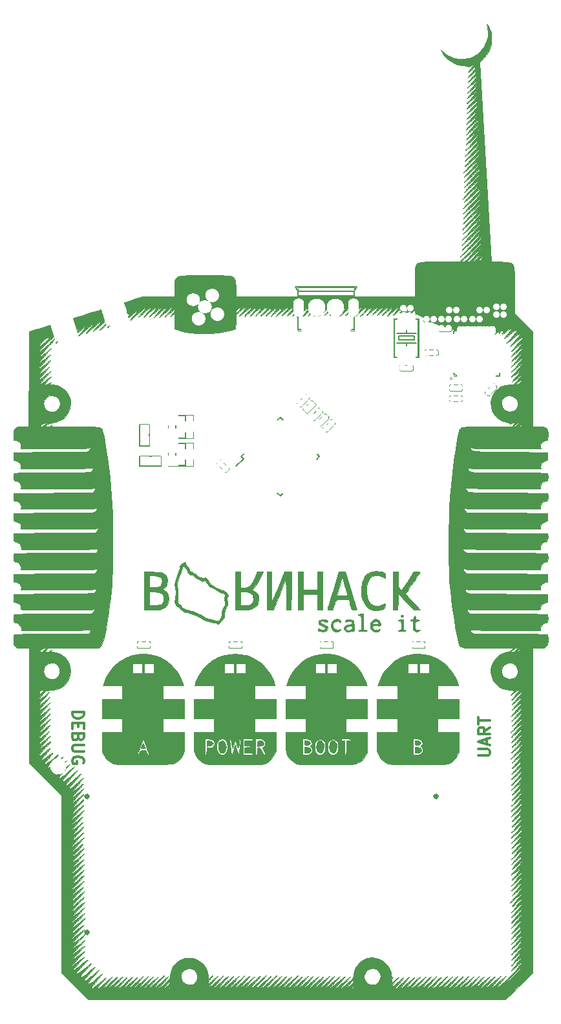
<source format=gto>
G04 #@! TF.GenerationSoftware,KiCad,Pcbnew,(5.0.0-rc2-dev-222-g3b0a758)*
G04 #@! TF.CreationDate,2018-07-05T12:59:24+02:00*
G04 #@! TF.ProjectId,bornhack_scale_it,626F726E6861636B5F7363616C655F69,rev?*
G04 #@! TF.SameCoordinates,PX2faf080PY1c9c380*
G04 #@! TF.FileFunction,Legend,Top*
G04 #@! TF.FilePolarity,Positive*
%FSLAX46Y46*%
G04 Gerber Fmt 4.6, Leading zero omitted, Abs format (unit mm)*
G04 Created by KiCad (PCBNEW (5.0.0-rc2-dev-222-g3b0a758)) date Thursday, 05 July 2018 at 12:59:24*
%MOMM*%
%LPD*%
G01*
G04 APERTURE LIST*
%ADD10C,0.300000*%
%ADD11C,0.010000*%
%ADD12C,0.066040*%
%ADD13C,0.127000*%
%ADD14C,0.050000*%
%ADD15C,0.076200*%
%ADD16C,0.150000*%
%ADD17C,0.101600*%
%ADD18C,1.600000*%
%ADD19O,2.100000X2.100000*%
%ADD20R,2.100000X2.100000*%
%ADD21O,0.648920X1.197560*%
%ADD22O,1.197560X0.648920*%
%ADD23O,4.999940X4.999940*%
%ADD24C,2.100000*%
%ADD25R,2.686000X1.416000*%
%ADD26R,0.798780X1.748740*%
%ADD27C,2.299920*%
%ADD28O,1.416000X2.432000*%
%ADD29C,1.705560*%
%ADD30C,0.897840*%
%ADD31C,1.802000*%
%ADD32C,1.750000*%
%ADD33C,1.750000*%
%ADD34O,1.750000X1.750000*%
%ADD35R,2.940000X1.670000*%
%ADD36R,1.289000X1.289000*%
%ADD37C,0.650000*%
%ADD38C,0.100000*%
%ADD39R,2.432000X2.178000*%
%ADD40R,1.162000X1.289000*%
%ADD41R,1.543000X1.416000*%
G04 APERTURE END LIST*
D10*
X55267142Y-103314285D02*
X55267142Y-103600000D01*
X55338571Y-103600000D02*
X55338571Y-103314285D01*
X55410000Y-103242857D02*
X55410000Y-103671428D01*
X55481428Y-103600000D02*
X55481428Y-103314285D01*
X55552857Y-103314285D02*
X55552857Y-103600000D01*
X55267142Y-103528571D02*
X55410000Y-103671428D01*
X55552857Y-103528571D01*
X55267142Y-103385714D02*
X55410000Y-103242857D01*
X55552857Y-103385714D01*
X55267142Y-103314285D02*
X55410000Y-103242857D01*
X55552857Y-103314285D01*
X55624285Y-103457142D01*
X55552857Y-103600000D01*
X55410000Y-103671428D01*
X55267142Y-103600000D01*
X55195714Y-103457142D01*
X55267142Y-103314285D01*
X9547142Y-121094285D02*
X9547142Y-121380000D01*
X9618571Y-121380000D02*
X9618571Y-121094285D01*
X9690000Y-121022857D02*
X9690000Y-121451428D01*
X9761428Y-121380000D02*
X9761428Y-121094285D01*
X9832857Y-121094285D02*
X9832857Y-121380000D01*
X9547142Y-121308571D02*
X9690000Y-121451428D01*
X9832857Y-121308571D01*
X9547142Y-121165714D02*
X9690000Y-121022857D01*
X9832857Y-121165714D01*
X9547142Y-121094285D02*
X9690000Y-121022857D01*
X9832857Y-121094285D01*
X9904285Y-121237142D01*
X9832857Y-121380000D01*
X9690000Y-121451428D01*
X9547142Y-121380000D01*
X9475714Y-121237142D01*
X9547142Y-121094285D01*
X9547142Y-103314285D02*
X9547142Y-103600000D01*
X9618571Y-103600000D02*
X9618571Y-103314285D01*
X9690000Y-103242857D02*
X9690000Y-103671428D01*
X9761428Y-103600000D02*
X9761428Y-103314285D01*
X9832857Y-103314285D02*
X9832857Y-103600000D01*
X9547142Y-103528571D02*
X9690000Y-103671428D01*
X9832857Y-103528571D01*
X9547142Y-103385714D02*
X9690000Y-103242857D01*
X9832857Y-103385714D01*
X9547142Y-103314285D02*
X9690000Y-103242857D01*
X9832857Y-103314285D01*
X9904285Y-103457142D01*
X9832857Y-103600000D01*
X9690000Y-103671428D01*
X9547142Y-103600000D01*
X9475714Y-103457142D01*
X9547142Y-103314285D01*
X7741428Y-92372857D02*
X9241428Y-92372857D01*
X9241428Y-92730000D01*
X9170000Y-92944285D01*
X9027142Y-93087142D01*
X8884285Y-93158571D01*
X8598571Y-93230000D01*
X8384285Y-93230000D01*
X8098571Y-93158571D01*
X7955714Y-93087142D01*
X7812857Y-92944285D01*
X7741428Y-92730000D01*
X7741428Y-92372857D01*
X8527142Y-93872857D02*
X8527142Y-94372857D01*
X7741428Y-94587142D02*
X7741428Y-93872857D01*
X9241428Y-93872857D01*
X9241428Y-94587142D01*
X8527142Y-95730000D02*
X8455714Y-95944285D01*
X8384285Y-96015714D01*
X8241428Y-96087142D01*
X8027142Y-96087142D01*
X7884285Y-96015714D01*
X7812857Y-95944285D01*
X7741428Y-95801428D01*
X7741428Y-95230000D01*
X9241428Y-95230000D01*
X9241428Y-95730000D01*
X9170000Y-95872857D01*
X9098571Y-95944285D01*
X8955714Y-96015714D01*
X8812857Y-96015714D01*
X8670000Y-95944285D01*
X8598571Y-95872857D01*
X8527142Y-95730000D01*
X8527142Y-95230000D01*
X9241428Y-96730000D02*
X8027142Y-96730000D01*
X7884285Y-96801428D01*
X7812857Y-96872857D01*
X7741428Y-97015714D01*
X7741428Y-97301428D01*
X7812857Y-97444285D01*
X7884285Y-97515714D01*
X8027142Y-97587142D01*
X9241428Y-97587142D01*
X9170000Y-99087142D02*
X9241428Y-98944285D01*
X9241428Y-98730000D01*
X9170000Y-98515714D01*
X9027142Y-98372857D01*
X8884285Y-98301428D01*
X8598571Y-98230000D01*
X8384285Y-98230000D01*
X8098571Y-98301428D01*
X7955714Y-98372857D01*
X7812857Y-98515714D01*
X7741428Y-98730000D01*
X7741428Y-98872857D01*
X7812857Y-99087142D01*
X7884285Y-99158571D01*
X8384285Y-99158571D01*
X8384285Y-98872857D01*
X60938571Y-98122857D02*
X62152857Y-98122857D01*
X62295714Y-98051428D01*
X62367142Y-97980000D01*
X62438571Y-97837142D01*
X62438571Y-97551428D01*
X62367142Y-97408571D01*
X62295714Y-97337142D01*
X62152857Y-97265714D01*
X60938571Y-97265714D01*
X62010000Y-96622857D02*
X62010000Y-95908571D01*
X62438571Y-96765714D02*
X60938571Y-96265714D01*
X62438571Y-95765714D01*
X62438571Y-94408571D02*
X61724285Y-94908571D01*
X62438571Y-95265714D02*
X60938571Y-95265714D01*
X60938571Y-94694285D01*
X61010000Y-94551428D01*
X61081428Y-94480000D01*
X61224285Y-94408571D01*
X61438571Y-94408571D01*
X61581428Y-94480000D01*
X61652857Y-94551428D01*
X61724285Y-94694285D01*
X61724285Y-95265714D01*
X60938571Y-93980000D02*
X60938571Y-93122857D01*
X62438571Y-93551428D02*
X60938571Y-93551428D01*
D11*
G36*
X52970500Y-96151641D02*
X53206156Y-96199659D01*
X53320624Y-96281014D01*
X53358908Y-96401758D01*
X53332854Y-96600523D01*
X53176887Y-96713053D01*
X52885833Y-96748703D01*
X52706693Y-96737007D01*
X52629186Y-96666567D01*
X52610937Y-96487813D01*
X52610667Y-96426808D01*
X52610667Y-96103616D01*
X52970500Y-96151641D01*
X52970500Y-96151641D01*
G37*
X52970500Y-96151641D02*
X53206156Y-96199659D01*
X53320624Y-96281014D01*
X53358908Y-96401758D01*
X53332854Y-96600523D01*
X53176887Y-96713053D01*
X52885833Y-96748703D01*
X52706693Y-96737007D01*
X52629186Y-96666567D01*
X52610937Y-96487813D01*
X52610667Y-96426808D01*
X52610667Y-96103616D01*
X52970500Y-96151641D01*
G36*
X53240399Y-97048540D02*
X53412012Y-97186484D01*
X53457333Y-97385000D01*
X53395967Y-97608547D01*
X53205910Y-97733105D01*
X52932400Y-97766000D01*
X52610667Y-97766000D01*
X52610667Y-97004000D01*
X52932400Y-97004000D01*
X53240399Y-97048540D01*
X53240399Y-97048540D01*
G37*
X53240399Y-97048540D02*
X53412012Y-97186484D01*
X53457333Y-97385000D01*
X53395967Y-97608547D01*
X53205910Y-97733105D01*
X52932400Y-97766000D01*
X52610667Y-97766000D01*
X52610667Y-97004000D01*
X52932400Y-97004000D01*
X53240399Y-97048540D01*
G36*
X42124850Y-96248355D02*
X42154900Y-96277203D01*
X42287174Y-96445519D01*
X42350321Y-96647597D01*
X42366000Y-96938979D01*
X42337385Y-97278122D01*
X42260523Y-97533196D01*
X42234199Y-97577828D01*
X42038727Y-97737653D01*
X41812351Y-97749502D01*
X41602216Y-97615671D01*
X41547336Y-97544345D01*
X41452035Y-97303515D01*
X41407648Y-96993030D01*
X41415912Y-96680648D01*
X41478566Y-96434128D01*
X41517254Y-96371505D01*
X41731573Y-96172140D01*
X41925791Y-96132320D01*
X42124850Y-96248355D01*
X42124850Y-96248355D01*
G37*
X42124850Y-96248355D02*
X42154900Y-96277203D01*
X42287174Y-96445519D01*
X42350321Y-96647597D01*
X42366000Y-96938979D01*
X42337385Y-97278122D01*
X42260523Y-97533196D01*
X42234199Y-97577828D01*
X42038727Y-97737653D01*
X41812351Y-97749502D01*
X41602216Y-97615671D01*
X41547336Y-97544345D01*
X41452035Y-97303515D01*
X41407648Y-96993030D01*
X41415912Y-96680648D01*
X41478566Y-96434128D01*
X41517254Y-96371505D01*
X41731573Y-96172140D01*
X41925791Y-96132320D01*
X42124850Y-96248355D01*
G36*
X40431516Y-96248355D02*
X40461566Y-96277203D01*
X40593841Y-96445519D01*
X40656988Y-96647597D01*
X40672667Y-96938979D01*
X40644051Y-97278122D01*
X40567189Y-97533196D01*
X40540866Y-97577828D01*
X40345393Y-97737653D01*
X40119018Y-97749502D01*
X39908882Y-97615671D01*
X39854003Y-97544345D01*
X39758702Y-97303515D01*
X39714314Y-96993030D01*
X39722579Y-96680648D01*
X39785233Y-96434128D01*
X39823921Y-96371505D01*
X40038240Y-96172140D01*
X40232457Y-96132320D01*
X40431516Y-96248355D01*
X40431516Y-96248355D01*
G37*
X40431516Y-96248355D02*
X40461566Y-96277203D01*
X40593841Y-96445519D01*
X40656988Y-96647597D01*
X40672667Y-96938979D01*
X40644051Y-97278122D01*
X40567189Y-97533196D01*
X40540866Y-97577828D01*
X40345393Y-97737653D01*
X40119018Y-97749502D01*
X39908882Y-97615671D01*
X39854003Y-97544345D01*
X39758702Y-97303515D01*
X39714314Y-96993030D01*
X39722579Y-96680648D01*
X39785233Y-96434128D01*
X39823921Y-96371505D01*
X40038240Y-96172140D01*
X40232457Y-96132320D01*
X40431516Y-96248355D01*
G36*
X38492500Y-96151641D02*
X38728156Y-96199659D01*
X38842624Y-96281014D01*
X38880908Y-96401758D01*
X38854854Y-96600523D01*
X38698887Y-96713053D01*
X38407833Y-96748703D01*
X38228693Y-96737007D01*
X38151186Y-96666567D01*
X38132937Y-96487813D01*
X38132667Y-96426808D01*
X38132667Y-96103616D01*
X38492500Y-96151641D01*
X38492500Y-96151641D01*
G37*
X38492500Y-96151641D02*
X38728156Y-96199659D01*
X38842624Y-96281014D01*
X38880908Y-96401758D01*
X38854854Y-96600523D01*
X38698887Y-96713053D01*
X38407833Y-96748703D01*
X38228693Y-96737007D01*
X38151186Y-96666567D01*
X38132937Y-96487813D01*
X38132667Y-96426808D01*
X38132667Y-96103616D01*
X38492500Y-96151641D01*
G36*
X38762399Y-97048540D02*
X38934012Y-97186484D01*
X38979333Y-97385000D01*
X38917967Y-97608547D01*
X38727910Y-97733105D01*
X38454400Y-97766000D01*
X38132667Y-97766000D01*
X38132667Y-97004000D01*
X38454400Y-97004000D01*
X38762399Y-97048540D01*
X38762399Y-97048540D01*
G37*
X38762399Y-97048540D02*
X38934012Y-97186484D01*
X38979333Y-97385000D01*
X38917967Y-97608547D01*
X38727910Y-97733105D01*
X38454400Y-97766000D01*
X38132667Y-97766000D01*
X38132667Y-97004000D01*
X38454400Y-97004000D01*
X38762399Y-97048540D01*
G36*
X32530505Y-96177589D02*
X32663913Y-96258172D01*
X32728263Y-96366493D01*
X32780721Y-96562374D01*
X32723481Y-96696243D01*
X32591630Y-96775508D01*
X32380823Y-96838896D01*
X32163356Y-96871592D01*
X32011527Y-96858782D01*
X31991745Y-96846190D01*
X31966121Y-96743615D01*
X31952617Y-96539465D01*
X31952000Y-96481889D01*
X31960670Y-96274523D01*
X32019177Y-96182099D01*
X32176270Y-96158151D01*
X32292482Y-96157333D01*
X32530505Y-96177589D01*
X32530505Y-96177589D01*
G37*
X32530505Y-96177589D02*
X32663913Y-96258172D01*
X32728263Y-96366493D01*
X32780721Y-96562374D01*
X32723481Y-96696243D01*
X32591630Y-96775508D01*
X32380823Y-96838896D01*
X32163356Y-96871592D01*
X32011527Y-96858782D01*
X31991745Y-96846190D01*
X31966121Y-96743615D01*
X31952617Y-96539465D01*
X31952000Y-96481889D01*
X31960670Y-96274523D01*
X32019177Y-96182099D01*
X32176270Y-96158151D01*
X32292482Y-96157333D01*
X32530505Y-96177589D01*
G36*
X27575700Y-96187396D02*
X27696671Y-96308528D01*
X27765320Y-96450947D01*
X27848998Y-96709917D01*
X27887687Y-96945386D01*
X27888000Y-96961667D01*
X27854830Y-97189137D01*
X27774096Y-97450827D01*
X27765320Y-97472386D01*
X27655544Y-97673629D01*
X27517305Y-97755141D01*
X27386494Y-97766000D01*
X27173694Y-97723505D01*
X27028571Y-97566195D01*
X27001174Y-97516204D01*
X26903987Y-97212338D01*
X26877284Y-96861374D01*
X26920904Y-96535680D01*
X27003801Y-96345505D01*
X27212748Y-96185869D01*
X27389121Y-96157333D01*
X27575700Y-96187396D01*
X27575700Y-96187396D01*
G37*
X27575700Y-96187396D02*
X27696671Y-96308528D01*
X27765320Y-96450947D01*
X27848998Y-96709917D01*
X27887687Y-96945386D01*
X27888000Y-96961667D01*
X27854830Y-97189137D01*
X27774096Y-97450827D01*
X27765320Y-97472386D01*
X27655544Y-97673629D01*
X27517305Y-97755141D01*
X27386494Y-97766000D01*
X27173694Y-97723505D01*
X27028571Y-97566195D01*
X27001174Y-97516204D01*
X26903987Y-97212338D01*
X26877284Y-96861374D01*
X26920904Y-96535680D01*
X27003801Y-96345505D01*
X27212748Y-96185869D01*
X27389121Y-96157333D01*
X27575700Y-96187396D01*
G36*
X25882857Y-96201583D02*
X26086163Y-96311678D01*
X26190654Y-96453638D01*
X26194667Y-96485865D01*
X26117959Y-96651484D01*
X25919668Y-96785015D01*
X25665500Y-96851732D01*
X25348000Y-96885331D01*
X25348000Y-96521332D01*
X25355392Y-96294044D01*
X25402624Y-96188950D01*
X25527277Y-96158924D01*
X25638286Y-96157333D01*
X25882857Y-96201583D01*
X25882857Y-96201583D01*
G37*
X25882857Y-96201583D02*
X26086163Y-96311678D01*
X26190654Y-96453638D01*
X26194667Y-96485865D01*
X26117959Y-96651484D01*
X25919668Y-96785015D01*
X25665500Y-96851732D01*
X25348000Y-96885331D01*
X25348000Y-96521332D01*
X25355392Y-96294044D01*
X25402624Y-96188950D01*
X25527277Y-96158924D01*
X25638286Y-96157333D01*
X25882857Y-96201583D01*
G36*
X17054658Y-96600870D02*
X17134907Y-96785211D01*
X17164448Y-96855833D01*
X17296026Y-97173333D01*
X16725622Y-97173333D01*
X16859012Y-96833756D01*
X16943944Y-96632666D01*
X17001830Y-96523428D01*
X17012636Y-96516256D01*
X17054658Y-96600870D01*
X17054658Y-96600870D01*
G37*
X17054658Y-96600870D02*
X17134907Y-96785211D01*
X17164448Y-96855833D01*
X17296026Y-97173333D01*
X16725622Y-97173333D01*
X16859012Y-96833756D01*
X16943944Y-96632666D01*
X17001830Y-96523428D01*
X17012636Y-96516256D01*
X17054658Y-96600870D01*
G36*
X12614719Y-41854212D02*
X12521000Y-41970667D01*
X12393770Y-42095883D01*
X12325422Y-42140000D01*
X12342614Y-42087121D01*
X12436333Y-41970667D01*
X12563563Y-41845450D01*
X12631911Y-41801333D01*
X12614719Y-41854212D01*
X12614719Y-41854212D01*
G37*
X12614719Y-41854212D02*
X12521000Y-41970667D01*
X12393770Y-42095883D01*
X12325422Y-42140000D01*
X12342614Y-42087121D01*
X12436333Y-41970667D01*
X12563563Y-41845450D01*
X12631911Y-41801333D01*
X12614719Y-41854212D01*
G36*
X12152064Y-41597122D02*
X12182767Y-41673094D01*
X12096644Y-41803744D01*
X11883102Y-42001859D01*
X11682478Y-42163861D01*
X11335667Y-42435323D01*
X11703452Y-41991246D01*
X11898227Y-41775964D01*
X12058718Y-41634411D01*
X12150907Y-41596471D01*
X12152064Y-41597122D01*
X12152064Y-41597122D01*
G37*
X12152064Y-41597122D02*
X12182767Y-41673094D01*
X12096644Y-41803744D01*
X11883102Y-42001859D01*
X11682478Y-42163861D01*
X11335667Y-42435323D01*
X11703452Y-41991246D01*
X11898227Y-41775964D01*
X12058718Y-41634411D01*
X12150907Y-41596471D01*
X12152064Y-41597122D01*
G36*
X11573793Y-39845658D02*
X11666605Y-40047468D01*
X11773877Y-40340129D01*
X11828371Y-40510167D01*
X12055176Y-41251000D01*
X11610755Y-41660420D01*
X11303528Y-41938225D01*
X11016781Y-42188232D01*
X10770177Y-42394605D01*
X10583380Y-42541510D01*
X10476051Y-42613110D01*
X10467855Y-42593571D01*
X10494416Y-42559438D01*
X10630062Y-42399644D01*
X10838225Y-42156094D01*
X11080850Y-41873283D01*
X11160923Y-41780167D01*
X11369551Y-41529042D01*
X11517040Y-41334420D01*
X11582789Y-41224412D01*
X11578839Y-41209915D01*
X11491644Y-41263322D01*
X11303050Y-41409074D01*
X11038115Y-41626897D01*
X10721894Y-41896519D01*
X10610927Y-41993082D01*
X10158982Y-42388288D01*
X9832372Y-42670775D01*
X9628268Y-42838492D01*
X9543842Y-42889389D01*
X9576265Y-42821417D01*
X9722707Y-42632525D01*
X9980342Y-42320665D01*
X10346339Y-41883785D01*
X10389331Y-41832496D01*
X10537524Y-41641003D01*
X10566591Y-41564021D01*
X10480328Y-41599598D01*
X10282533Y-41745785D01*
X9977003Y-42000629D01*
X9854000Y-42107525D01*
X9521670Y-42396672D01*
X9180177Y-42690540D01*
X8886378Y-42940304D01*
X8796380Y-43015732D01*
X8626759Y-43154905D01*
X8537202Y-43219203D01*
X8533932Y-43197376D01*
X8623177Y-43078171D01*
X8811160Y-42850337D01*
X9034960Y-42584500D01*
X9283422Y-42284581D01*
X9478871Y-42037738D01*
X9602506Y-41868542D01*
X9635526Y-41801565D01*
X9634210Y-41801333D01*
X9547455Y-41854079D01*
X9367388Y-41995273D01*
X9125895Y-42199348D01*
X9000669Y-42309333D01*
X8742980Y-42533794D01*
X8533768Y-42707523D01*
X8404168Y-42805056D01*
X8379539Y-42817333D01*
X8325103Y-42755645D01*
X8344322Y-42611385D01*
X8421397Y-42445757D01*
X8499852Y-42351197D01*
X8610346Y-42225547D01*
X8627371Y-42155149D01*
X8542011Y-42173184D01*
X8416951Y-42264933D01*
X8287173Y-42359953D01*
X8222717Y-42330601D01*
X8210269Y-42299691D01*
X8045966Y-41784848D01*
X7925151Y-41373808D01*
X7852260Y-41083087D01*
X7831725Y-40929202D01*
X7837480Y-40910965D01*
X7928840Y-40873188D01*
X8153939Y-40795739D01*
X8484283Y-40687462D01*
X8891376Y-40557200D01*
X9346724Y-40413798D01*
X9821832Y-40266099D01*
X10288204Y-40122948D01*
X10717347Y-39993187D01*
X11080764Y-39885663D01*
X11349962Y-39809217D01*
X11496444Y-39772695D01*
X11510950Y-39770829D01*
X11573793Y-39845658D01*
X11573793Y-39845658D01*
G37*
X11573793Y-39845658D02*
X11666605Y-40047468D01*
X11773877Y-40340129D01*
X11828371Y-40510167D01*
X12055176Y-41251000D01*
X11610755Y-41660420D01*
X11303528Y-41938225D01*
X11016781Y-42188232D01*
X10770177Y-42394605D01*
X10583380Y-42541510D01*
X10476051Y-42613110D01*
X10467855Y-42593571D01*
X10494416Y-42559438D01*
X10630062Y-42399644D01*
X10838225Y-42156094D01*
X11080850Y-41873283D01*
X11160923Y-41780167D01*
X11369551Y-41529042D01*
X11517040Y-41334420D01*
X11582789Y-41224412D01*
X11578839Y-41209915D01*
X11491644Y-41263322D01*
X11303050Y-41409074D01*
X11038115Y-41626897D01*
X10721894Y-41896519D01*
X10610927Y-41993082D01*
X10158982Y-42388288D01*
X9832372Y-42670775D01*
X9628268Y-42838492D01*
X9543842Y-42889389D01*
X9576265Y-42821417D01*
X9722707Y-42632525D01*
X9980342Y-42320665D01*
X10346339Y-41883785D01*
X10389331Y-41832496D01*
X10537524Y-41641003D01*
X10566591Y-41564021D01*
X10480328Y-41599598D01*
X10282533Y-41745785D01*
X9977003Y-42000629D01*
X9854000Y-42107525D01*
X9521670Y-42396672D01*
X9180177Y-42690540D01*
X8886378Y-42940304D01*
X8796380Y-43015732D01*
X8626759Y-43154905D01*
X8537202Y-43219203D01*
X8533932Y-43197376D01*
X8623177Y-43078171D01*
X8811160Y-42850337D01*
X9034960Y-42584500D01*
X9283422Y-42284581D01*
X9478871Y-42037738D01*
X9602506Y-41868542D01*
X9635526Y-41801565D01*
X9634210Y-41801333D01*
X9547455Y-41854079D01*
X9367388Y-41995273D01*
X9125895Y-42199348D01*
X9000669Y-42309333D01*
X8742980Y-42533794D01*
X8533768Y-42707523D01*
X8404168Y-42805056D01*
X8379539Y-42817333D01*
X8325103Y-42755645D01*
X8344322Y-42611385D01*
X8421397Y-42445757D01*
X8499852Y-42351197D01*
X8610346Y-42225547D01*
X8627371Y-42155149D01*
X8542011Y-42173184D01*
X8416951Y-42264933D01*
X8287173Y-42359953D01*
X8222717Y-42330601D01*
X8210269Y-42299691D01*
X8045966Y-41784848D01*
X7925151Y-41373808D01*
X7852260Y-41083087D01*
X7831725Y-40929202D01*
X7837480Y-40910965D01*
X7928840Y-40873188D01*
X8153939Y-40795739D01*
X8484283Y-40687462D01*
X8891376Y-40557200D01*
X9346724Y-40413798D01*
X9821832Y-40266099D01*
X10288204Y-40122948D01*
X10717347Y-39993187D01*
X11080764Y-39885663D01*
X11349962Y-39809217D01*
X11496444Y-39772695D01*
X11510950Y-39770829D01*
X11573793Y-39845658D01*
G36*
X5841385Y-43886212D02*
X5747667Y-44002667D01*
X5620437Y-44127883D01*
X5552089Y-44172000D01*
X5569281Y-44119121D01*
X5663000Y-44002667D01*
X5790230Y-43877450D01*
X5858578Y-43833333D01*
X5841385Y-43886212D01*
X5841385Y-43886212D01*
G37*
X5841385Y-43886212D02*
X5747667Y-44002667D01*
X5620437Y-44127883D01*
X5552089Y-44172000D01*
X5569281Y-44119121D01*
X5663000Y-44002667D01*
X5790230Y-43877450D01*
X5858578Y-43833333D01*
X5841385Y-43886212D01*
G36*
X50409333Y-75059493D02*
X50410697Y-75485340D01*
X50419400Y-75777023D01*
X50442359Y-75969710D01*
X50486488Y-76098569D01*
X50558706Y-76198770D01*
X50651688Y-76291843D01*
X50894043Y-76524034D01*
X51688855Y-75295473D01*
X52483667Y-74066913D01*
X52885833Y-74063123D01*
X53120359Y-74066888D01*
X53265288Y-74080723D01*
X53288000Y-74090965D01*
X53242772Y-74167471D01*
X53116665Y-74362282D01*
X52924041Y-74653692D01*
X52679263Y-75019996D01*
X52396692Y-75439488D01*
X52349637Y-75509052D01*
X52061225Y-75936887D01*
X51807279Y-76316834D01*
X51602459Y-76626691D01*
X51461427Y-76844255D01*
X51398843Y-76947324D01*
X51397137Y-76951501D01*
X51447399Y-77028830D01*
X51595477Y-77207246D01*
X51822473Y-77465154D01*
X52109488Y-77780955D01*
X52341781Y-78031081D01*
X53300563Y-79054667D01*
X52892115Y-79051999D01*
X52483667Y-79049332D01*
X50451667Y-76890020D01*
X50409333Y-77951177D01*
X50367000Y-79012333D01*
X50049500Y-79038611D01*
X49732000Y-79064888D01*
X49732000Y-74059333D01*
X50409333Y-74059333D01*
X50409333Y-75059493D01*
X50409333Y-75059493D01*
G37*
X50409333Y-75059493D02*
X50410697Y-75485340D01*
X50419400Y-75777023D01*
X50442359Y-75969710D01*
X50486488Y-76098569D01*
X50558706Y-76198770D01*
X50651688Y-76291843D01*
X50894043Y-76524034D01*
X51688855Y-75295473D01*
X52483667Y-74066913D01*
X52885833Y-74063123D01*
X53120359Y-74066888D01*
X53265288Y-74080723D01*
X53288000Y-74090965D01*
X53242772Y-74167471D01*
X53116665Y-74362282D01*
X52924041Y-74653692D01*
X52679263Y-75019996D01*
X52396692Y-75439488D01*
X52349637Y-75509052D01*
X52061225Y-75936887D01*
X51807279Y-76316834D01*
X51602459Y-76626691D01*
X51461427Y-76844255D01*
X51398843Y-76947324D01*
X51397137Y-76951501D01*
X51447399Y-77028830D01*
X51595477Y-77207246D01*
X51822473Y-77465154D01*
X52109488Y-77780955D01*
X52341781Y-78031081D01*
X53300563Y-79054667D01*
X52892115Y-79051999D01*
X52483667Y-79049332D01*
X50451667Y-76890020D01*
X50409333Y-77951177D01*
X50367000Y-79012333D01*
X50049500Y-79038611D01*
X49732000Y-79064888D01*
X49732000Y-74059333D01*
X50409333Y-74059333D01*
X50409333Y-75059493D01*
G36*
X44255219Y-76466507D02*
X44440941Y-77077329D01*
X44609438Y-77637153D01*
X44754566Y-78125111D01*
X44870180Y-78520335D01*
X44950136Y-78801955D01*
X44988288Y-78949104D01*
X44990667Y-78964173D01*
X44915772Y-79021777D01*
X44729534Y-79052888D01*
X44665402Y-79054667D01*
X44520827Y-79052577D01*
X44417599Y-79028306D01*
X44339340Y-78954844D01*
X44269669Y-78805187D01*
X44192209Y-78552327D01*
X44090578Y-78169257D01*
X44062047Y-78059833D01*
X43968140Y-77700000D01*
X43122921Y-77700000D01*
X42726693Y-77700001D01*
X42462478Y-77718669D01*
X42293457Y-77784001D01*
X42182810Y-77923993D01*
X42093719Y-78166642D01*
X41989365Y-78539945D01*
X41981613Y-78567833D01*
X41845984Y-79054667D01*
X41503451Y-79054667D01*
X41287147Y-79044685D01*
X41200123Y-78999252D01*
X41202766Y-78895134D01*
X41206467Y-78880483D01*
X41242185Y-78756620D01*
X41320498Y-78493089D01*
X41434692Y-78112219D01*
X41578050Y-77636339D01*
X41712355Y-77192000D01*
X42377952Y-77192000D01*
X43097348Y-77192000D01*
X43446124Y-77188692D01*
X43655888Y-77174324D01*
X43756906Y-77142229D01*
X43779441Y-77085740D01*
X43769977Y-77043833D01*
X43730162Y-76908648D01*
X43655325Y-76646854D01*
X43555834Y-76294978D01*
X43442063Y-75889547D01*
X43430927Y-75849711D01*
X43318282Y-75453706D01*
X43219724Y-75120428D01*
X43144997Y-74881898D01*
X43103845Y-74770136D01*
X43101292Y-74766403D01*
X43063848Y-74823880D01*
X42996988Y-75009580D01*
X42913158Y-75287649D01*
X42885122Y-75389025D01*
X42771142Y-75804877D01*
X42646575Y-76252004D01*
X42542129Y-76620500D01*
X42377952Y-77192000D01*
X41712355Y-77192000D01*
X41743859Y-77087775D01*
X41925403Y-76488857D01*
X41957175Y-76384208D01*
X42662333Y-74062116D01*
X43091052Y-74060725D01*
X43519771Y-74059333D01*
X44255219Y-76466507D01*
X44255219Y-76466507D01*
G37*
X44255219Y-76466507D02*
X44440941Y-77077329D01*
X44609438Y-77637153D01*
X44754566Y-78125111D01*
X44870180Y-78520335D01*
X44950136Y-78801955D01*
X44988288Y-78949104D01*
X44990667Y-78964173D01*
X44915772Y-79021777D01*
X44729534Y-79052888D01*
X44665402Y-79054667D01*
X44520827Y-79052577D01*
X44417599Y-79028306D01*
X44339340Y-78954844D01*
X44269669Y-78805187D01*
X44192209Y-78552327D01*
X44090578Y-78169257D01*
X44062047Y-78059833D01*
X43968140Y-77700000D01*
X43122921Y-77700000D01*
X42726693Y-77700001D01*
X42462478Y-77718669D01*
X42293457Y-77784001D01*
X42182810Y-77923993D01*
X42093719Y-78166642D01*
X41989365Y-78539945D01*
X41981613Y-78567833D01*
X41845984Y-79054667D01*
X41503451Y-79054667D01*
X41287147Y-79044685D01*
X41200123Y-78999252D01*
X41202766Y-78895134D01*
X41206467Y-78880483D01*
X41242185Y-78756620D01*
X41320498Y-78493089D01*
X41434692Y-78112219D01*
X41578050Y-77636339D01*
X41712355Y-77192000D01*
X42377952Y-77192000D01*
X43097348Y-77192000D01*
X43446124Y-77188692D01*
X43655888Y-77174324D01*
X43756906Y-77142229D01*
X43779441Y-77085740D01*
X43769977Y-77043833D01*
X43730162Y-76908648D01*
X43655325Y-76646854D01*
X43555834Y-76294978D01*
X43442063Y-75889547D01*
X43430927Y-75849711D01*
X43318282Y-75453706D01*
X43219724Y-75120428D01*
X43144997Y-74881898D01*
X43103845Y-74770136D01*
X43101292Y-74766403D01*
X43063848Y-74823880D01*
X42996988Y-75009580D01*
X42913158Y-75287649D01*
X42885122Y-75389025D01*
X42771142Y-75804877D01*
X42646575Y-76252004D01*
X42542129Y-76620500D01*
X42377952Y-77192000D01*
X41712355Y-77192000D01*
X41743859Y-77087775D01*
X41925403Y-76488857D01*
X41957175Y-76384208D01*
X42662333Y-74062116D01*
X43091052Y-74060725D01*
X43519771Y-74059333D01*
X44255219Y-76466507D01*
G36*
X38005667Y-76387667D02*
X38915833Y-76411698D01*
X39826000Y-76435729D01*
X39826000Y-74059333D01*
X40503333Y-74059333D01*
X40503333Y-79064888D01*
X40185833Y-79038611D01*
X39868333Y-79012333D01*
X39844480Y-78017500D01*
X39820626Y-77022667D01*
X37963333Y-77022667D01*
X37963333Y-79054667D01*
X37681111Y-79054667D01*
X37471907Y-79039177D01*
X37346268Y-79001555D01*
X37342444Y-78998222D01*
X37327997Y-78902218D01*
X37314917Y-78658648D01*
X37303695Y-78289276D01*
X37294823Y-77815869D01*
X37288793Y-77260190D01*
X37286097Y-76644005D01*
X37286000Y-76500555D01*
X37286000Y-74059333D01*
X37958555Y-74059333D01*
X38005667Y-76387667D01*
X38005667Y-76387667D01*
G37*
X38005667Y-76387667D02*
X38915833Y-76411698D01*
X39826000Y-76435729D01*
X39826000Y-74059333D01*
X40503333Y-74059333D01*
X40503333Y-79064888D01*
X40185833Y-79038611D01*
X39868333Y-79012333D01*
X39844480Y-78017500D01*
X39820626Y-77022667D01*
X37963333Y-77022667D01*
X37963333Y-79054667D01*
X37681111Y-79054667D01*
X37471907Y-79039177D01*
X37346268Y-79001555D01*
X37342444Y-78998222D01*
X37327997Y-78902218D01*
X37314917Y-78658648D01*
X37303695Y-78289276D01*
X37294823Y-77815869D01*
X37288793Y-77260190D01*
X37286097Y-76644005D01*
X37286000Y-76500555D01*
X37286000Y-74059333D01*
X37958555Y-74059333D01*
X38005667Y-76387667D01*
G36*
X33814667Y-76065933D02*
X33817537Y-76625235D01*
X33825605Y-77117207D01*
X33838056Y-77520016D01*
X33854074Y-77811827D01*
X33872843Y-77970803D01*
X33886581Y-77992100D01*
X33937370Y-77894147D01*
X34041916Y-77661575D01*
X34190635Y-77316808D01*
X34373946Y-76882268D01*
X34582264Y-76380377D01*
X34744154Y-75985500D01*
X35529813Y-74059333D01*
X36441891Y-74059333D01*
X36419445Y-76535833D01*
X36397000Y-79012333D01*
X36079500Y-79038611D01*
X35762000Y-79064888D01*
X35762000Y-77053177D01*
X35759136Y-76492865D01*
X35751084Y-75999977D01*
X35738655Y-75596301D01*
X35722663Y-75303622D01*
X35703917Y-75143727D01*
X35690066Y-75121900D01*
X35618500Y-75244454D01*
X35519554Y-75462835D01*
X35471074Y-75583333D01*
X35392520Y-75781448D01*
X35262202Y-76104049D01*
X35093139Y-76519169D01*
X34898350Y-76994844D01*
X34690853Y-77499107D01*
X34686566Y-77509500D01*
X34049117Y-79054667D01*
X33222000Y-79054667D01*
X33222000Y-74059333D01*
X33814667Y-74059333D01*
X33814667Y-76065933D01*
X33814667Y-76065933D01*
G37*
X33814667Y-76065933D02*
X33817537Y-76625235D01*
X33825605Y-77117207D01*
X33838056Y-77520016D01*
X33854074Y-77811827D01*
X33872843Y-77970803D01*
X33886581Y-77992100D01*
X33937370Y-77894147D01*
X34041916Y-77661575D01*
X34190635Y-77316808D01*
X34373946Y-76882268D01*
X34582264Y-76380377D01*
X34744154Y-75985500D01*
X35529813Y-74059333D01*
X36441891Y-74059333D01*
X36419445Y-76535833D01*
X36397000Y-79012333D01*
X36079500Y-79038611D01*
X35762000Y-79064888D01*
X35762000Y-77053177D01*
X35759136Y-76492865D01*
X35751084Y-75999977D01*
X35738655Y-75596301D01*
X35722663Y-75303622D01*
X35703917Y-75143727D01*
X35690066Y-75121900D01*
X35618500Y-75244454D01*
X35519554Y-75462835D01*
X35471074Y-75583333D01*
X35392520Y-75781448D01*
X35262202Y-76104049D01*
X35093139Y-76519169D01*
X34898350Y-76994844D01*
X34690853Y-77499107D01*
X34686566Y-77509500D01*
X34049117Y-79054667D01*
X33222000Y-79054667D01*
X33222000Y-74059333D01*
X33814667Y-74059333D01*
X33814667Y-76065933D01*
G36*
X29769227Y-75096500D02*
X29793000Y-76133667D01*
X30039205Y-76161747D01*
X30480423Y-76150074D01*
X30856058Y-76018475D01*
X31059922Y-75858989D01*
X31184656Y-75685000D01*
X31349115Y-75401585D01*
X31527255Y-75055360D01*
X31625353Y-74846855D01*
X31982512Y-74059333D01*
X32715305Y-74059333D01*
X32207138Y-75073063D01*
X31964298Y-75533976D01*
X31748791Y-75896948D01*
X31574206Y-76140309D01*
X31482411Y-76228688D01*
X31265853Y-76370583D01*
X31587760Y-76549734D01*
X31929337Y-76826367D01*
X32128398Y-77191513D01*
X32179520Y-77634291D01*
X32172435Y-77722855D01*
X32065694Y-78186580D01*
X31847002Y-78539164D01*
X31497491Y-78810918D01*
X31493959Y-78812938D01*
X31321762Y-78899509D01*
X31137329Y-78959147D01*
X30901552Y-78998309D01*
X30575323Y-79023449D01*
X30119531Y-79041022D01*
X30110500Y-79041291D01*
X29073333Y-79072079D01*
X29073333Y-76684000D01*
X29750667Y-76684000D01*
X29750667Y-78462000D01*
X30349846Y-78462000D01*
X30674207Y-78455713D01*
X30883852Y-78426238D01*
X31033240Y-78357657D01*
X31176833Y-78234051D01*
X31196513Y-78214513D01*
X31374896Y-77985011D01*
X31440303Y-77727992D01*
X31444000Y-77616280D01*
X31422153Y-77348621D01*
X31368077Y-77128783D01*
X31352518Y-77094599D01*
X31162786Y-76904578D01*
X30843766Y-76766303D01*
X30430980Y-76692643D01*
X30219053Y-76684000D01*
X29750667Y-76684000D01*
X29073333Y-76684000D01*
X29073333Y-74059333D01*
X29745455Y-74059333D01*
X29769227Y-75096500D01*
X29769227Y-75096500D01*
G37*
X29769227Y-75096500D02*
X29793000Y-76133667D01*
X30039205Y-76161747D01*
X30480423Y-76150074D01*
X30856058Y-76018475D01*
X31059922Y-75858989D01*
X31184656Y-75685000D01*
X31349115Y-75401585D01*
X31527255Y-75055360D01*
X31625353Y-74846855D01*
X31982512Y-74059333D01*
X32715305Y-74059333D01*
X32207138Y-75073063D01*
X31964298Y-75533976D01*
X31748791Y-75896948D01*
X31574206Y-76140309D01*
X31482411Y-76228688D01*
X31265853Y-76370583D01*
X31587760Y-76549734D01*
X31929337Y-76826367D01*
X32128398Y-77191513D01*
X32179520Y-77634291D01*
X32172435Y-77722855D01*
X32065694Y-78186580D01*
X31847002Y-78539164D01*
X31497491Y-78810918D01*
X31493959Y-78812938D01*
X31321762Y-78899509D01*
X31137329Y-78959147D01*
X30901552Y-78998309D01*
X30575323Y-79023449D01*
X30119531Y-79041022D01*
X30110500Y-79041291D01*
X29073333Y-79072079D01*
X29073333Y-76684000D01*
X29750667Y-76684000D01*
X29750667Y-78462000D01*
X30349846Y-78462000D01*
X30674207Y-78455713D01*
X30883852Y-78426238D01*
X31033240Y-78357657D01*
X31176833Y-78234051D01*
X31196513Y-78214513D01*
X31374896Y-77985011D01*
X31440303Y-77727992D01*
X31444000Y-77616280D01*
X31422153Y-77348621D01*
X31368077Y-77128783D01*
X31352518Y-77094599D01*
X31162786Y-76904578D01*
X30843766Y-76766303D01*
X30430980Y-76692643D01*
X30219053Y-76684000D01*
X29750667Y-76684000D01*
X29073333Y-76684000D01*
X29073333Y-74059333D01*
X29745455Y-74059333D01*
X29769227Y-75096500D01*
G36*
X18172500Y-74061193D02*
X18825906Y-74083755D01*
X19330374Y-74155558D01*
X19701718Y-74286717D01*
X19955751Y-74487348D01*
X20108286Y-74767566D01*
X20175137Y-75137487D01*
X20181451Y-75346295D01*
X20133955Y-75747774D01*
X19983269Y-76036486D01*
X19711185Y-76246128D01*
X19688975Y-76257763D01*
X19490951Y-76359345D01*
X19770762Y-76500506D01*
X20087878Y-76751435D01*
X20298034Y-77117063D01*
X20386658Y-77570177D01*
X20388589Y-77654220D01*
X20322464Y-78121545D01*
X20119317Y-78493429D01*
X19770669Y-78784667D01*
X19725292Y-78811161D01*
X19560369Y-78893731D01*
X19383459Y-78951742D01*
X19157947Y-78990916D01*
X18847219Y-79016977D01*
X18414658Y-79035645D01*
X18257167Y-79040615D01*
X17135333Y-79074280D01*
X17135333Y-78462000D01*
X17806938Y-78462000D01*
X18449007Y-78462000D01*
X18887242Y-78440801D01*
X19217794Y-78380872D01*
X19334871Y-78335928D01*
X19546412Y-78171636D01*
X19659341Y-77928481D01*
X19692267Y-77573000D01*
X19658903Y-77225015D01*
X19544870Y-76976931D01*
X19329258Y-76813206D01*
X18991153Y-76718300D01*
X18509644Y-76676672D01*
X18485039Y-76675827D01*
X17855000Y-76655242D01*
X17806938Y-78462000D01*
X17135333Y-78462000D01*
X17135333Y-76109263D01*
X17812667Y-76109263D01*
X18498294Y-76078127D01*
X18851766Y-76056137D01*
X19079219Y-76021459D01*
X19223961Y-75962329D01*
X19329304Y-75866980D01*
X19344960Y-75848116D01*
X19472661Y-75573490D01*
X19506000Y-75290742D01*
X19477654Y-75009399D01*
X19376003Y-74814866D01*
X19176126Y-74689842D01*
X18853103Y-74617029D01*
X18488962Y-74584726D01*
X17812667Y-74545576D01*
X17812667Y-76109263D01*
X17135333Y-76109263D01*
X17135333Y-74059333D01*
X18172500Y-74061193D01*
X18172500Y-74061193D01*
G37*
X18172500Y-74061193D02*
X18825906Y-74083755D01*
X19330374Y-74155558D01*
X19701718Y-74286717D01*
X19955751Y-74487348D01*
X20108286Y-74767566D01*
X20175137Y-75137487D01*
X20181451Y-75346295D01*
X20133955Y-75747774D01*
X19983269Y-76036486D01*
X19711185Y-76246128D01*
X19688975Y-76257763D01*
X19490951Y-76359345D01*
X19770762Y-76500506D01*
X20087878Y-76751435D01*
X20298034Y-77117063D01*
X20386658Y-77570177D01*
X20388589Y-77654220D01*
X20322464Y-78121545D01*
X20119317Y-78493429D01*
X19770669Y-78784667D01*
X19725292Y-78811161D01*
X19560369Y-78893731D01*
X19383459Y-78951742D01*
X19157947Y-78990916D01*
X18847219Y-79016977D01*
X18414658Y-79035645D01*
X18257167Y-79040615D01*
X17135333Y-79074280D01*
X17135333Y-78462000D01*
X17806938Y-78462000D01*
X18449007Y-78462000D01*
X18887242Y-78440801D01*
X19217794Y-78380872D01*
X19334871Y-78335928D01*
X19546412Y-78171636D01*
X19659341Y-77928481D01*
X19692267Y-77573000D01*
X19658903Y-77225015D01*
X19544870Y-76976931D01*
X19329258Y-76813206D01*
X18991153Y-76718300D01*
X18509644Y-76676672D01*
X18485039Y-76675827D01*
X17855000Y-76655242D01*
X17806938Y-78462000D01*
X17135333Y-78462000D01*
X17135333Y-76109263D01*
X17812667Y-76109263D01*
X18498294Y-76078127D01*
X18851766Y-76056137D01*
X19079219Y-76021459D01*
X19223961Y-75962329D01*
X19329304Y-75866980D01*
X19344960Y-75848116D01*
X19472661Y-75573490D01*
X19506000Y-75290742D01*
X19477654Y-75009399D01*
X19376003Y-74814866D01*
X19176126Y-74689842D01*
X18853103Y-74617029D01*
X18488962Y-74584726D01*
X17812667Y-74545576D01*
X17812667Y-76109263D01*
X17135333Y-76109263D01*
X17135333Y-74059333D01*
X18172500Y-74061193D01*
G36*
X47985885Y-73996444D02*
X48368727Y-74076852D01*
X48422386Y-74097346D01*
X48615818Y-74197802D01*
X48698519Y-74325514D01*
X48716000Y-74550876D01*
X48716000Y-74882969D01*
X48320651Y-74682818D01*
X47861127Y-74523482D01*
X47423036Y-74508271D01*
X47033318Y-74630820D01*
X46718913Y-74884762D01*
X46579355Y-75094210D01*
X46408005Y-75563910D01*
X46313570Y-76128039D01*
X46297337Y-76729518D01*
X46360595Y-77311267D01*
X46504635Y-77816208D01*
X46517214Y-77845908D01*
X46754549Y-78198663D01*
X47091341Y-78434456D01*
X47496523Y-78544207D01*
X47939030Y-78518832D01*
X48335000Y-78377333D01*
X48541102Y-78274815D01*
X48671798Y-78214633D01*
X48691569Y-78208000D01*
X48707135Y-78283015D01*
X48715528Y-78469504D01*
X48716000Y-78533076D01*
X48694206Y-78764074D01*
X48604528Y-78896487D01*
X48483167Y-78966213D01*
X48160293Y-79060588D01*
X47750036Y-79106221D01*
X47327932Y-79100529D01*
X46969520Y-79040928D01*
X46906230Y-79020143D01*
X46476045Y-78774659D01*
X46102404Y-78392426D01*
X45823261Y-77921679D01*
X45735044Y-77701140D01*
X45677694Y-77480134D01*
X45644910Y-77213339D01*
X45630394Y-76855431D01*
X45627716Y-76514667D01*
X45631951Y-76065155D01*
X45649739Y-75740091D01*
X45687269Y-75494745D01*
X45750730Y-75284393D01*
X45820885Y-75118721D01*
X46056710Y-74688921D01*
X46324394Y-74385280D01*
X46663503Y-74164800D01*
X46726333Y-74134690D01*
X47090021Y-74027007D01*
X47534760Y-73980377D01*
X47985885Y-73996444D01*
X47985885Y-73996444D01*
G37*
X47985885Y-73996444D02*
X48368727Y-74076852D01*
X48422386Y-74097346D01*
X48615818Y-74197802D01*
X48698519Y-74325514D01*
X48716000Y-74550876D01*
X48716000Y-74882969D01*
X48320651Y-74682818D01*
X47861127Y-74523482D01*
X47423036Y-74508271D01*
X47033318Y-74630820D01*
X46718913Y-74884762D01*
X46579355Y-75094210D01*
X46408005Y-75563910D01*
X46313570Y-76128039D01*
X46297337Y-76729518D01*
X46360595Y-77311267D01*
X46504635Y-77816208D01*
X46517214Y-77845908D01*
X46754549Y-78198663D01*
X47091341Y-78434456D01*
X47496523Y-78544207D01*
X47939030Y-78518832D01*
X48335000Y-78377333D01*
X48541102Y-78274815D01*
X48671798Y-78214633D01*
X48691569Y-78208000D01*
X48707135Y-78283015D01*
X48715528Y-78469504D01*
X48716000Y-78533076D01*
X48694206Y-78764074D01*
X48604528Y-78896487D01*
X48483167Y-78966213D01*
X48160293Y-79060588D01*
X47750036Y-79106221D01*
X47327932Y-79100529D01*
X46969520Y-79040928D01*
X46906230Y-79020143D01*
X46476045Y-78774659D01*
X46102404Y-78392426D01*
X45823261Y-77921679D01*
X45735044Y-77701140D01*
X45677694Y-77480134D01*
X45644910Y-77213339D01*
X45630394Y-76855431D01*
X45627716Y-76514667D01*
X45631951Y-76065155D01*
X45649739Y-75740091D01*
X45687269Y-75494745D01*
X45750730Y-75284393D01*
X45820885Y-75118721D01*
X46056710Y-74688921D01*
X46324394Y-74385280D01*
X46663503Y-74164800D01*
X46726333Y-74134690D01*
X47090021Y-74027007D01*
X47534760Y-73980377D01*
X47985885Y-73996444D01*
G36*
X51127268Y-79782330D02*
X51118514Y-79855795D01*
X51006062Y-79970934D01*
X50857515Y-79962281D01*
X50785774Y-79893956D01*
X50780468Y-79766379D01*
X50884276Y-79676232D01*
X51037215Y-79675219D01*
X51127268Y-79782330D01*
X51127268Y-79782330D01*
G37*
X51127268Y-79782330D02*
X51118514Y-79855795D01*
X51006062Y-79970934D01*
X50857515Y-79962281D01*
X50785774Y-79893956D01*
X50780468Y-79766379D01*
X50884276Y-79676232D01*
X51037215Y-79675219D01*
X51127268Y-79782330D01*
G36*
X22549266Y-72890780D02*
X22554000Y-72986693D01*
X22632618Y-73191850D01*
X22762883Y-73295844D01*
X22937806Y-73461926D01*
X23078792Y-73725416D01*
X23089167Y-73754651D01*
X23201598Y-73996402D01*
X23319128Y-74080598D01*
X23334655Y-74079382D01*
X23492303Y-74119047D01*
X23564895Y-74180183D01*
X23699314Y-74264964D01*
X23772776Y-74262696D01*
X23879647Y-74300170D01*
X23976437Y-74437062D01*
X24077082Y-74594323D01*
X24164941Y-74652000D01*
X24292610Y-74686472D01*
X24502888Y-74772751D01*
X24582383Y-74809926D01*
X24840006Y-74903624D01*
X25011185Y-74902138D01*
X25022793Y-74895889D01*
X25186182Y-74830705D01*
X25324214Y-74882576D01*
X25465748Y-75069570D01*
X25550250Y-75226083D01*
X25723760Y-75498690D01*
X25919288Y-75703780D01*
X25996176Y-75754910D01*
X26193046Y-75865068D01*
X26469004Y-76030020D01*
X26736960Y-76196826D01*
X27021205Y-76358414D01*
X27279909Y-76472849D01*
X27451993Y-76514667D01*
X27678061Y-76581929D01*
X27905010Y-76749161D01*
X28077890Y-76964533D01*
X28142000Y-77165507D01*
X28111155Y-77316882D01*
X28058046Y-77361333D01*
X28007497Y-77436104D01*
X28010991Y-77639706D01*
X28066831Y-77941073D01*
X28095894Y-78054615D01*
X28095385Y-78358526D01*
X28033894Y-78520282D01*
X27835295Y-78908998D01*
X27708076Y-79182591D01*
X27641456Y-79374003D01*
X27624653Y-79516176D01*
X27646885Y-79642050D01*
X27656637Y-79672912D01*
X27680196Y-79835770D01*
X27630304Y-80012658D01*
X27491365Y-80231814D01*
X27247780Y-80521472D01*
X27097855Y-80684500D01*
X26893600Y-80868235D01*
X26750060Y-80908687D01*
X26660333Y-80832667D01*
X26541276Y-80762300D01*
X26438412Y-80748000D01*
X26242448Y-80719901D01*
X25945907Y-80646591D01*
X25605909Y-80544548D01*
X25279573Y-80430252D01*
X25136333Y-80372349D01*
X24934597Y-80291136D01*
X24799634Y-80246737D01*
X24797667Y-80246337D01*
X24675336Y-80181733D01*
X24543667Y-80078882D01*
X24374574Y-79969052D01*
X24108789Y-79838128D01*
X23866333Y-79738609D01*
X23546572Y-79616784D01*
X23248118Y-79498782D01*
X23084662Y-79431017D01*
X22865820Y-79363502D01*
X22698110Y-79356884D01*
X22687153Y-79360354D01*
X22559003Y-79340111D01*
X22355171Y-79245008D01*
X22127358Y-79107607D01*
X21927270Y-78960471D01*
X21806609Y-78836161D01*
X21792000Y-78796599D01*
X21724202Y-78723285D01*
X21676251Y-78716000D01*
X21564140Y-78650551D01*
X21413005Y-78484822D01*
X21340791Y-78383994D01*
X21231681Y-78211023D01*
X21173684Y-78069905D01*
X21161106Y-77908252D01*
X21188255Y-77673674D01*
X21234099Y-77402061D01*
X21289827Y-77035348D01*
X21304363Y-76770307D01*
X21277454Y-76544297D01*
X21229917Y-76362702D01*
X21181981Y-75999258D01*
X21487677Y-75999258D01*
X21541388Y-76369735D01*
X21597590Y-76820910D01*
X21563183Y-77321752D01*
X21557227Y-77362203D01*
X21518157Y-77813974D01*
X21561504Y-78125796D01*
X21689421Y-78306819D01*
X21790215Y-78352334D01*
X21951617Y-78459886D01*
X22005234Y-78551604D01*
X22102973Y-78691334D01*
X22281042Y-78840615D01*
X22483747Y-78963319D01*
X22655394Y-79023317D01*
X22719303Y-79014824D01*
X22844906Y-79014866D01*
X23037714Y-79084666D01*
X23055309Y-79093540D01*
X23301294Y-79186896D01*
X23523462Y-79224000D01*
X23684612Y-79250193D01*
X23739333Y-79301862D01*
X23812666Y-79369932D01*
X24000833Y-79460681D01*
X24161671Y-79520002D01*
X24409751Y-79613413D01*
X24584724Y-79699719D01*
X24632232Y-79738309D01*
X24753077Y-79834733D01*
X24991499Y-79959164D01*
X25302401Y-80092593D01*
X25640684Y-80216011D01*
X25961250Y-80310411D01*
X26025333Y-80325488D01*
X26317051Y-80395146D01*
X26561806Y-80462177D01*
X26660333Y-80494774D01*
X26783954Y-80512102D01*
X26910866Y-80447036D01*
X27068624Y-80277446D01*
X27265718Y-80008616D01*
X27352361Y-79799707D01*
X27317056Y-79585283D01*
X27283563Y-79365947D01*
X27363485Y-79145459D01*
X27392002Y-79097000D01*
X27513122Y-78887016D01*
X27595500Y-78723073D01*
X27598411Y-78716000D01*
X27676019Y-78536718D01*
X27735251Y-78408589D01*
X27780865Y-78186507D01*
X27763437Y-78046345D01*
X27687601Y-77717003D01*
X27672233Y-77428838D01*
X27719433Y-77235683D01*
X27731152Y-77219289D01*
X27771640Y-77071909D01*
X27663851Y-76937140D01*
X27428604Y-76836607D01*
X27344781Y-76817921D01*
X27130082Y-76744734D01*
X26840292Y-76604129D01*
X26540608Y-76428064D01*
X26281286Y-76264360D01*
X26080069Y-76144605D01*
X25976175Y-76092026D01*
X25972046Y-76091333D01*
X25822494Y-76028278D01*
X25630189Y-75870985D01*
X25444558Y-75667260D01*
X25315027Y-75464911D01*
X25308121Y-75449149D01*
X25218799Y-75263247D01*
X25131667Y-75206577D01*
X24991409Y-75249104D01*
X24963142Y-75261830D01*
X24791258Y-75320179D01*
X24696649Y-75279086D01*
X24663768Y-75229332D01*
X24541335Y-75125697D01*
X24319521Y-75020131D01*
X24206047Y-74981837D01*
X23968992Y-74886328D01*
X23809601Y-74774715D01*
X23778685Y-74727271D01*
X23684811Y-74602777D01*
X23472858Y-74501793D01*
X23245888Y-74438153D01*
X23041506Y-74366676D01*
X22919725Y-74242213D01*
X22828490Y-74009460D01*
X22821917Y-73987732D01*
X22675423Y-73684910D01*
X22475305Y-73470919D01*
X22273451Y-73337999D01*
X22170859Y-73317741D01*
X22134474Y-73417138D01*
X22130667Y-73543830D01*
X22097733Y-73735757D01*
X22010266Y-74026643D01*
X21885266Y-74361968D01*
X21846881Y-74453997D01*
X21624814Y-75043257D01*
X21507223Y-75544898D01*
X21487677Y-75999258D01*
X21181981Y-75999258D01*
X21167658Y-75890671D01*
X21237721Y-75324031D01*
X21440733Y-74658909D01*
X21549265Y-74388034D01*
X21680364Y-74045864D01*
X21787799Y-73707432D01*
X21843749Y-73469200D01*
X21920397Y-73194881D01*
X22069739Y-73014803D01*
X22164040Y-72950315D01*
X22386861Y-72826506D01*
X22504715Y-72805677D01*
X22549266Y-72890780D01*
X22549266Y-72890780D01*
G37*
X22549266Y-72890780D02*
X22554000Y-72986693D01*
X22632618Y-73191850D01*
X22762883Y-73295844D01*
X22937806Y-73461926D01*
X23078792Y-73725416D01*
X23089167Y-73754651D01*
X23201598Y-73996402D01*
X23319128Y-74080598D01*
X23334655Y-74079382D01*
X23492303Y-74119047D01*
X23564895Y-74180183D01*
X23699314Y-74264964D01*
X23772776Y-74262696D01*
X23879647Y-74300170D01*
X23976437Y-74437062D01*
X24077082Y-74594323D01*
X24164941Y-74652000D01*
X24292610Y-74686472D01*
X24502888Y-74772751D01*
X24582383Y-74809926D01*
X24840006Y-74903624D01*
X25011185Y-74902138D01*
X25022793Y-74895889D01*
X25186182Y-74830705D01*
X25324214Y-74882576D01*
X25465748Y-75069570D01*
X25550250Y-75226083D01*
X25723760Y-75498690D01*
X25919288Y-75703780D01*
X25996176Y-75754910D01*
X26193046Y-75865068D01*
X26469004Y-76030020D01*
X26736960Y-76196826D01*
X27021205Y-76358414D01*
X27279909Y-76472849D01*
X27451993Y-76514667D01*
X27678061Y-76581929D01*
X27905010Y-76749161D01*
X28077890Y-76964533D01*
X28142000Y-77165507D01*
X28111155Y-77316882D01*
X28058046Y-77361333D01*
X28007497Y-77436104D01*
X28010991Y-77639706D01*
X28066831Y-77941073D01*
X28095894Y-78054615D01*
X28095385Y-78358526D01*
X28033894Y-78520282D01*
X27835295Y-78908998D01*
X27708076Y-79182591D01*
X27641456Y-79374003D01*
X27624653Y-79516176D01*
X27646885Y-79642050D01*
X27656637Y-79672912D01*
X27680196Y-79835770D01*
X27630304Y-80012658D01*
X27491365Y-80231814D01*
X27247780Y-80521472D01*
X27097855Y-80684500D01*
X26893600Y-80868235D01*
X26750060Y-80908687D01*
X26660333Y-80832667D01*
X26541276Y-80762300D01*
X26438412Y-80748000D01*
X26242448Y-80719901D01*
X25945907Y-80646591D01*
X25605909Y-80544548D01*
X25279573Y-80430252D01*
X25136333Y-80372349D01*
X24934597Y-80291136D01*
X24799634Y-80246737D01*
X24797667Y-80246337D01*
X24675336Y-80181733D01*
X24543667Y-80078882D01*
X24374574Y-79969052D01*
X24108789Y-79838128D01*
X23866333Y-79738609D01*
X23546572Y-79616784D01*
X23248118Y-79498782D01*
X23084662Y-79431017D01*
X22865820Y-79363502D01*
X22698110Y-79356884D01*
X22687153Y-79360354D01*
X22559003Y-79340111D01*
X22355171Y-79245008D01*
X22127358Y-79107607D01*
X21927270Y-78960471D01*
X21806609Y-78836161D01*
X21792000Y-78796599D01*
X21724202Y-78723285D01*
X21676251Y-78716000D01*
X21564140Y-78650551D01*
X21413005Y-78484822D01*
X21340791Y-78383994D01*
X21231681Y-78211023D01*
X21173684Y-78069905D01*
X21161106Y-77908252D01*
X21188255Y-77673674D01*
X21234099Y-77402061D01*
X21289827Y-77035348D01*
X21304363Y-76770307D01*
X21277454Y-76544297D01*
X21229917Y-76362702D01*
X21181981Y-75999258D01*
X21487677Y-75999258D01*
X21541388Y-76369735D01*
X21597590Y-76820910D01*
X21563183Y-77321752D01*
X21557227Y-77362203D01*
X21518157Y-77813974D01*
X21561504Y-78125796D01*
X21689421Y-78306819D01*
X21790215Y-78352334D01*
X21951617Y-78459886D01*
X22005234Y-78551604D01*
X22102973Y-78691334D01*
X22281042Y-78840615D01*
X22483747Y-78963319D01*
X22655394Y-79023317D01*
X22719303Y-79014824D01*
X22844906Y-79014866D01*
X23037714Y-79084666D01*
X23055309Y-79093540D01*
X23301294Y-79186896D01*
X23523462Y-79224000D01*
X23684612Y-79250193D01*
X23739333Y-79301862D01*
X23812666Y-79369932D01*
X24000833Y-79460681D01*
X24161671Y-79520002D01*
X24409751Y-79613413D01*
X24584724Y-79699719D01*
X24632232Y-79738309D01*
X24753077Y-79834733D01*
X24991499Y-79959164D01*
X25302401Y-80092593D01*
X25640684Y-80216011D01*
X25961250Y-80310411D01*
X26025333Y-80325488D01*
X26317051Y-80395146D01*
X26561806Y-80462177D01*
X26660333Y-80494774D01*
X26783954Y-80512102D01*
X26910866Y-80447036D01*
X27068624Y-80277446D01*
X27265718Y-80008616D01*
X27352361Y-79799707D01*
X27317056Y-79585283D01*
X27283563Y-79365947D01*
X27363485Y-79145459D01*
X27392002Y-79097000D01*
X27513122Y-78887016D01*
X27595500Y-78723073D01*
X27598411Y-78716000D01*
X27676019Y-78536718D01*
X27735251Y-78408589D01*
X27780865Y-78186507D01*
X27763437Y-78046345D01*
X27687601Y-77717003D01*
X27672233Y-77428838D01*
X27719433Y-77235683D01*
X27731152Y-77219289D01*
X27771640Y-77071909D01*
X27663851Y-76937140D01*
X27428604Y-76836607D01*
X27344781Y-76817921D01*
X27130082Y-76744734D01*
X26840292Y-76604129D01*
X26540608Y-76428064D01*
X26281286Y-76264360D01*
X26080069Y-76144605D01*
X25976175Y-76092026D01*
X25972046Y-76091333D01*
X25822494Y-76028278D01*
X25630189Y-75870985D01*
X25444558Y-75667260D01*
X25315027Y-75464911D01*
X25308121Y-75449149D01*
X25218799Y-75263247D01*
X25131667Y-75206577D01*
X24991409Y-75249104D01*
X24963142Y-75261830D01*
X24791258Y-75320179D01*
X24696649Y-75279086D01*
X24663768Y-75229332D01*
X24541335Y-75125697D01*
X24319521Y-75020131D01*
X24206047Y-74981837D01*
X23968992Y-74886328D01*
X23809601Y-74774715D01*
X23778685Y-74727271D01*
X23684811Y-74602777D01*
X23472858Y-74501793D01*
X23245888Y-74438153D01*
X23041506Y-74366676D01*
X22919725Y-74242213D01*
X22828490Y-74009460D01*
X22821917Y-73987732D01*
X22675423Y-73684910D01*
X22475305Y-73470919D01*
X22273451Y-73337999D01*
X22170859Y-73317741D01*
X22134474Y-73417138D01*
X22130667Y-73543830D01*
X22097733Y-73735757D01*
X22010266Y-74026643D01*
X21885266Y-74361968D01*
X21846881Y-74453997D01*
X21624814Y-75043257D01*
X21507223Y-75544898D01*
X21487677Y-75999258D01*
X21181981Y-75999258D01*
X21167658Y-75890671D01*
X21237721Y-75324031D01*
X21440733Y-74658909D01*
X21549265Y-74388034D01*
X21680364Y-74045864D01*
X21787799Y-73707432D01*
X21843749Y-73469200D01*
X21920397Y-73194881D01*
X22069739Y-73014803D01*
X22164040Y-72950315D01*
X22386861Y-72826506D01*
X22504715Y-72805677D01*
X22549266Y-72890780D01*
G36*
X51086667Y-81002000D02*
X51090202Y-81339476D01*
X51106484Y-81541734D01*
X51144030Y-81642835D01*
X51211354Y-81676841D01*
X51256000Y-81679333D01*
X51393580Y-81714789D01*
X51425333Y-81764000D01*
X51348214Y-81809098D01*
X51146751Y-81839673D01*
X50917333Y-81848667D01*
X50646743Y-81835813D01*
X50463293Y-81802236D01*
X50409333Y-81764000D01*
X50481789Y-81700354D01*
X50621000Y-81679333D01*
X50731584Y-81670618D01*
X50794874Y-81619873D01*
X50824047Y-81490201D01*
X50832281Y-81244702D01*
X50832667Y-81086667D01*
X50829554Y-80777031D01*
X50811431Y-80599820D01*
X50765119Y-80518135D01*
X50677441Y-80495079D01*
X50621000Y-80494000D01*
X50461885Y-80465017D01*
X50409333Y-80409333D01*
X50484445Y-80356315D01*
X50672085Y-80326825D01*
X50748000Y-80324667D01*
X51086667Y-80324667D01*
X51086667Y-81002000D01*
X51086667Y-81002000D01*
G37*
X51086667Y-81002000D02*
X51090202Y-81339476D01*
X51106484Y-81541734D01*
X51144030Y-81642835D01*
X51211354Y-81676841D01*
X51256000Y-81679333D01*
X51393580Y-81714789D01*
X51425333Y-81764000D01*
X51348214Y-81809098D01*
X51146751Y-81839673D01*
X50917333Y-81848667D01*
X50646743Y-81835813D01*
X50463293Y-81802236D01*
X50409333Y-81764000D01*
X50481789Y-81700354D01*
X50621000Y-81679333D01*
X50731584Y-81670618D01*
X50794874Y-81619873D01*
X50824047Y-81490201D01*
X50832281Y-81244702D01*
X50832667Y-81086667D01*
X50829554Y-80777031D01*
X50811431Y-80599820D01*
X50765119Y-80518135D01*
X50677441Y-80495079D01*
X50621000Y-80494000D01*
X50461885Y-80465017D01*
X50409333Y-80409333D01*
X50484445Y-80356315D01*
X50672085Y-80326825D01*
X50748000Y-80324667D01*
X51086667Y-80324667D01*
X51086667Y-81002000D01*
G36*
X45855894Y-80599833D02*
X45879667Y-81637000D01*
X46112500Y-81663790D01*
X46308849Y-81703051D01*
X46355285Y-81750653D01*
X46270286Y-81797102D01*
X46072329Y-81832905D01*
X45779892Y-81848568D01*
X45752667Y-81848667D01*
X45448643Y-81837479D01*
X45238565Y-81807496D01*
X45160000Y-81764082D01*
X45160000Y-81764000D01*
X45232456Y-81700354D01*
X45371667Y-81679333D01*
X45583333Y-81679333D01*
X45583333Y-80753888D01*
X45581550Y-80347819D01*
X45572290Y-80080680D01*
X45549685Y-79922074D01*
X45507868Y-79841607D01*
X45440970Y-79808882D01*
X45399465Y-79801388D01*
X45213629Y-79741511D01*
X45176945Y-79660730D01*
X45277568Y-79590622D01*
X45489005Y-79562667D01*
X45832121Y-79562667D01*
X45855894Y-80599833D01*
X45855894Y-80599833D01*
G37*
X45855894Y-80599833D02*
X45879667Y-81637000D01*
X46112500Y-81663790D01*
X46308849Y-81703051D01*
X46355285Y-81750653D01*
X46270286Y-81797102D01*
X46072329Y-81832905D01*
X45779892Y-81848568D01*
X45752667Y-81848667D01*
X45448643Y-81837479D01*
X45238565Y-81807496D01*
X45160000Y-81764082D01*
X45160000Y-81764000D01*
X45232456Y-81700354D01*
X45371667Y-81679333D01*
X45583333Y-81679333D01*
X45583333Y-80753888D01*
X45581550Y-80347819D01*
X45572290Y-80080680D01*
X45549685Y-79922074D01*
X45507868Y-79841607D01*
X45440970Y-79808882D01*
X45399465Y-79801388D01*
X45213629Y-79741511D01*
X45176945Y-79660730D01*
X45277568Y-79590622D01*
X45489005Y-79562667D01*
X45832121Y-79562667D01*
X45855894Y-80599833D01*
G36*
X52672586Y-79906556D02*
X52695333Y-80063611D01*
X52714903Y-80246808D01*
X52808407Y-80315712D01*
X52949333Y-80324667D01*
X53127675Y-80349191D01*
X53203314Y-80408280D01*
X53203333Y-80409333D01*
X53129993Y-80469688D01*
X52959208Y-80494000D01*
X52773191Y-80536726D01*
X52663722Y-80681887D01*
X52616516Y-80954953D01*
X52611823Y-81113399D01*
X52655770Y-81433406D01*
X52788434Y-81615566D01*
X53005414Y-81654357D01*
X53038524Y-81648795D01*
X53245628Y-81636298D01*
X53323190Y-81688524D01*
X53255508Y-81780059D01*
X53154361Y-81836286D01*
X52889453Y-81923033D01*
X52687978Y-81888543D01*
X52515269Y-81753269D01*
X52416528Y-81630954D01*
X52369381Y-81484290D01*
X52363696Y-81259951D01*
X52378520Y-81033603D01*
X52398588Y-80741910D01*
X52391926Y-80580413D01*
X52347237Y-80510678D01*
X52253225Y-80494273D01*
X52219917Y-80494000D01*
X52065528Y-80463748D01*
X52018000Y-80409333D01*
X52090281Y-80345064D01*
X52224043Y-80324667D01*
X52385463Y-80284052D01*
X52452333Y-80131531D01*
X52456876Y-80098363D01*
X52514652Y-79901195D01*
X52599772Y-79835333D01*
X52672586Y-79906556D01*
X52672586Y-79906556D01*
G37*
X52672586Y-79906556D02*
X52695333Y-80063611D01*
X52714903Y-80246808D01*
X52808407Y-80315712D01*
X52949333Y-80324667D01*
X53127675Y-80349191D01*
X53203314Y-80408280D01*
X53203333Y-80409333D01*
X53129993Y-80469688D01*
X52959208Y-80494000D01*
X52773191Y-80536726D01*
X52663722Y-80681887D01*
X52616516Y-80954953D01*
X52611823Y-81113399D01*
X52655770Y-81433406D01*
X52788434Y-81615566D01*
X53005414Y-81654357D01*
X53038524Y-81648795D01*
X53245628Y-81636298D01*
X53323190Y-81688524D01*
X53255508Y-81780059D01*
X53154361Y-81836286D01*
X52889453Y-81923033D01*
X52687978Y-81888543D01*
X52515269Y-81753269D01*
X52416528Y-81630954D01*
X52369381Y-81484290D01*
X52363696Y-81259951D01*
X52378520Y-81033603D01*
X52398588Y-80741910D01*
X52391926Y-80580413D01*
X52347237Y-80510678D01*
X52253225Y-80494273D01*
X52219917Y-80494000D01*
X52065528Y-80463748D01*
X52018000Y-80409333D01*
X52090281Y-80345064D01*
X52224043Y-80324667D01*
X52385463Y-80284052D01*
X52452333Y-80131531D01*
X52456876Y-80098363D01*
X52514652Y-79901195D01*
X52599772Y-79835333D01*
X52672586Y-79906556D01*
G36*
X47740170Y-80314461D02*
X47958163Y-80501424D01*
X48098408Y-80746254D01*
X48123449Y-80892318D01*
X48115858Y-81026118D01*
X48065484Y-81093499D01*
X47931178Y-81112435D01*
X47671792Y-81100902D01*
X47649183Y-81099499D01*
X47301473Y-81098608D01*
X47106324Y-81153583D01*
X47054238Y-81271197D01*
X47135713Y-81458225D01*
X47139032Y-81463319D01*
X47314338Y-81632562D01*
X47558018Y-81679333D01*
X47778273Y-81652970D01*
X47925388Y-81589343D01*
X47927510Y-81587289D01*
X48034654Y-81544358D01*
X48072860Y-81581496D01*
X48056199Y-81688850D01*
X47924527Y-81804215D01*
X47727513Y-81896179D01*
X47516549Y-81933333D01*
X47296118Y-81878498D01*
X47067723Y-81744888D01*
X47048554Y-81728997D01*
X46902535Y-81576855D01*
X46831894Y-81405373D01*
X46811334Y-81146153D01*
X46811000Y-81086667D01*
X46823684Y-80838515D01*
X47061875Y-80838515D01*
X47076701Y-80894882D01*
X47202914Y-80914850D01*
X47435673Y-80917333D01*
X47713928Y-80901934D01*
X47848258Y-80851620D01*
X47869333Y-80800700D01*
X47803535Y-80620753D01*
X47640488Y-80526816D01*
X47431712Y-80524023D01*
X47228728Y-80617506D01*
X47127876Y-80726833D01*
X47061875Y-80838515D01*
X46823684Y-80838515D01*
X46825395Y-80805059D01*
X46885446Y-80623160D01*
X47016447Y-80472570D01*
X47048554Y-80444336D01*
X47265407Y-80305986D01*
X47477910Y-80240753D01*
X47496903Y-80240000D01*
X47740170Y-80314461D01*
X47740170Y-80314461D01*
G37*
X47740170Y-80314461D02*
X47958163Y-80501424D01*
X48098408Y-80746254D01*
X48123449Y-80892318D01*
X48115858Y-81026118D01*
X48065484Y-81093499D01*
X47931178Y-81112435D01*
X47671792Y-81100902D01*
X47649183Y-81099499D01*
X47301473Y-81098608D01*
X47106324Y-81153583D01*
X47054238Y-81271197D01*
X47135713Y-81458225D01*
X47139032Y-81463319D01*
X47314338Y-81632562D01*
X47558018Y-81679333D01*
X47778273Y-81652970D01*
X47925388Y-81589343D01*
X47927510Y-81587289D01*
X48034654Y-81544358D01*
X48072860Y-81581496D01*
X48056199Y-81688850D01*
X47924527Y-81804215D01*
X47727513Y-81896179D01*
X47516549Y-81933333D01*
X47296118Y-81878498D01*
X47067723Y-81744888D01*
X47048554Y-81728997D01*
X46902535Y-81576855D01*
X46831894Y-81405373D01*
X46811334Y-81146153D01*
X46811000Y-81086667D01*
X46823684Y-80838515D01*
X47061875Y-80838515D01*
X47076701Y-80894882D01*
X47202914Y-80914850D01*
X47435673Y-80917333D01*
X47713928Y-80901934D01*
X47848258Y-80851620D01*
X47869333Y-80800700D01*
X47803535Y-80620753D01*
X47640488Y-80526816D01*
X47431712Y-80524023D01*
X47228728Y-80617506D01*
X47127876Y-80726833D01*
X47061875Y-80838515D01*
X46823684Y-80838515D01*
X46825395Y-80805059D01*
X46885446Y-80623160D01*
X47016447Y-80472570D01*
X47048554Y-80444336D01*
X47265407Y-80305986D01*
X47477910Y-80240753D01*
X47496903Y-80240000D01*
X47740170Y-80314461D01*
G36*
X44178769Y-80272869D02*
X44404412Y-80359134D01*
X44547184Y-80503340D01*
X44623799Y-80738896D01*
X44650971Y-81099209D01*
X44652000Y-81218766D01*
X44648777Y-81539795D01*
X44631889Y-81726842D01*
X44590507Y-81815233D01*
X44513801Y-81840297D01*
X44461500Y-81840216D01*
X44247439Y-81851884D01*
X43983889Y-81889103D01*
X43963031Y-81893029D01*
X43724083Y-81913509D01*
X43556344Y-81844697D01*
X43476198Y-81773531D01*
X43346446Y-81603972D01*
X43297333Y-81467667D01*
X43309803Y-81436219D01*
X43551333Y-81436219D01*
X43604731Y-81538547D01*
X43687255Y-81633826D01*
X43883473Y-81720940D01*
X44128735Y-81674240D01*
X44292167Y-81573937D01*
X44383302Y-81422628D01*
X44398000Y-81330300D01*
X44363679Y-81223310D01*
X44232290Y-81177858D01*
X44076267Y-81171333D01*
X43797002Y-81210129D01*
X43608911Y-81312723D01*
X43551333Y-81436219D01*
X43309803Y-81436219D01*
X43375818Y-81269739D01*
X43586546Y-81098247D01*
X43892426Y-80979645D01*
X44015437Y-80955475D01*
X44254872Y-80908615D01*
X44364716Y-80846053D01*
X44384412Y-80742035D01*
X44381373Y-80716539D01*
X44313496Y-80579662D01*
X44133315Y-80516306D01*
X44074969Y-80509390D01*
X43849102Y-80516058D01*
X43689781Y-80569298D01*
X43686179Y-80572155D01*
X43551313Y-80614621D01*
X43470501Y-80527593D01*
X43466667Y-80490161D01*
X43540512Y-80405537D01*
X43719792Y-80327078D01*
X43941120Y-80274126D01*
X44141110Y-80266022D01*
X44178769Y-80272869D01*
X44178769Y-80272869D01*
G37*
X44178769Y-80272869D02*
X44404412Y-80359134D01*
X44547184Y-80503340D01*
X44623799Y-80738896D01*
X44650971Y-81099209D01*
X44652000Y-81218766D01*
X44648777Y-81539795D01*
X44631889Y-81726842D01*
X44590507Y-81815233D01*
X44513801Y-81840297D01*
X44461500Y-81840216D01*
X44247439Y-81851884D01*
X43983889Y-81889103D01*
X43963031Y-81893029D01*
X43724083Y-81913509D01*
X43556344Y-81844697D01*
X43476198Y-81773531D01*
X43346446Y-81603972D01*
X43297333Y-81467667D01*
X43309803Y-81436219D01*
X43551333Y-81436219D01*
X43604731Y-81538547D01*
X43687255Y-81633826D01*
X43883473Y-81720940D01*
X44128735Y-81674240D01*
X44292167Y-81573937D01*
X44383302Y-81422628D01*
X44398000Y-81330300D01*
X44363679Y-81223310D01*
X44232290Y-81177858D01*
X44076267Y-81171333D01*
X43797002Y-81210129D01*
X43608911Y-81312723D01*
X43551333Y-81436219D01*
X43309803Y-81436219D01*
X43375818Y-81269739D01*
X43586546Y-81098247D01*
X43892426Y-80979645D01*
X44015437Y-80955475D01*
X44254872Y-80908615D01*
X44364716Y-80846053D01*
X44384412Y-80742035D01*
X44381373Y-80716539D01*
X44313496Y-80579662D01*
X44133315Y-80516306D01*
X44074969Y-80509390D01*
X43849102Y-80516058D01*
X43689781Y-80569298D01*
X43686179Y-80572155D01*
X43551313Y-80614621D01*
X43470501Y-80527593D01*
X43466667Y-80490161D01*
X43540512Y-80405537D01*
X43719792Y-80327078D01*
X43941120Y-80274126D01*
X44141110Y-80266022D01*
X44178769Y-80272869D01*
G36*
X42627424Y-80286122D02*
X42797549Y-80396898D01*
X42910103Y-80530947D01*
X42919540Y-80646883D01*
X42908512Y-80660912D01*
X42800781Y-80701532D01*
X42707645Y-80624588D01*
X42519767Y-80509607D01*
X42293406Y-80517679D01*
X42076060Y-80625977D01*
X41915226Y-80811676D01*
X41858000Y-81032915D01*
X41909567Y-81237903D01*
X42034187Y-81457060D01*
X42039619Y-81464055D01*
X42191942Y-81610545D01*
X42372830Y-81661516D01*
X42633159Y-81625370D01*
X42778750Y-81586138D01*
X42902774Y-81588995D01*
X42920622Y-81668904D01*
X42838953Y-81776653D01*
X42745208Y-81834077D01*
X42430508Y-81922149D01*
X42119070Y-81872545D01*
X42052933Y-81847668D01*
X41866955Y-81700786D01*
X41706431Y-81456179D01*
X41613139Y-81184667D01*
X41604000Y-81086667D01*
X41681028Y-80760667D01*
X41883902Y-80482851D01*
X42170301Y-80295808D01*
X42445271Y-80240000D01*
X42627424Y-80286122D01*
X42627424Y-80286122D01*
G37*
X42627424Y-80286122D02*
X42797549Y-80396898D01*
X42910103Y-80530947D01*
X42919540Y-80646883D01*
X42908512Y-80660912D01*
X42800781Y-80701532D01*
X42707645Y-80624588D01*
X42519767Y-80509607D01*
X42293406Y-80517679D01*
X42076060Y-80625977D01*
X41915226Y-80811676D01*
X41858000Y-81032915D01*
X41909567Y-81237903D01*
X42034187Y-81457060D01*
X42039619Y-81464055D01*
X42191942Y-81610545D01*
X42372830Y-81661516D01*
X42633159Y-81625370D01*
X42778750Y-81586138D01*
X42902774Y-81588995D01*
X42920622Y-81668904D01*
X42838953Y-81776653D01*
X42745208Y-81834077D01*
X42430508Y-81922149D01*
X42119070Y-81872545D01*
X42052933Y-81847668D01*
X41866955Y-81700786D01*
X41706431Y-81456179D01*
X41613139Y-81184667D01*
X41604000Y-81086667D01*
X41681028Y-80760667D01*
X41883902Y-80482851D01*
X42170301Y-80295808D01*
X42445271Y-80240000D01*
X42627424Y-80286122D01*
G36*
X40875973Y-80311403D02*
X41073663Y-80387357D01*
X41176764Y-80479025D01*
X41180667Y-80499275D01*
X41118901Y-80605839D01*
X40952392Y-80604488D01*
X40794110Y-80540595D01*
X40586668Y-80481333D01*
X40397488Y-80500427D01*
X40279229Y-80583440D01*
X40270394Y-80684183D01*
X40304851Y-80748672D01*
X40383778Y-80810995D01*
X40543133Y-80892292D01*
X40818871Y-81013703D01*
X40863167Y-81032690D01*
X41074845Y-81145921D01*
X41165494Y-81275350D01*
X41180667Y-81413596D01*
X41141800Y-81626310D01*
X41061221Y-81757730D01*
X40840865Y-81857095D01*
X40539739Y-81895973D01*
X40237759Y-81867302D01*
X40143500Y-81838808D01*
X39957161Y-81719363D01*
X39912891Y-81574443D01*
X39967296Y-81481593D01*
X40064591Y-81486497D01*
X40171043Y-81558103D01*
X40354758Y-81648331D01*
X40580743Y-81667263D01*
X40785004Y-81620756D01*
X40903547Y-81514672D01*
X40910717Y-81490379D01*
X40877591Y-81379788D01*
X40721226Y-81260358D01*
X40466910Y-81135205D01*
X40195335Y-81002537D01*
X40050620Y-80890790D01*
X39998242Y-80769619D01*
X39995333Y-80720693D01*
X40048701Y-80500525D01*
X40225534Y-80353574D01*
X40441950Y-80279549D01*
X40644975Y-80269391D01*
X40875973Y-80311403D01*
X40875973Y-80311403D01*
G37*
X40875973Y-80311403D02*
X41073663Y-80387357D01*
X41176764Y-80479025D01*
X41180667Y-80499275D01*
X41118901Y-80605839D01*
X40952392Y-80604488D01*
X40794110Y-80540595D01*
X40586668Y-80481333D01*
X40397488Y-80500427D01*
X40279229Y-80583440D01*
X40270394Y-80684183D01*
X40304851Y-80748672D01*
X40383778Y-80810995D01*
X40543133Y-80892292D01*
X40818871Y-81013703D01*
X40863167Y-81032690D01*
X41074845Y-81145921D01*
X41165494Y-81275350D01*
X41180667Y-81413596D01*
X41141800Y-81626310D01*
X41061221Y-81757730D01*
X40840865Y-81857095D01*
X40539739Y-81895973D01*
X40237759Y-81867302D01*
X40143500Y-81838808D01*
X39957161Y-81719363D01*
X39912891Y-81574443D01*
X39967296Y-81481593D01*
X40064591Y-81486497D01*
X40171043Y-81558103D01*
X40354758Y-81648331D01*
X40580743Y-81667263D01*
X40785004Y-81620756D01*
X40903547Y-81514672D01*
X40910717Y-81490379D01*
X40877591Y-81379788D01*
X40721226Y-81260358D01*
X40466910Y-81135205D01*
X40195335Y-81002537D01*
X40050620Y-80890790D01*
X39998242Y-80769619D01*
X39995333Y-80720693D01*
X40048701Y-80500525D01*
X40225534Y-80353574D01*
X40441950Y-80279549D01*
X40644975Y-80269391D01*
X40875973Y-80311403D01*
G36*
X53775683Y-84849059D02*
X54436859Y-84971579D01*
X55091487Y-85196573D01*
X55489333Y-85376849D01*
X56050746Y-85715369D01*
X56614384Y-86171972D01*
X57135593Y-86702656D01*
X57569720Y-87263416D01*
X57799450Y-87653390D01*
X57932038Y-87917731D01*
X58043911Y-88150789D01*
X58136827Y-88369248D01*
X58212546Y-88589791D01*
X58272827Y-88829102D01*
X58319427Y-89103863D01*
X58354107Y-89430758D01*
X58378624Y-89826470D01*
X58394738Y-90307683D01*
X58404207Y-90891078D01*
X58408790Y-91593341D01*
X58410246Y-92431153D01*
X58410333Y-93421199D01*
X58410333Y-97639000D01*
X58159180Y-98092437D01*
X57967224Y-98388911D01*
X57745088Y-98661422D01*
X57613588Y-98788574D01*
X57467628Y-98904973D01*
X57326354Y-99001813D01*
X57173309Y-99080858D01*
X56992034Y-99143873D01*
X56766071Y-99192624D01*
X56478963Y-99228874D01*
X56114249Y-99254390D01*
X55655473Y-99270936D01*
X55086177Y-99280277D01*
X54389900Y-99284178D01*
X53550187Y-99284404D01*
X52997751Y-99283559D01*
X52000807Y-99279896D01*
X51165799Y-99272679D01*
X50485362Y-99261705D01*
X49952131Y-99246771D01*
X49558743Y-99227672D01*
X49297831Y-99204205D01*
X49166083Y-99177725D01*
X48626453Y-98893663D01*
X48183959Y-98485309D01*
X47901308Y-98050529D01*
X47886318Y-98020000D01*
X52356667Y-98020000D01*
X52826182Y-98020000D01*
X53129118Y-98004920D01*
X53329093Y-97946441D01*
X53490835Y-97824702D01*
X53503515Y-97812182D01*
X53678080Y-97549463D01*
X53685299Y-97284586D01*
X53539179Y-97043331D01*
X53427710Y-96904126D01*
X53434200Y-96813979D01*
X53496846Y-96752341D01*
X53609840Y-96559669D01*
X53603591Y-96311414D01*
X53511044Y-96116241D01*
X53377146Y-96012632D01*
X53137315Y-95948590D01*
X52876044Y-95920549D01*
X52356667Y-95882981D01*
X52356667Y-98020000D01*
X47886318Y-98020000D01*
X47657667Y-97554333D01*
X47659331Y-93405667D01*
X47660995Y-89257000D01*
X47889998Y-88579667D01*
X48235036Y-87746097D01*
X48676928Y-87024721D01*
X49242392Y-86373607D01*
X49379866Y-86241383D01*
X50113027Y-85654008D01*
X50891600Y-85225760D01*
X51730620Y-84950755D01*
X52645124Y-84823113D01*
X53034000Y-84812000D01*
X53775683Y-84849059D01*
X53775683Y-84849059D01*
G37*
X53775683Y-84849059D02*
X54436859Y-84971579D01*
X55091487Y-85196573D01*
X55489333Y-85376849D01*
X56050746Y-85715369D01*
X56614384Y-86171972D01*
X57135593Y-86702656D01*
X57569720Y-87263416D01*
X57799450Y-87653390D01*
X57932038Y-87917731D01*
X58043911Y-88150789D01*
X58136827Y-88369248D01*
X58212546Y-88589791D01*
X58272827Y-88829102D01*
X58319427Y-89103863D01*
X58354107Y-89430758D01*
X58378624Y-89826470D01*
X58394738Y-90307683D01*
X58404207Y-90891078D01*
X58408790Y-91593341D01*
X58410246Y-92431153D01*
X58410333Y-93421199D01*
X58410333Y-97639000D01*
X58159180Y-98092437D01*
X57967224Y-98388911D01*
X57745088Y-98661422D01*
X57613588Y-98788574D01*
X57467628Y-98904973D01*
X57326354Y-99001813D01*
X57173309Y-99080858D01*
X56992034Y-99143873D01*
X56766071Y-99192624D01*
X56478963Y-99228874D01*
X56114249Y-99254390D01*
X55655473Y-99270936D01*
X55086177Y-99280277D01*
X54389900Y-99284178D01*
X53550187Y-99284404D01*
X52997751Y-99283559D01*
X52000807Y-99279896D01*
X51165799Y-99272679D01*
X50485362Y-99261705D01*
X49952131Y-99246771D01*
X49558743Y-99227672D01*
X49297831Y-99204205D01*
X49166083Y-99177725D01*
X48626453Y-98893663D01*
X48183959Y-98485309D01*
X47901308Y-98050529D01*
X47886318Y-98020000D01*
X52356667Y-98020000D01*
X52826182Y-98020000D01*
X53129118Y-98004920D01*
X53329093Y-97946441D01*
X53490835Y-97824702D01*
X53503515Y-97812182D01*
X53678080Y-97549463D01*
X53685299Y-97284586D01*
X53539179Y-97043331D01*
X53427710Y-96904126D01*
X53434200Y-96813979D01*
X53496846Y-96752341D01*
X53609840Y-96559669D01*
X53603591Y-96311414D01*
X53511044Y-96116241D01*
X53377146Y-96012632D01*
X53137315Y-95948590D01*
X52876044Y-95920549D01*
X52356667Y-95882981D01*
X52356667Y-98020000D01*
X47886318Y-98020000D01*
X47657667Y-97554333D01*
X47659331Y-93405667D01*
X47660995Y-89257000D01*
X47889998Y-88579667D01*
X48235036Y-87746097D01*
X48676928Y-87024721D01*
X49242392Y-86373607D01*
X49379866Y-86241383D01*
X50113027Y-85654008D01*
X50891600Y-85225760D01*
X51730620Y-84950755D01*
X52645124Y-84823113D01*
X53034000Y-84812000D01*
X53775683Y-84849059D01*
G36*
X41392580Y-84825597D02*
X41973253Y-84874188D01*
X42356344Y-84941954D01*
X43070446Y-85179973D01*
X43785958Y-85545279D01*
X44446573Y-86005964D01*
X44811643Y-86333216D01*
X45346365Y-86936839D01*
X45764979Y-87578530D01*
X46104427Y-88316703D01*
X46160826Y-88466670D01*
X46387667Y-89087667D01*
X46387667Y-97736812D01*
X46131852Y-98150649D01*
X45817454Y-98554891D01*
X45428639Y-98898011D01*
X45016191Y-99138688D01*
X44840362Y-99201472D01*
X44671436Y-99224016D01*
X44344562Y-99243620D01*
X43871103Y-99260026D01*
X43262424Y-99272978D01*
X42529888Y-99282222D01*
X41684859Y-99287499D01*
X40969000Y-99288701D01*
X40100418Y-99288469D01*
X39384272Y-99287402D01*
X38803663Y-99284655D01*
X38341695Y-99279383D01*
X37981470Y-99270743D01*
X37706090Y-99257889D01*
X37498657Y-99239978D01*
X37342273Y-99216166D01*
X37220042Y-99185608D01*
X37115064Y-99147460D01*
X37010443Y-99100877D01*
X36986440Y-99089713D01*
X36601750Y-98849944D01*
X36241539Y-98518902D01*
X35951147Y-98145593D01*
X35890901Y-98020000D01*
X37878667Y-98020000D01*
X38348182Y-98020000D01*
X38651118Y-98004920D01*
X38851093Y-97946441D01*
X39012835Y-97824702D01*
X39025515Y-97812182D01*
X39200080Y-97549463D01*
X39207299Y-97284586D01*
X39061179Y-97043331D01*
X38985370Y-96948658D01*
X39487333Y-96948658D01*
X39498010Y-97274072D01*
X39541186Y-97492733D01*
X39633578Y-97666485D01*
X39706526Y-97759504D01*
X39972832Y-97971221D01*
X40262934Y-98023542D01*
X40548199Y-97915231D01*
X40679075Y-97801512D01*
X40787055Y-97665388D01*
X40849200Y-97510734D01*
X40877597Y-97287261D01*
X40884310Y-96948658D01*
X41180667Y-96948658D01*
X41191343Y-97274072D01*
X41234519Y-97492733D01*
X41326912Y-97666485D01*
X41399859Y-97759504D01*
X41666165Y-97971221D01*
X41956268Y-98023542D01*
X42241533Y-97915231D01*
X42372408Y-97801512D01*
X42480388Y-97665388D01*
X42542533Y-97510734D01*
X42570930Y-97287261D01*
X42577667Y-96947515D01*
X42572756Y-96615918D01*
X42548867Y-96405009D01*
X42492263Y-96266224D01*
X42389207Y-96150997D01*
X42340112Y-96107669D01*
X42173358Y-96009167D01*
X42809965Y-96009167D01*
X42910218Y-96090295D01*
X43104722Y-96140626D01*
X43113353Y-96141531D01*
X43382000Y-96168062D01*
X43382000Y-97094031D01*
X43385659Y-97509538D01*
X43399097Y-97782721D01*
X43426004Y-97940482D01*
X43470068Y-98009721D01*
X43509000Y-98020000D01*
X43565847Y-97993397D01*
X43603277Y-97895697D01*
X43624951Y-97700060D01*
X43634528Y-97379649D01*
X43636000Y-97088667D01*
X43636000Y-96157333D01*
X43932333Y-96157333D01*
X44151506Y-96129793D01*
X44228131Y-96041900D01*
X44228667Y-96030333D01*
X44198123Y-95967105D01*
X44086887Y-95928288D01*
X43865552Y-95908744D01*
X43504713Y-95903333D01*
X43501944Y-95903333D01*
X43132513Y-95909984D01*
X42910672Y-95932110D01*
X42815119Y-95972968D01*
X42809965Y-96009167D01*
X42173358Y-96009167D01*
X42048822Y-95935604D01*
X41766074Y-95932027D01*
X41484995Y-96097266D01*
X41428154Y-96150820D01*
X41291383Y-96305564D01*
X41216796Y-96461273D01*
X41186045Y-96677096D01*
X41180667Y-96948658D01*
X40884310Y-96948658D01*
X40884333Y-96947515D01*
X40879423Y-96615918D01*
X40855534Y-96405009D01*
X40798930Y-96266224D01*
X40695874Y-96150997D01*
X40646779Y-96107669D01*
X40355488Y-95935604D01*
X40072741Y-95932027D01*
X39791661Y-96097266D01*
X39734820Y-96150820D01*
X39598050Y-96305564D01*
X39523463Y-96461273D01*
X39492712Y-96677096D01*
X39487333Y-96948658D01*
X38985370Y-96948658D01*
X38949710Y-96904126D01*
X38956200Y-96813979D01*
X39018846Y-96752341D01*
X39131840Y-96559669D01*
X39125591Y-96311414D01*
X39033044Y-96116241D01*
X38899146Y-96012632D01*
X38659315Y-95948590D01*
X38398044Y-95920549D01*
X37878667Y-95882981D01*
X37878667Y-98020000D01*
X35890901Y-98020000D01*
X35776903Y-97782354D01*
X35748978Y-97600797D01*
X35725339Y-97271022D01*
X35705920Y-96814089D01*
X35690656Y-96251059D01*
X35679481Y-95602990D01*
X35672330Y-94890943D01*
X35669137Y-94135978D01*
X35669838Y-93359154D01*
X35674366Y-92581532D01*
X35682656Y-91824171D01*
X35694643Y-91108131D01*
X35710262Y-90454471D01*
X35729447Y-89884253D01*
X35752132Y-89418534D01*
X35778253Y-89078377D01*
X35804497Y-88897615D01*
X36091603Y-88039097D01*
X36524249Y-87243714D01*
X37084817Y-86529289D01*
X37755687Y-85913645D01*
X38519242Y-85414604D01*
X39357862Y-85049990D01*
X39711221Y-84945561D01*
X40195828Y-84861373D01*
X40778193Y-84821356D01*
X41392580Y-84825597D01*
X41392580Y-84825597D01*
G37*
X41392580Y-84825597D02*
X41973253Y-84874188D01*
X42356344Y-84941954D01*
X43070446Y-85179973D01*
X43785958Y-85545279D01*
X44446573Y-86005964D01*
X44811643Y-86333216D01*
X45346365Y-86936839D01*
X45764979Y-87578530D01*
X46104427Y-88316703D01*
X46160826Y-88466670D01*
X46387667Y-89087667D01*
X46387667Y-97736812D01*
X46131852Y-98150649D01*
X45817454Y-98554891D01*
X45428639Y-98898011D01*
X45016191Y-99138688D01*
X44840362Y-99201472D01*
X44671436Y-99224016D01*
X44344562Y-99243620D01*
X43871103Y-99260026D01*
X43262424Y-99272978D01*
X42529888Y-99282222D01*
X41684859Y-99287499D01*
X40969000Y-99288701D01*
X40100418Y-99288469D01*
X39384272Y-99287402D01*
X38803663Y-99284655D01*
X38341695Y-99279383D01*
X37981470Y-99270743D01*
X37706090Y-99257889D01*
X37498657Y-99239978D01*
X37342273Y-99216166D01*
X37220042Y-99185608D01*
X37115064Y-99147460D01*
X37010443Y-99100877D01*
X36986440Y-99089713D01*
X36601750Y-98849944D01*
X36241539Y-98518902D01*
X35951147Y-98145593D01*
X35890901Y-98020000D01*
X37878667Y-98020000D01*
X38348182Y-98020000D01*
X38651118Y-98004920D01*
X38851093Y-97946441D01*
X39012835Y-97824702D01*
X39025515Y-97812182D01*
X39200080Y-97549463D01*
X39207299Y-97284586D01*
X39061179Y-97043331D01*
X38985370Y-96948658D01*
X39487333Y-96948658D01*
X39498010Y-97274072D01*
X39541186Y-97492733D01*
X39633578Y-97666485D01*
X39706526Y-97759504D01*
X39972832Y-97971221D01*
X40262934Y-98023542D01*
X40548199Y-97915231D01*
X40679075Y-97801512D01*
X40787055Y-97665388D01*
X40849200Y-97510734D01*
X40877597Y-97287261D01*
X40884310Y-96948658D01*
X41180667Y-96948658D01*
X41191343Y-97274072D01*
X41234519Y-97492733D01*
X41326912Y-97666485D01*
X41399859Y-97759504D01*
X41666165Y-97971221D01*
X41956268Y-98023542D01*
X42241533Y-97915231D01*
X42372408Y-97801512D01*
X42480388Y-97665388D01*
X42542533Y-97510734D01*
X42570930Y-97287261D01*
X42577667Y-96947515D01*
X42572756Y-96615918D01*
X42548867Y-96405009D01*
X42492263Y-96266224D01*
X42389207Y-96150997D01*
X42340112Y-96107669D01*
X42173358Y-96009167D01*
X42809965Y-96009167D01*
X42910218Y-96090295D01*
X43104722Y-96140626D01*
X43113353Y-96141531D01*
X43382000Y-96168062D01*
X43382000Y-97094031D01*
X43385659Y-97509538D01*
X43399097Y-97782721D01*
X43426004Y-97940482D01*
X43470068Y-98009721D01*
X43509000Y-98020000D01*
X43565847Y-97993397D01*
X43603277Y-97895697D01*
X43624951Y-97700060D01*
X43634528Y-97379649D01*
X43636000Y-97088667D01*
X43636000Y-96157333D01*
X43932333Y-96157333D01*
X44151506Y-96129793D01*
X44228131Y-96041900D01*
X44228667Y-96030333D01*
X44198123Y-95967105D01*
X44086887Y-95928288D01*
X43865552Y-95908744D01*
X43504713Y-95903333D01*
X43501944Y-95903333D01*
X43132513Y-95909984D01*
X42910672Y-95932110D01*
X42815119Y-95972968D01*
X42809965Y-96009167D01*
X42173358Y-96009167D01*
X42048822Y-95935604D01*
X41766074Y-95932027D01*
X41484995Y-96097266D01*
X41428154Y-96150820D01*
X41291383Y-96305564D01*
X41216796Y-96461273D01*
X41186045Y-96677096D01*
X41180667Y-96948658D01*
X40884310Y-96948658D01*
X40884333Y-96947515D01*
X40879423Y-96615918D01*
X40855534Y-96405009D01*
X40798930Y-96266224D01*
X40695874Y-96150997D01*
X40646779Y-96107669D01*
X40355488Y-95935604D01*
X40072741Y-95932027D01*
X39791661Y-96097266D01*
X39734820Y-96150820D01*
X39598050Y-96305564D01*
X39523463Y-96461273D01*
X39492712Y-96677096D01*
X39487333Y-96948658D01*
X38985370Y-96948658D01*
X38949710Y-96904126D01*
X38956200Y-96813979D01*
X39018846Y-96752341D01*
X39131840Y-96559669D01*
X39125591Y-96311414D01*
X39033044Y-96116241D01*
X38899146Y-96012632D01*
X38659315Y-95948590D01*
X38398044Y-95920549D01*
X37878667Y-95882981D01*
X37878667Y-98020000D01*
X35890901Y-98020000D01*
X35776903Y-97782354D01*
X35748978Y-97600797D01*
X35725339Y-97271022D01*
X35705920Y-96814089D01*
X35690656Y-96251059D01*
X35679481Y-95602990D01*
X35672330Y-94890943D01*
X35669137Y-94135978D01*
X35669838Y-93359154D01*
X35674366Y-92581532D01*
X35682656Y-91824171D01*
X35694643Y-91108131D01*
X35710262Y-90454471D01*
X35729447Y-89884253D01*
X35752132Y-89418534D01*
X35778253Y-89078377D01*
X35804497Y-88897615D01*
X36091603Y-88039097D01*
X36524249Y-87243714D01*
X37084817Y-86529289D01*
X37755687Y-85913645D01*
X38519242Y-85414604D01*
X39357862Y-85049990D01*
X39711221Y-84945561D01*
X40195828Y-84861373D01*
X40778193Y-84821356D01*
X41392580Y-84825597D01*
G36*
X29766786Y-84859305D02*
X30416232Y-84965468D01*
X30823914Y-85081604D01*
X31677243Y-85474704D01*
X32447580Y-86008263D01*
X33116568Y-86666225D01*
X33665850Y-87432536D01*
X33811422Y-87694326D01*
X33939811Y-87944974D01*
X34048209Y-88173775D01*
X34138308Y-88397252D01*
X34211801Y-88631928D01*
X34270381Y-88894325D01*
X34315741Y-89200966D01*
X34349573Y-89568375D01*
X34373570Y-90013073D01*
X34389426Y-90551583D01*
X34398833Y-91200429D01*
X34403484Y-91976133D01*
X34405071Y-92895218D01*
X34405255Y-93490333D01*
X34405679Y-97554333D01*
X34205208Y-97977667D01*
X33865325Y-98505409D01*
X33405487Y-98917004D01*
X33052667Y-99114017D01*
X32953190Y-99155994D01*
X32846846Y-99190532D01*
X32716979Y-99218343D01*
X32546933Y-99240142D01*
X32320052Y-99256642D01*
X32019682Y-99268555D01*
X31629166Y-99276595D01*
X31131849Y-99281475D01*
X30511075Y-99283909D01*
X29750190Y-99284609D01*
X29073333Y-99284424D01*
X28151386Y-99282896D01*
X27384045Y-99279046D01*
X26756596Y-99272422D01*
X26254323Y-99262573D01*
X25862509Y-99249046D01*
X25566438Y-99231390D01*
X25351395Y-99209152D01*
X25202664Y-99181881D01*
X25141229Y-99163667D01*
X24866504Y-99044926D01*
X24622586Y-98906690D01*
X24590896Y-98884350D01*
X24306046Y-98616647D01*
X24034529Y-98266580D01*
X23823321Y-97900698D01*
X23737879Y-97675932D01*
X23713388Y-97490674D01*
X23694114Y-97136221D01*
X23680059Y-96612633D01*
X23671224Y-95919966D01*
X23671155Y-95903333D01*
X25094000Y-95903333D01*
X25094000Y-96968722D01*
X25098027Y-97430044D01*
X25111471Y-97742062D01*
X25136370Y-97924645D01*
X25174766Y-97997660D01*
X25199833Y-97999234D01*
X25268357Y-97897831D01*
X25317673Y-97672586D01*
X25331258Y-97526511D01*
X25356849Y-97088667D01*
X25672252Y-97088667D01*
X26029568Y-97035398D01*
X26133654Y-96961667D01*
X26618000Y-96961667D01*
X26671396Y-97361172D01*
X26815261Y-97682153D01*
X27025110Y-97907649D01*
X27276457Y-98020698D01*
X27544819Y-98004338D01*
X27805709Y-97841609D01*
X27839021Y-97807503D01*
X28015367Y-97523422D01*
X28099221Y-97181973D01*
X28098752Y-96819987D01*
X28022126Y-96474297D01*
X27877512Y-96181737D01*
X27718653Y-96024304D01*
X28337264Y-96024304D01*
X28352926Y-96249103D01*
X28386981Y-96559141D01*
X28433800Y-96913678D01*
X28487752Y-97271977D01*
X28543207Y-97593297D01*
X28594533Y-97836901D01*
X28623417Y-97935333D01*
X28666417Y-97924446D01*
X28736566Y-97792525D01*
X28818788Y-97582520D01*
X28898005Y-97337381D01*
X28959139Y-97100058D01*
X28987113Y-96913501D01*
X28987516Y-96898167D01*
X29028458Y-96772484D01*
X29073333Y-96750000D01*
X29145694Y-96819940D01*
X29159150Y-96898167D01*
X29182611Y-97076337D01*
X29240838Y-97310066D01*
X29318761Y-97556396D01*
X29401311Y-97772368D01*
X29473422Y-97915025D01*
X29520023Y-97941408D01*
X29522958Y-97935333D01*
X29563544Y-97777855D01*
X29613389Y-97512303D01*
X29666910Y-97179294D01*
X29718526Y-96819443D01*
X29762652Y-96473369D01*
X29793707Y-96181687D01*
X29806108Y-95985015D01*
X29799427Y-95923872D01*
X29741644Y-95903333D01*
X30089333Y-95903333D01*
X30089333Y-98020000D01*
X30724333Y-98020000D01*
X31059278Y-98013347D01*
X31255888Y-97989306D01*
X31344784Y-97941752D01*
X31359333Y-97893000D01*
X31322827Y-97822033D01*
X31192280Y-97782447D01*
X30936146Y-97767026D01*
X30804132Y-97766000D01*
X30248930Y-97766000D01*
X30274965Y-97406167D01*
X30301000Y-97046333D01*
X30745500Y-97020742D01*
X30993911Y-96993407D01*
X31155244Y-96950645D01*
X31190000Y-96919333D01*
X31113592Y-96872563D01*
X30917341Y-96833746D01*
X30745500Y-96817924D01*
X30301000Y-96792333D01*
X30274722Y-96474833D01*
X30248445Y-96157333D01*
X30803889Y-96157333D01*
X31114208Y-96148989D01*
X31287339Y-96119148D01*
X31354824Y-96060599D01*
X31359333Y-96030333D01*
X31326070Y-95963344D01*
X31205864Y-95924022D01*
X30968095Y-95906243D01*
X30724333Y-95903333D01*
X31698000Y-95903333D01*
X31698000Y-96961667D01*
X31700998Y-97409985D01*
X31712028Y-97714509D01*
X31734148Y-97900708D01*
X31770413Y-97994047D01*
X31823879Y-98019993D01*
X31825000Y-98020000D01*
X31901588Y-97978193D01*
X31941019Y-97831497D01*
X31952000Y-97554333D01*
X31957463Y-97287658D01*
X31986468Y-97148805D01*
X32057936Y-97096324D01*
X32164586Y-97088667D01*
X32301252Y-97117460D01*
X32420005Y-97226497D01*
X32553026Y-97449759D01*
X32605557Y-97554333D01*
X32742547Y-97799898D01*
X32868329Y-97968630D01*
X32943304Y-98020000D01*
X33020134Y-98010359D01*
X33040828Y-97959505D01*
X32998615Y-97834540D01*
X32886727Y-97602566D01*
X32837260Y-97504619D01*
X32717698Y-97261475D01*
X32670950Y-97120049D01*
X32693041Y-97031138D01*
X32779995Y-96945537D01*
X32791316Y-96935933D01*
X32983452Y-96686973D01*
X33017451Y-96418458D01*
X32891049Y-96160414D01*
X32852957Y-96119261D01*
X32689670Y-95987668D01*
X32499458Y-95922696D01*
X32216291Y-95903543D01*
X32167515Y-95903333D01*
X31698000Y-95903333D01*
X30724333Y-95903333D01*
X30089333Y-95903333D01*
X29741644Y-95903333D01*
X29736619Y-95901547D01*
X29681828Y-95986434D01*
X29627852Y-96198679D01*
X29567492Y-96558426D01*
X29563839Y-96582930D01*
X29509360Y-96896282D01*
X29457779Y-97048524D01*
X29401711Y-97038139D01*
X29333774Y-96863605D01*
X29246581Y-96523404D01*
X29245166Y-96517360D01*
X29177374Y-96279681D01*
X29112191Y-96135250D01*
X29077030Y-96112715D01*
X29026909Y-96210577D01*
X28961183Y-96425112D01*
X28904526Y-96662855D01*
X28838531Y-96929616D01*
X28774892Y-97114356D01*
X28732961Y-97173333D01*
X28692078Y-97096442D01*
X28647750Y-96895771D01*
X28612768Y-96641458D01*
X28556097Y-96258802D01*
X28484681Y-96008878D01*
X28403615Y-95905346D01*
X28345628Y-95925483D01*
X28337264Y-96024304D01*
X27718653Y-96024304D01*
X27673077Y-95979138D01*
X27416989Y-95903333D01*
X27416767Y-95903333D01*
X27090237Y-95979278D01*
X26838263Y-96193859D01*
X26675850Y-96527198D01*
X26618001Y-96959417D01*
X26618000Y-96961667D01*
X26133654Y-96961667D01*
X26257304Y-96874078D01*
X26358109Y-96602440D01*
X26364000Y-96496000D01*
X26314900Y-96209838D01*
X26156576Y-96023819D01*
X25872487Y-95926035D01*
X25540828Y-95903333D01*
X25094000Y-95903333D01*
X23671155Y-95903333D01*
X23667609Y-95058281D01*
X23669216Y-94027634D01*
X23673399Y-93213326D01*
X23679639Y-92268834D01*
X23685782Y-91477719D01*
X23692555Y-90824029D01*
X23700685Y-90291808D01*
X23710900Y-89865104D01*
X23723927Y-89527963D01*
X23740494Y-89264431D01*
X23761327Y-89058553D01*
X23787155Y-88894378D01*
X23818704Y-88755950D01*
X23856702Y-88627316D01*
X23886583Y-88537333D01*
X24258994Y-87687057D01*
X24763799Y-86913990D01*
X25382230Y-86235548D01*
X26095515Y-85669146D01*
X26884887Y-85232199D01*
X27731576Y-84942124D01*
X27771527Y-84932615D01*
X28381373Y-84839800D01*
X29067479Y-84816389D01*
X29766786Y-84859305D01*
X29766786Y-84859305D01*
G37*
X29766786Y-84859305D02*
X30416232Y-84965468D01*
X30823914Y-85081604D01*
X31677243Y-85474704D01*
X32447580Y-86008263D01*
X33116568Y-86666225D01*
X33665850Y-87432536D01*
X33811422Y-87694326D01*
X33939811Y-87944974D01*
X34048209Y-88173775D01*
X34138308Y-88397252D01*
X34211801Y-88631928D01*
X34270381Y-88894325D01*
X34315741Y-89200966D01*
X34349573Y-89568375D01*
X34373570Y-90013073D01*
X34389426Y-90551583D01*
X34398833Y-91200429D01*
X34403484Y-91976133D01*
X34405071Y-92895218D01*
X34405255Y-93490333D01*
X34405679Y-97554333D01*
X34205208Y-97977667D01*
X33865325Y-98505409D01*
X33405487Y-98917004D01*
X33052667Y-99114017D01*
X32953190Y-99155994D01*
X32846846Y-99190532D01*
X32716979Y-99218343D01*
X32546933Y-99240142D01*
X32320052Y-99256642D01*
X32019682Y-99268555D01*
X31629166Y-99276595D01*
X31131849Y-99281475D01*
X30511075Y-99283909D01*
X29750190Y-99284609D01*
X29073333Y-99284424D01*
X28151386Y-99282896D01*
X27384045Y-99279046D01*
X26756596Y-99272422D01*
X26254323Y-99262573D01*
X25862509Y-99249046D01*
X25566438Y-99231390D01*
X25351395Y-99209152D01*
X25202664Y-99181881D01*
X25141229Y-99163667D01*
X24866504Y-99044926D01*
X24622586Y-98906690D01*
X24590896Y-98884350D01*
X24306046Y-98616647D01*
X24034529Y-98266580D01*
X23823321Y-97900698D01*
X23737879Y-97675932D01*
X23713388Y-97490674D01*
X23694114Y-97136221D01*
X23680059Y-96612633D01*
X23671224Y-95919966D01*
X23671155Y-95903333D01*
X25094000Y-95903333D01*
X25094000Y-96968722D01*
X25098027Y-97430044D01*
X25111471Y-97742062D01*
X25136370Y-97924645D01*
X25174766Y-97997660D01*
X25199833Y-97999234D01*
X25268357Y-97897831D01*
X25317673Y-97672586D01*
X25331258Y-97526511D01*
X25356849Y-97088667D01*
X25672252Y-97088667D01*
X26029568Y-97035398D01*
X26133654Y-96961667D01*
X26618000Y-96961667D01*
X26671396Y-97361172D01*
X26815261Y-97682153D01*
X27025110Y-97907649D01*
X27276457Y-98020698D01*
X27544819Y-98004338D01*
X27805709Y-97841609D01*
X27839021Y-97807503D01*
X28015367Y-97523422D01*
X28099221Y-97181973D01*
X28098752Y-96819987D01*
X28022126Y-96474297D01*
X27877512Y-96181737D01*
X27718653Y-96024304D01*
X28337264Y-96024304D01*
X28352926Y-96249103D01*
X28386981Y-96559141D01*
X28433800Y-96913678D01*
X28487752Y-97271977D01*
X28543207Y-97593297D01*
X28594533Y-97836901D01*
X28623417Y-97935333D01*
X28666417Y-97924446D01*
X28736566Y-97792525D01*
X28818788Y-97582520D01*
X28898005Y-97337381D01*
X28959139Y-97100058D01*
X28987113Y-96913501D01*
X28987516Y-96898167D01*
X29028458Y-96772484D01*
X29073333Y-96750000D01*
X29145694Y-96819940D01*
X29159150Y-96898167D01*
X29182611Y-97076337D01*
X29240838Y-97310066D01*
X29318761Y-97556396D01*
X29401311Y-97772368D01*
X29473422Y-97915025D01*
X29520023Y-97941408D01*
X29522958Y-97935333D01*
X29563544Y-97777855D01*
X29613389Y-97512303D01*
X29666910Y-97179294D01*
X29718526Y-96819443D01*
X29762652Y-96473369D01*
X29793707Y-96181687D01*
X29806108Y-95985015D01*
X29799427Y-95923872D01*
X29741644Y-95903333D01*
X30089333Y-95903333D01*
X30089333Y-98020000D01*
X30724333Y-98020000D01*
X31059278Y-98013347D01*
X31255888Y-97989306D01*
X31344784Y-97941752D01*
X31359333Y-97893000D01*
X31322827Y-97822033D01*
X31192280Y-97782447D01*
X30936146Y-97767026D01*
X30804132Y-97766000D01*
X30248930Y-97766000D01*
X30274965Y-97406167D01*
X30301000Y-97046333D01*
X30745500Y-97020742D01*
X30993911Y-96993407D01*
X31155244Y-96950645D01*
X31190000Y-96919333D01*
X31113592Y-96872563D01*
X30917341Y-96833746D01*
X30745500Y-96817924D01*
X30301000Y-96792333D01*
X30274722Y-96474833D01*
X30248445Y-96157333D01*
X30803889Y-96157333D01*
X31114208Y-96148989D01*
X31287339Y-96119148D01*
X31354824Y-96060599D01*
X31359333Y-96030333D01*
X31326070Y-95963344D01*
X31205864Y-95924022D01*
X30968095Y-95906243D01*
X30724333Y-95903333D01*
X31698000Y-95903333D01*
X31698000Y-96961667D01*
X31700998Y-97409985D01*
X31712028Y-97714509D01*
X31734148Y-97900708D01*
X31770413Y-97994047D01*
X31823879Y-98019993D01*
X31825000Y-98020000D01*
X31901588Y-97978193D01*
X31941019Y-97831497D01*
X31952000Y-97554333D01*
X31957463Y-97287658D01*
X31986468Y-97148805D01*
X32057936Y-97096324D01*
X32164586Y-97088667D01*
X32301252Y-97117460D01*
X32420005Y-97226497D01*
X32553026Y-97449759D01*
X32605557Y-97554333D01*
X32742547Y-97799898D01*
X32868329Y-97968630D01*
X32943304Y-98020000D01*
X33020134Y-98010359D01*
X33040828Y-97959505D01*
X32998615Y-97834540D01*
X32886727Y-97602566D01*
X32837260Y-97504619D01*
X32717698Y-97261475D01*
X32670950Y-97120049D01*
X32693041Y-97031138D01*
X32779995Y-96945537D01*
X32791316Y-96935933D01*
X32983452Y-96686973D01*
X33017451Y-96418458D01*
X32891049Y-96160414D01*
X32852957Y-96119261D01*
X32689670Y-95987668D01*
X32499458Y-95922696D01*
X32216291Y-95903543D01*
X32167515Y-95903333D01*
X31698000Y-95903333D01*
X30724333Y-95903333D01*
X30089333Y-95903333D01*
X29741644Y-95903333D01*
X29736619Y-95901547D01*
X29681828Y-95986434D01*
X29627852Y-96198679D01*
X29567492Y-96558426D01*
X29563839Y-96582930D01*
X29509360Y-96896282D01*
X29457779Y-97048524D01*
X29401711Y-97038139D01*
X29333774Y-96863605D01*
X29246581Y-96523404D01*
X29245166Y-96517360D01*
X29177374Y-96279681D01*
X29112191Y-96135250D01*
X29077030Y-96112715D01*
X29026909Y-96210577D01*
X28961183Y-96425112D01*
X28904526Y-96662855D01*
X28838531Y-96929616D01*
X28774892Y-97114356D01*
X28732961Y-97173333D01*
X28692078Y-97096442D01*
X28647750Y-96895771D01*
X28612768Y-96641458D01*
X28556097Y-96258802D01*
X28484681Y-96008878D01*
X28403615Y-95905346D01*
X28345628Y-95925483D01*
X28337264Y-96024304D01*
X27718653Y-96024304D01*
X27673077Y-95979138D01*
X27416989Y-95903333D01*
X27416767Y-95903333D01*
X27090237Y-95979278D01*
X26838263Y-96193859D01*
X26675850Y-96527198D01*
X26618001Y-96959417D01*
X26618000Y-96961667D01*
X26133654Y-96961667D01*
X26257304Y-96874078D01*
X26358109Y-96602440D01*
X26364000Y-96496000D01*
X26314900Y-96209838D01*
X26156576Y-96023819D01*
X25872487Y-95926035D01*
X25540828Y-95903333D01*
X25094000Y-95903333D01*
X23671155Y-95903333D01*
X23667609Y-95058281D01*
X23669216Y-94027634D01*
X23673399Y-93213326D01*
X23679639Y-92268834D01*
X23685782Y-91477719D01*
X23692555Y-90824029D01*
X23700685Y-90291808D01*
X23710900Y-89865104D01*
X23723927Y-89527963D01*
X23740494Y-89264431D01*
X23761327Y-89058553D01*
X23787155Y-88894378D01*
X23818704Y-88755950D01*
X23856702Y-88627316D01*
X23886583Y-88537333D01*
X24258994Y-87687057D01*
X24763799Y-86913990D01*
X25382230Y-86235548D01*
X26095515Y-85669146D01*
X26884887Y-85232199D01*
X27731576Y-84942124D01*
X27771527Y-84932615D01*
X28381373Y-84839800D01*
X29067479Y-84816389D01*
X29766786Y-84859305D01*
G36*
X17902031Y-84860531D02*
X18362921Y-84938860D01*
X18366378Y-84939732D01*
X19201807Y-85230024D01*
X19972574Y-85665434D01*
X20695974Y-86256094D01*
X20819534Y-86376721D01*
X21321928Y-86928789D01*
X21704475Y-87475488D01*
X22003509Y-88076884D01*
X22228805Y-88706667D01*
X22274157Y-88855112D01*
X22312002Y-88995174D01*
X22343021Y-89143094D01*
X22367891Y-89315115D01*
X22387292Y-89527479D01*
X22401904Y-89796428D01*
X22412404Y-90138206D01*
X22419471Y-90569054D01*
X22423786Y-91105214D01*
X22426026Y-91762930D01*
X22426871Y-92558443D01*
X22427000Y-93448000D01*
X22426803Y-94388724D01*
X22425801Y-95175522D01*
X22423378Y-95823802D01*
X22418918Y-96348971D01*
X22411805Y-96766437D01*
X22401422Y-97091607D01*
X22387155Y-97339888D01*
X22368386Y-97526689D01*
X22344500Y-97667416D01*
X22314881Y-97777477D01*
X22278912Y-97872279D01*
X22247276Y-97942902D01*
X21946845Y-98421418D01*
X21538035Y-98831620D01*
X21148821Y-99083690D01*
X21060480Y-99123337D01*
X20959178Y-99156174D01*
X20828725Y-99182927D01*
X20652930Y-99204319D01*
X20415601Y-99221077D01*
X20100547Y-99233926D01*
X19691578Y-99243591D01*
X19172502Y-99250797D01*
X18527128Y-99256270D01*
X17739265Y-99260735D01*
X17135333Y-99263473D01*
X16214432Y-99266547D01*
X15447636Y-99266890D01*
X14819730Y-99264099D01*
X14315501Y-99257769D01*
X13919738Y-99247496D01*
X13617225Y-99232876D01*
X13392750Y-99213506D01*
X13231100Y-99188981D01*
X13117061Y-99158897D01*
X13110517Y-99156590D01*
X12605040Y-98886350D01*
X12176466Y-98470195D01*
X11925487Y-98092437D01*
X11845412Y-97947868D01*
X16288667Y-97947868D01*
X16324542Y-98023784D01*
X16408543Y-97983632D01*
X16505230Y-97858623D01*
X16574815Y-97695866D01*
X16639358Y-97526179D01*
X16741170Y-97448688D01*
X16938375Y-97427855D01*
X17014015Y-97427333D01*
X17246530Y-97439123D01*
X17371251Y-97500784D01*
X17449394Y-97651754D01*
X17474000Y-97723667D01*
X17571729Y-97921975D01*
X17684317Y-98017816D01*
X17701291Y-98020000D01*
X17789740Y-97971331D01*
X17772465Y-97871833D01*
X17719831Y-97734926D01*
X17622421Y-97478821D01*
X17495140Y-97142786D01*
X17380824Y-96840140D01*
X17244577Y-96483250D01*
X17129468Y-96189683D01*
X17048761Y-95992755D01*
X17016950Y-95926061D01*
X16979915Y-95988109D01*
X16901883Y-96174759D01*
X16795789Y-96450096D01*
X16674569Y-96778209D01*
X16551161Y-97123183D01*
X16438501Y-97449105D01*
X16349524Y-97720063D01*
X16297168Y-97900143D01*
X16288667Y-97947868D01*
X11845412Y-97947868D01*
X11674333Y-97639000D01*
X11674333Y-93448000D01*
X11674756Y-92486894D01*
X11676368Y-91679505D01*
X11679685Y-91010220D01*
X11685225Y-90463423D01*
X11693503Y-90023501D01*
X11705035Y-89674839D01*
X11720339Y-89401822D01*
X11739930Y-89188837D01*
X11764324Y-89020268D01*
X11794038Y-88880502D01*
X11829548Y-88754057D01*
X12188364Y-87858528D01*
X12678607Y-87048956D01*
X13285392Y-86339879D01*
X13993832Y-85745832D01*
X14789042Y-85281351D01*
X15656137Y-84960973D01*
X15734955Y-84940273D01*
X16193871Y-84861405D01*
X16751816Y-84821817D01*
X17343099Y-84821521D01*
X17902031Y-84860531D01*
X17902031Y-84860531D01*
G37*
X17902031Y-84860531D02*
X18362921Y-84938860D01*
X18366378Y-84939732D01*
X19201807Y-85230024D01*
X19972574Y-85665434D01*
X20695974Y-86256094D01*
X20819534Y-86376721D01*
X21321928Y-86928789D01*
X21704475Y-87475488D01*
X22003509Y-88076884D01*
X22228805Y-88706667D01*
X22274157Y-88855112D01*
X22312002Y-88995174D01*
X22343021Y-89143094D01*
X22367891Y-89315115D01*
X22387292Y-89527479D01*
X22401904Y-89796428D01*
X22412404Y-90138206D01*
X22419471Y-90569054D01*
X22423786Y-91105214D01*
X22426026Y-91762930D01*
X22426871Y-92558443D01*
X22427000Y-93448000D01*
X22426803Y-94388724D01*
X22425801Y-95175522D01*
X22423378Y-95823802D01*
X22418918Y-96348971D01*
X22411805Y-96766437D01*
X22401422Y-97091607D01*
X22387155Y-97339888D01*
X22368386Y-97526689D01*
X22344500Y-97667416D01*
X22314881Y-97777477D01*
X22278912Y-97872279D01*
X22247276Y-97942902D01*
X21946845Y-98421418D01*
X21538035Y-98831620D01*
X21148821Y-99083690D01*
X21060480Y-99123337D01*
X20959178Y-99156174D01*
X20828725Y-99182927D01*
X20652930Y-99204319D01*
X20415601Y-99221077D01*
X20100547Y-99233926D01*
X19691578Y-99243591D01*
X19172502Y-99250797D01*
X18527128Y-99256270D01*
X17739265Y-99260735D01*
X17135333Y-99263473D01*
X16214432Y-99266547D01*
X15447636Y-99266890D01*
X14819730Y-99264099D01*
X14315501Y-99257769D01*
X13919738Y-99247496D01*
X13617225Y-99232876D01*
X13392750Y-99213506D01*
X13231100Y-99188981D01*
X13117061Y-99158897D01*
X13110517Y-99156590D01*
X12605040Y-98886350D01*
X12176466Y-98470195D01*
X11925487Y-98092437D01*
X11845412Y-97947868D01*
X16288667Y-97947868D01*
X16324542Y-98023784D01*
X16408543Y-97983632D01*
X16505230Y-97858623D01*
X16574815Y-97695866D01*
X16639358Y-97526179D01*
X16741170Y-97448688D01*
X16938375Y-97427855D01*
X17014015Y-97427333D01*
X17246530Y-97439123D01*
X17371251Y-97500784D01*
X17449394Y-97651754D01*
X17474000Y-97723667D01*
X17571729Y-97921975D01*
X17684317Y-98017816D01*
X17701291Y-98020000D01*
X17789740Y-97971331D01*
X17772465Y-97871833D01*
X17719831Y-97734926D01*
X17622421Y-97478821D01*
X17495140Y-97142786D01*
X17380824Y-96840140D01*
X17244577Y-96483250D01*
X17129468Y-96189683D01*
X17048761Y-95992755D01*
X17016950Y-95926061D01*
X16979915Y-95988109D01*
X16901883Y-96174759D01*
X16795789Y-96450096D01*
X16674569Y-96778209D01*
X16551161Y-97123183D01*
X16438501Y-97449105D01*
X16349524Y-97720063D01*
X16297168Y-97900143D01*
X16288667Y-97947868D01*
X11845412Y-97947868D01*
X11674333Y-97639000D01*
X11674333Y-93448000D01*
X11674756Y-92486894D01*
X11676368Y-91679505D01*
X11679685Y-91010220D01*
X11685225Y-90463423D01*
X11693503Y-90023501D01*
X11705035Y-89674839D01*
X11720339Y-89401822D01*
X11739930Y-89188837D01*
X11764324Y-89020268D01*
X11794038Y-88880502D01*
X11829548Y-88754057D01*
X12188364Y-87858528D01*
X12678607Y-87048956D01*
X13285392Y-86339879D01*
X13993832Y-85745832D01*
X14789042Y-85281351D01*
X15656137Y-84960973D01*
X15734955Y-84940273D01*
X16193871Y-84861405D01*
X16751816Y-84821817D01*
X17343099Y-84821521D01*
X17902031Y-84860531D01*
G36*
X62152040Y-2503513D02*
X62258945Y-2693957D01*
X62384966Y-2963518D01*
X62401307Y-3001584D01*
X62517716Y-3296826D01*
X62589959Y-3554404D01*
X62628143Y-3833461D01*
X62642374Y-4193138D01*
X62643667Y-4419751D01*
X62639092Y-4825997D01*
X62618087Y-5119741D01*
X62569729Y-5357722D01*
X62483096Y-5596683D01*
X62368684Y-5848278D01*
X61966388Y-6500377D01*
X61601739Y-6906612D01*
X61109777Y-7384333D01*
X61876974Y-20423000D01*
X62644172Y-33461667D01*
X63829253Y-33504000D01*
X64360468Y-33530757D01*
X64783744Y-33568142D01*
X65077187Y-33613756D01*
X65203957Y-33654676D01*
X65316102Y-33724728D01*
X65407668Y-33805380D01*
X65480739Y-33913424D01*
X65537395Y-34065655D01*
X65579718Y-34278866D01*
X65609791Y-34569851D01*
X65629694Y-34955404D01*
X65641511Y-35452317D01*
X65647322Y-36077385D01*
X65649209Y-36847401D01*
X65649333Y-37247430D01*
X65649333Y-40237268D01*
X66834126Y-41419793D01*
X68018918Y-42602318D01*
X68040626Y-48826992D01*
X68062333Y-55051667D01*
X68739667Y-55072990D01*
X69086491Y-55088492D01*
X69387152Y-55110084D01*
X69585244Y-55133549D01*
X69605960Y-55137717D01*
X69822711Y-55271002D01*
X69966837Y-55547186D01*
X70033671Y-55954066D01*
X70034630Y-56258120D01*
X70009667Y-56823298D01*
X69714672Y-56883344D01*
X69394253Y-57016449D01*
X69165988Y-57245354D01*
X69060510Y-57532012D01*
X69064335Y-57691140D01*
X69110020Y-57972666D01*
X64733843Y-57972145D01*
X63735507Y-57971396D01*
X62892940Y-57969161D01*
X62192582Y-57965075D01*
X61620873Y-57958773D01*
X61164252Y-57949887D01*
X60809159Y-57938051D01*
X60542034Y-57922901D01*
X60349316Y-57904070D01*
X60217445Y-57881191D01*
X60132861Y-57853900D01*
X60119911Y-57847612D01*
X59958825Y-57770639D01*
X59910309Y-57787508D01*
X59938292Y-57910950D01*
X59938497Y-57911634D01*
X59964706Y-58003247D01*
X59992734Y-58081260D01*
X60035516Y-58146883D01*
X60105985Y-58201323D01*
X60217075Y-58245788D01*
X60381718Y-58281487D01*
X60612848Y-58309627D01*
X60923398Y-58331418D01*
X61326302Y-58348068D01*
X61834493Y-58360784D01*
X62460904Y-58370775D01*
X63218469Y-58379250D01*
X64120121Y-58387416D01*
X65123146Y-58396000D01*
X70009667Y-58438333D01*
X70009667Y-59431674D01*
X69630258Y-59571827D01*
X69291173Y-59760145D01*
X69101967Y-60015196D01*
X69068357Y-60328831D01*
X69074028Y-60364500D01*
X69116433Y-60597333D01*
X64540984Y-60597333D01*
X63384899Y-60595784D01*
X62395214Y-60591100D01*
X61569022Y-60583224D01*
X60903417Y-60572101D01*
X60395493Y-60557674D01*
X60042344Y-60539888D01*
X59841064Y-60518686D01*
X59794516Y-60505807D01*
X59625042Y-60448802D01*
X59564820Y-60520877D01*
X59593936Y-60676548D01*
X59624632Y-60764459D01*
X59665093Y-60839534D01*
X59728018Y-60902775D01*
X59826103Y-60955181D01*
X59972046Y-60997753D01*
X60178545Y-61031493D01*
X60458296Y-61057401D01*
X60823996Y-61076479D01*
X61288344Y-61089726D01*
X61864035Y-61098144D01*
X62563768Y-61102734D01*
X63400240Y-61104496D01*
X64386148Y-61104431D01*
X65016413Y-61103964D01*
X65910309Y-61104077D01*
X66753986Y-61105824D01*
X67532171Y-61109062D01*
X68229592Y-61113650D01*
X68830975Y-61119446D01*
X69321048Y-61126308D01*
X69684539Y-61134094D01*
X69906175Y-61142662D01*
X69971072Y-61149977D01*
X70025270Y-61265649D01*
X70048835Y-61483299D01*
X70043159Y-61738629D01*
X70009636Y-61967340D01*
X69950400Y-62104400D01*
X69786967Y-62187640D01*
X69661593Y-62206000D01*
X69452566Y-62279887D01*
X69253070Y-62464966D01*
X69105747Y-62706366D01*
X69053240Y-62949216D01*
X69056498Y-62984613D01*
X69091738Y-63224715D01*
X64301369Y-63202191D01*
X63413007Y-63196813D01*
X62573142Y-63189412D01*
X61797447Y-63180279D01*
X61101590Y-63169711D01*
X60501243Y-63158002D01*
X60012078Y-63145447D01*
X59649764Y-63132339D01*
X59429973Y-63118974D01*
X59369011Y-63109479D01*
X59267236Y-63084391D01*
X59265173Y-63183881D01*
X59271618Y-63209829D01*
X59368233Y-63397793D01*
X59485952Y-63534016D01*
X59529221Y-63565780D01*
X59592145Y-63593078D01*
X59687584Y-63616382D01*
X59828397Y-63636164D01*
X60027445Y-63652895D01*
X60297588Y-63667046D01*
X60651687Y-63679089D01*
X61102600Y-63689494D01*
X61663189Y-63698735D01*
X62346313Y-63707281D01*
X63164832Y-63715605D01*
X64131607Y-63724177D01*
X64832677Y-63730000D01*
X70009667Y-63772333D01*
X70036725Y-64102929D01*
X70041723Y-64477833D01*
X69978626Y-64711115D01*
X69841048Y-64818839D01*
X69747541Y-64830667D01*
X69498462Y-64902604D01*
X69268677Y-65084400D01*
X69104434Y-65325026D01*
X69051981Y-65573457D01*
X69054456Y-65595367D01*
X69091339Y-65846667D01*
X64232103Y-65846667D01*
X63046784Y-65845098D01*
X62016202Y-65840418D01*
X61142573Y-65832665D01*
X60428113Y-65821878D01*
X59875035Y-65808095D01*
X59485557Y-65791356D01*
X59261892Y-65771698D01*
X59209100Y-65759021D01*
X59078340Y-65728101D01*
X59043931Y-65807350D01*
X59106034Y-65967576D01*
X59207154Y-66112453D01*
X59368975Y-66312333D01*
X64689321Y-66354667D01*
X70009667Y-66397000D01*
X70009667Y-67386410D01*
X69671000Y-67502358D01*
X69321843Y-67681098D01*
X69109987Y-67923233D01*
X69049735Y-68211868D01*
X69051637Y-68234079D01*
X69076831Y-68474263D01*
X64134865Y-68474132D01*
X62995750Y-68473033D01*
X62018410Y-68469702D01*
X61195299Y-68463997D01*
X60518869Y-68455773D01*
X59981577Y-68444886D01*
X59575874Y-68431193D01*
X59294215Y-68414549D01*
X59129055Y-68394811D01*
X59076783Y-68377634D01*
X58980603Y-68335871D01*
X58952426Y-68402691D01*
X58984148Y-68535408D01*
X59067666Y-68691338D01*
X59155940Y-68794599D01*
X59351213Y-68978049D01*
X70009667Y-69021667D01*
X70035496Y-69473039D01*
X70025742Y-69835085D01*
X69940872Y-70057940D01*
X69772514Y-70158037D01*
X69681800Y-70167359D01*
X69415146Y-70248906D01*
X69197612Y-70457342D01*
X69063009Y-70750920D01*
X69036000Y-70964771D01*
X69036000Y-71183341D01*
X64104167Y-71160837D01*
X63202358Y-71155510D01*
X62348735Y-71148126D01*
X61558755Y-71138973D01*
X60847874Y-71128344D01*
X60231548Y-71116528D01*
X59725234Y-71103816D01*
X59344388Y-71090497D01*
X59104468Y-71076863D01*
X59023206Y-71065406D01*
X58916867Y-71034961D01*
X58921962Y-71125958D01*
X58930242Y-71150073D01*
X59032761Y-71345743D01*
X59113658Y-71455833D01*
X59148273Y-71486060D01*
X59204608Y-71511891D01*
X59295237Y-71533669D01*
X59432733Y-71551736D01*
X59629671Y-71566437D01*
X59898625Y-71578113D01*
X60252168Y-71587109D01*
X60702874Y-71593766D01*
X61263318Y-71598428D01*
X61946073Y-71601439D01*
X62763714Y-71603140D01*
X63728814Y-71603876D01*
X64544855Y-71604000D01*
X65693276Y-71604806D01*
X66681730Y-71607342D01*
X67519577Y-71611783D01*
X68216178Y-71618307D01*
X68780892Y-71627087D01*
X69223080Y-71638301D01*
X69552100Y-71652124D01*
X69777314Y-71668733D01*
X69908081Y-71688303D01*
X69950400Y-71705600D01*
X70017455Y-71861877D01*
X70047430Y-72111804D01*
X70040326Y-72383805D01*
X69996143Y-72606305D01*
X69950400Y-72687733D01*
X69781813Y-72775963D01*
X69689887Y-72789333D01*
X69533384Y-72846299D01*
X69335747Y-72988597D01*
X69274274Y-73046034D01*
X69101668Y-73256018D01*
X69047053Y-73447882D01*
X69054456Y-73554034D01*
X69091339Y-73805333D01*
X64158000Y-73805333D01*
X63001001Y-73803877D01*
X61989555Y-73799548D01*
X61127153Y-73792406D01*
X60417285Y-73782509D01*
X59863441Y-73769918D01*
X59469112Y-73754691D01*
X59237789Y-73736888D01*
X59172333Y-73720667D01*
X59070851Y-73642631D01*
X58978100Y-73663358D01*
X58960667Y-73715945D01*
X59011478Y-73827645D01*
X59136584Y-73999666D01*
X59164969Y-74033445D01*
X59369271Y-74271000D01*
X64689469Y-74313333D01*
X70009667Y-74355667D01*
X70009667Y-75360902D01*
X69713333Y-75433636D01*
X69400391Y-75571489D01*
X69170448Y-75790550D01*
X69057501Y-76051718D01*
X69056053Y-76189576D01*
X69091339Y-76430000D01*
X64274437Y-76430000D01*
X63095387Y-76428417D01*
X62070689Y-76423697D01*
X61202628Y-76415878D01*
X60493488Y-76405001D01*
X59945553Y-76391107D01*
X59561108Y-76374236D01*
X59342437Y-76354427D01*
X59293767Y-76342354D01*
X59168100Y-76287633D01*
X59139778Y-76329214D01*
X59200411Y-76491312D01*
X59224019Y-76543714D01*
X59364956Y-76739829D01*
X59499185Y-76844961D01*
X59607484Y-76867252D01*
X59845756Y-76886974D01*
X60219295Y-76904240D01*
X60733393Y-76919166D01*
X61393341Y-76931865D01*
X62204432Y-76942450D01*
X63171959Y-76951036D01*
X64301212Y-76957737D01*
X64845000Y-76960096D01*
X70009667Y-76980333D01*
X70009667Y-77996333D01*
X69647470Y-78110940D01*
X69350951Y-78265799D01*
X69141955Y-78493921D01*
X69051351Y-78753876D01*
X69063118Y-78895223D01*
X69067234Y-78929448D01*
X69051586Y-78958393D01*
X69003213Y-78982499D01*
X68909158Y-79002207D01*
X68756461Y-79017961D01*
X68532165Y-79030202D01*
X68223309Y-79039372D01*
X67816936Y-79045913D01*
X67300087Y-79050268D01*
X66659802Y-79052877D01*
X65883124Y-79054183D01*
X64957093Y-79054628D01*
X64388340Y-79054666D01*
X63307300Y-79053738D01*
X62385758Y-79050816D01*
X61613885Y-79045692D01*
X60981856Y-79038159D01*
X60479843Y-79028009D01*
X60098020Y-79015037D01*
X59826559Y-78999034D01*
X59655634Y-78979793D01*
X59575418Y-78957108D01*
X59570267Y-78953067D01*
X59491262Y-78907472D01*
X59468729Y-79011251D01*
X59468667Y-79022975D01*
X59527646Y-79200738D01*
X59664623Y-79378575D01*
X59860580Y-79562667D01*
X64854690Y-79562667D01*
X65968034Y-79563533D01*
X66921652Y-79566259D01*
X67725143Y-79571037D01*
X68388104Y-79578058D01*
X68920135Y-79587514D01*
X69330834Y-79599595D01*
X69629801Y-79614493D01*
X69826633Y-79632400D01*
X69930930Y-79653507D01*
X69950400Y-79664267D01*
X70017455Y-79820544D01*
X70047430Y-80070470D01*
X70040326Y-80342471D01*
X69996143Y-80564972D01*
X69950400Y-80646400D01*
X69781813Y-80734629D01*
X69689887Y-80748000D01*
X69484554Y-80820294D01*
X69276708Y-81001791D01*
X69112198Y-81239414D01*
X69036873Y-81480087D01*
X69036000Y-81504964D01*
X69036000Y-81766955D01*
X64612167Y-81744311D01*
X63758639Y-81738600D01*
X62953699Y-81730627D01*
X62213735Y-81720732D01*
X61555137Y-81709257D01*
X60994294Y-81696542D01*
X60547596Y-81682930D01*
X60231431Y-81668762D01*
X60062190Y-81654378D01*
X60040167Y-81649108D01*
X59921495Y-81633914D01*
X59890734Y-81721140D01*
X59945541Y-81869932D01*
X60061333Y-82018000D01*
X60101620Y-82054036D01*
X60153547Y-82084562D01*
X60230550Y-82110034D01*
X60346063Y-82130910D01*
X60513519Y-82147645D01*
X60746352Y-82160698D01*
X61057998Y-82170525D01*
X61461891Y-82177583D01*
X61971464Y-82182328D01*
X62600151Y-82185219D01*
X63361388Y-82186711D01*
X64268608Y-82187263D01*
X65039733Y-82187333D01*
X66131643Y-82188240D01*
X67063977Y-82191094D01*
X67846486Y-82196097D01*
X68488917Y-82203452D01*
X69001022Y-82213359D01*
X69392548Y-82226021D01*
X69673245Y-82241639D01*
X69852863Y-82260415D01*
X69941150Y-82282550D01*
X69950400Y-82288933D01*
X70005804Y-82428767D01*
X70041743Y-82692451D01*
X70052000Y-82972779D01*
X70045160Y-83292869D01*
X70013509Y-83499791D01*
X69940354Y-83649518D01*
X69808998Y-83798020D01*
X69804513Y-83802513D01*
X69677532Y-83920080D01*
X69554364Y-83992962D01*
X69391289Y-84031810D01*
X69144587Y-84047272D01*
X68788513Y-84050000D01*
X68020000Y-84050000D01*
X68020000Y-126511845D01*
X66262428Y-128267923D01*
X64504856Y-130024000D01*
X9810154Y-130024000D01*
X6298000Y-126508856D01*
X6298000Y-103310396D01*
X4181333Y-101195000D01*
X2064667Y-99079603D01*
X2064667Y-89828500D01*
X3434876Y-89828500D01*
X3437787Y-90006414D01*
X3509639Y-90045138D01*
X3659753Y-89943978D01*
X3805659Y-89800840D01*
X4054333Y-89540346D01*
X3758000Y-89568006D01*
X3552277Y-89607974D01*
X3460503Y-89704928D01*
X3434876Y-89828500D01*
X2064667Y-89828500D01*
X2064667Y-87079266D01*
X3957741Y-87079266D01*
X4030658Y-87435956D01*
X4223281Y-87745222D01*
X4520917Y-87976933D01*
X4908872Y-88100955D01*
X5092743Y-88113683D01*
X5364379Y-88085379D01*
X5587646Y-87976311D01*
X5757252Y-87835925D01*
X5968103Y-87602847D01*
X6073413Y-87355504D01*
X6105053Y-87164210D01*
X6080262Y-86756360D01*
X5927737Y-86417854D01*
X5678368Y-86162199D01*
X5363045Y-86002903D01*
X5012655Y-85953475D01*
X4658087Y-86027422D01*
X4330232Y-86238252D01*
X4229806Y-86344144D01*
X4019226Y-86705285D01*
X3957741Y-87079266D01*
X2064667Y-87079266D01*
X2064667Y-84529174D01*
X3501346Y-84529174D01*
X3576507Y-84555707D01*
X3738584Y-84494983D01*
X3965529Y-84342062D01*
X4012000Y-84304000D01*
X4186438Y-84152286D01*
X4240214Y-84078915D01*
X4183684Y-84054958D01*
X4102123Y-84052277D01*
X3893068Y-84107422D01*
X3699957Y-84234092D01*
X3535147Y-84420322D01*
X3501346Y-84529174D01*
X2064667Y-84529174D01*
X2064667Y-84050000D01*
X1296154Y-84050000D01*
X928045Y-84046969D01*
X685532Y-84030775D01*
X524895Y-83990769D01*
X402414Y-83916302D01*
X280154Y-83802513D01*
X147005Y-83653272D01*
X72505Y-83504310D01*
X39958Y-83299655D01*
X32669Y-82983336D01*
X32667Y-82972779D01*
X47399Y-82640536D01*
X87140Y-82394838D01*
X134266Y-82288933D01*
X200253Y-82265870D01*
X355036Y-82246223D01*
X608370Y-82229791D01*
X970009Y-82216371D01*
X1449708Y-82205762D01*
X2057222Y-82197762D01*
X2802303Y-82192168D01*
X3694707Y-82188778D01*
X4744189Y-82187391D01*
X5038788Y-82187333D01*
X9841710Y-82187333D01*
X10017188Y-81964248D01*
X10155975Y-81757458D01*
X10184691Y-81639257D01*
X10101969Y-81625427D01*
X10044500Y-81649108D01*
X9933347Y-81663498D01*
X9669251Y-81677824D01*
X9268600Y-81691740D01*
X8747784Y-81704904D01*
X8123192Y-81716971D01*
X7411214Y-81727598D01*
X6628238Y-81736441D01*
X5790655Y-81743155D01*
X5472500Y-81745020D01*
X1048667Y-81768373D01*
X1048666Y-81505673D01*
X986241Y-81267518D01*
X829487Y-81026653D01*
X624188Y-80836128D01*
X416129Y-80748995D01*
X394779Y-80748000D01*
X205403Y-80696624D01*
X134266Y-80646400D01*
X67212Y-80490122D01*
X37236Y-80240196D01*
X44340Y-79968195D01*
X88524Y-79745695D01*
X134266Y-79664267D01*
X199528Y-79641608D01*
X352978Y-79622245D01*
X604226Y-79605985D01*
X962879Y-79592636D01*
X1438545Y-79582006D01*
X2040833Y-79573902D01*
X2779350Y-79568134D01*
X3663706Y-79564509D01*
X4703508Y-79562835D01*
X5218115Y-79562667D01*
X10200363Y-79562667D01*
X10408182Y-79354848D01*
X10550475Y-79172236D01*
X10615576Y-79009125D01*
X10616000Y-78999248D01*
X10593567Y-78902907D01*
X10514400Y-78953066D01*
X10448047Y-78976334D01*
X10292587Y-78996122D01*
X10038195Y-79012639D01*
X9675043Y-79026092D01*
X9193305Y-79036687D01*
X8583152Y-79044633D01*
X7834759Y-79050136D01*
X6938299Y-79053403D01*
X5883945Y-79054643D01*
X5696326Y-79054667D01*
X4683954Y-79054503D01*
X3827956Y-79053718D01*
X3115374Y-79051870D01*
X2533249Y-79048516D01*
X2068622Y-79043215D01*
X1708535Y-79035524D01*
X1440028Y-79025002D01*
X1250143Y-79011206D01*
X1125921Y-78993695D01*
X1054403Y-78972027D01*
X1022631Y-78945759D01*
X1017646Y-78914450D01*
X1021548Y-78895223D01*
X1009104Y-78635410D01*
X861314Y-78384675D01*
X609046Y-78184448D01*
X437196Y-78110940D01*
X75000Y-77996333D01*
X75000Y-76980333D01*
X5294322Y-76938000D01*
X6365489Y-76929118D01*
X7280188Y-76920863D01*
X8051283Y-76912751D01*
X8691635Y-76904295D01*
X9214107Y-76895012D01*
X9631561Y-76884414D01*
X9956859Y-76872018D01*
X10202864Y-76857338D01*
X10382438Y-76839888D01*
X10508444Y-76819185D01*
X10593743Y-76794741D01*
X10651199Y-76766072D01*
X10691822Y-76734378D01*
X10824469Y-76561115D01*
X10870000Y-76413899D01*
X10844701Y-76305250D01*
X10739540Y-76325236D01*
X10706233Y-76342354D01*
X10579132Y-76363827D01*
X10285078Y-76382366D01*
X9826426Y-76397928D01*
X9205531Y-76410471D01*
X8424748Y-76419954D01*
X7486432Y-76426335D01*
X6392939Y-76429573D01*
X5767896Y-76430000D01*
X993327Y-76430000D01*
X1028614Y-76189576D01*
X989023Y-75921980D01*
X814962Y-75676395D01*
X540430Y-75491922D01*
X371333Y-75433636D01*
X75000Y-75360902D01*
X75000Y-74355667D01*
X5395353Y-74313333D01*
X10715706Y-74271000D01*
X10877520Y-74071120D01*
X11007347Y-73871539D01*
X11040550Y-73732484D01*
X10977287Y-73683144D01*
X10875566Y-73717688D01*
X10748750Y-73739014D01*
X10454840Y-73757445D01*
X9996051Y-73772941D01*
X9374598Y-73785464D01*
X8592697Y-73794976D01*
X7652562Y-73801437D01*
X6556409Y-73804808D01*
X5852563Y-73805333D01*
X993327Y-73805333D01*
X1030210Y-73554034D01*
X1022403Y-73347081D01*
X910518Y-73154163D01*
X810393Y-73046034D01*
X614340Y-72885246D01*
X436857Y-72795855D01*
X394779Y-72789333D01*
X205403Y-72737957D01*
X134267Y-72687733D01*
X67212Y-72531456D01*
X37236Y-72281529D01*
X44340Y-72009528D01*
X88524Y-71787028D01*
X134267Y-71705600D01*
X198452Y-71683551D01*
X349932Y-71664619D01*
X598091Y-71648625D01*
X952313Y-71635393D01*
X1421983Y-71624745D01*
X2016484Y-71616503D01*
X2745201Y-71610490D01*
X3617518Y-71606529D01*
X4642820Y-71604442D01*
X5507302Y-71604000D01*
X10778737Y-71604000D01*
X10951368Y-71418702D01*
X11082951Y-71239050D01*
X11124568Y-71101085D01*
X11073753Y-71040371D01*
X10975833Y-71065775D01*
X10865972Y-71079442D01*
X10602303Y-71093040D01*
X10200350Y-71106274D01*
X9675637Y-71118852D01*
X9043690Y-71130481D01*
X8320032Y-71140867D01*
X7520189Y-71149719D01*
X6659686Y-71156743D01*
X5938167Y-71160848D01*
X1048667Y-71183363D01*
X1048667Y-70964782D01*
X985084Y-70638557D01*
X816876Y-70370687D01*
X577852Y-70202922D01*
X402867Y-70167359D01*
X199454Y-70110952D01*
X82815Y-69938236D01*
X44578Y-69632778D01*
X49170Y-69473039D01*
X75000Y-69021667D01*
X5437678Y-68979333D01*
X10800357Y-68937000D01*
X10962178Y-68737120D01*
X11073486Y-68564440D01*
X11124591Y-68418009D01*
X11110077Y-68337929D01*
X11024530Y-68364299D01*
X11011078Y-68374983D01*
X10921554Y-68397026D01*
X10705976Y-68416013D01*
X10358490Y-68432059D01*
X9873243Y-68445276D01*
X9244386Y-68455777D01*
X8466064Y-68463676D01*
X7532425Y-68469086D01*
X6437619Y-68472121D01*
X5962275Y-68472688D01*
X1026394Y-68476675D01*
X1007911Y-68172242D01*
X948975Y-67889800D01*
X791896Y-67689573D01*
X505205Y-67536467D01*
X404944Y-67499839D01*
X75000Y-67386410D01*
X75000Y-66397000D01*
X5319570Y-66375181D01*
X6391580Y-66370616D01*
X7307128Y-66366213D01*
X8079085Y-66361505D01*
X8720323Y-66356023D01*
X9243713Y-66349298D01*
X9662126Y-66340861D01*
X9988431Y-66330245D01*
X10235501Y-66316979D01*
X10416206Y-66300597D01*
X10543417Y-66280628D01*
X10630006Y-66256605D01*
X10688842Y-66228059D01*
X10732797Y-66194521D01*
X10751429Y-66177414D01*
X10889627Y-66011314D01*
X10978237Y-65839976D01*
X10997303Y-65713216D01*
X10951737Y-65677333D01*
X10845033Y-65738484D01*
X10827667Y-65762000D01*
X10730516Y-65781914D01*
X10467584Y-65799280D01*
X10042406Y-65814038D01*
X9458515Y-65826128D01*
X8719446Y-65835489D01*
X7828732Y-65842060D01*
X6789908Y-65845781D01*
X5884333Y-65846666D01*
X993327Y-65846666D01*
X1030210Y-65595367D01*
X990636Y-65348825D01*
X834927Y-65105294D01*
X609331Y-64915800D01*
X360097Y-64831369D01*
X337126Y-64830667D01*
X161851Y-64777067D01*
X64095Y-64605557D01*
X37474Y-64300072D01*
X47942Y-64102929D01*
X75000Y-63772333D01*
X10461694Y-63687667D01*
X10623514Y-63487787D01*
X10753344Y-63288209D01*
X10786550Y-63149153D01*
X10723292Y-63099810D01*
X10621566Y-63134354D01*
X10494321Y-63155902D01*
X10200196Y-63174495D01*
X9741618Y-63190089D01*
X9121014Y-63202643D01*
X8340813Y-63212111D01*
X7403442Y-63218451D01*
X6311329Y-63221619D01*
X5725563Y-63222000D01*
X993327Y-63222000D01*
X1028367Y-62983255D01*
X994845Y-62746120D01*
X859697Y-62501265D01*
X665703Y-62303624D01*
X455643Y-62208129D01*
X423074Y-62206000D01*
X226175Y-62162478D01*
X134267Y-62104400D01*
X75224Y-61966473D01*
X41725Y-61738053D01*
X35371Y-61483344D01*
X57767Y-61266552D01*
X110478Y-61151903D01*
X207098Y-61142824D01*
X457915Y-61133618D01*
X847794Y-61124491D01*
X1361601Y-61115648D01*
X1984199Y-61107296D01*
X2700453Y-61099642D01*
X3495229Y-61092891D01*
X4353390Y-61087249D01*
X5139273Y-61083406D01*
X6181957Y-61078860D01*
X7068487Y-61074197D01*
X7812038Y-61068969D01*
X8425790Y-61062729D01*
X8922920Y-61055029D01*
X9316605Y-61045421D01*
X9620024Y-61033456D01*
X9846353Y-61018687D01*
X10008771Y-61000667D01*
X10120456Y-60978946D01*
X10194584Y-60953078D01*
X10244334Y-60922614D01*
X10260020Y-60909350D01*
X10407430Y-60728250D01*
X10474381Y-60585162D01*
X10484610Y-60465748D01*
X10398631Y-60474523D01*
X10376989Y-60484812D01*
X10267642Y-60498403D01*
X10004910Y-60511941D01*
X9604739Y-60525116D01*
X9083077Y-60537620D01*
X8455872Y-60549143D01*
X7739071Y-60559375D01*
X6948622Y-60568006D01*
X6100472Y-60574727D01*
X5597531Y-60577584D01*
X960062Y-60600168D01*
X1011254Y-60396203D01*
X1004822Y-60102097D01*
X854660Y-59832433D01*
X585935Y-59623799D01*
X436615Y-59560760D01*
X75000Y-59440222D01*
X75000Y-58438333D01*
X4896295Y-58416460D01*
X5920529Y-58411726D01*
X6788913Y-58407199D01*
X7514928Y-58402325D01*
X8112055Y-58396555D01*
X8593774Y-58389336D01*
X8973569Y-58380116D01*
X9264918Y-58368345D01*
X9481305Y-58353470D01*
X9636209Y-58334940D01*
X9743113Y-58312203D01*
X9815496Y-58284707D01*
X9866842Y-58251902D01*
X9910630Y-58213235D01*
X9912795Y-58211202D01*
X10051640Y-58036075D01*
X10108000Y-57878262D01*
X10092330Y-57782669D01*
X10014466Y-57783397D01*
X9875167Y-57850166D01*
X9797533Y-57878068D01*
X9671629Y-57901522D01*
X9484011Y-57920889D01*
X9221235Y-57936526D01*
X8869856Y-57948793D01*
X8416430Y-57958048D01*
X7847513Y-57964653D01*
X7149661Y-57968964D01*
X6309429Y-57971341D01*
X5313373Y-57972144D01*
X5308490Y-57972145D01*
X974646Y-57972666D01*
X1020331Y-57691140D01*
X990744Y-57389495D01*
X822455Y-57125833D01*
X546095Y-56938203D01*
X369994Y-56883344D01*
X75000Y-56823298D01*
X50036Y-56258120D01*
X67906Y-55778184D01*
X165890Y-55421572D01*
X339318Y-55200485D01*
X478706Y-55137717D01*
X651907Y-55114364D01*
X938006Y-55092115D01*
X1280596Y-55075182D01*
X1345000Y-55072990D01*
X2022333Y-55051667D01*
X2022429Y-55024092D01*
X3588667Y-55024092D01*
X3646393Y-55090994D01*
X3807737Y-55045898D01*
X4054946Y-54894884D01*
X4132916Y-54837644D01*
X4465498Y-54586000D01*
X4223039Y-54586000D01*
X4022233Y-54634976D01*
X3809647Y-54754214D01*
X3645423Y-54902182D01*
X3588667Y-55024092D01*
X2022429Y-55024092D01*
X2033072Y-51986073D01*
X3947239Y-51986073D01*
X4001719Y-52363301D01*
X4020036Y-52418820D01*
X4224239Y-52772168D01*
X4530295Y-53014685D01*
X4900652Y-53131667D01*
X5297759Y-53108409D01*
X5543949Y-53015556D01*
X5859080Y-52769506D01*
X6049826Y-52446621D01*
X6117116Y-52083954D01*
X6061878Y-51718558D01*
X5885039Y-51387485D01*
X5587528Y-51127788D01*
X5495431Y-51078845D01*
X5099419Y-50973713D01*
X4716728Y-51035801D01*
X4357735Y-51263025D01*
X4298180Y-51319553D01*
X4043256Y-51649234D01*
X3947239Y-51986073D01*
X2033072Y-51986073D01*
X2044048Y-48853302D01*
X2059337Y-44489206D01*
X3452790Y-44489206D01*
X3491294Y-44510667D01*
X3590856Y-44460286D01*
X3779753Y-44327680D01*
X4018602Y-44140649D01*
X4038217Y-44124557D01*
X4296697Y-43897709D01*
X4517885Y-43678838D01*
X4650144Y-43520319D01*
X4793067Y-43302190D01*
X4550700Y-43357951D01*
X4394514Y-43433930D01*
X4195152Y-43585192D01*
X3978388Y-43783692D01*
X3769996Y-44001388D01*
X3595750Y-44210235D01*
X3481423Y-44382189D01*
X3452790Y-44489206D01*
X2059337Y-44489206D01*
X2061931Y-43748667D01*
X3461667Y-43748667D01*
X3465537Y-43826810D01*
X3494006Y-43833333D01*
X3613698Y-43771547D01*
X3631000Y-43748667D01*
X3627130Y-43670523D01*
X3598660Y-43664000D01*
X3478969Y-43725786D01*
X3461667Y-43748667D01*
X2061931Y-43748667D01*
X2065764Y-42654937D01*
X3187048Y-42307422D01*
X3622929Y-42172283D01*
X4024022Y-42047839D01*
X4350704Y-41946392D01*
X4563351Y-41880239D01*
X4589173Y-41872182D01*
X4781216Y-41821361D01*
X4885870Y-41811163D01*
X4890264Y-41814062D01*
X4924527Y-41906506D01*
X4991823Y-42114549D01*
X5077874Y-42391200D01*
X5168399Y-42689468D01*
X5249119Y-42962363D01*
X5305754Y-43162895D01*
X5324333Y-43242450D01*
X5264693Y-43313910D01*
X5103204Y-43471421D01*
X4866014Y-43690173D01*
X4637155Y-43894509D01*
X4270006Y-44231287D01*
X3948268Y-44551491D01*
X3690301Y-44834345D01*
X3514469Y-45059074D01*
X3439132Y-45204904D01*
X3445673Y-45242562D01*
X3533091Y-45219000D01*
X3713065Y-45101035D01*
X3957114Y-44912684D01*
X4236758Y-44677966D01*
X4523514Y-44420899D01*
X4788903Y-44165502D01*
X5004442Y-43935793D01*
X5028245Y-43907969D01*
X5216302Y-43703175D01*
X5360596Y-43580003D01*
X5431593Y-43563368D01*
X5432957Y-43566537D01*
X5388473Y-43658312D01*
X5244222Y-43848052D01*
X5019223Y-44113042D01*
X4732496Y-44430570D01*
X4521689Y-44654738D01*
X4195170Y-45000705D01*
X3906995Y-45313644D01*
X3679226Y-45569002D01*
X3533928Y-45742227D01*
X3495351Y-45796827D01*
X3451128Y-45923483D01*
X3515507Y-45938196D01*
X3691773Y-45839239D01*
X3983209Y-45624884D01*
X4290116Y-45378500D01*
X4985667Y-44807000D01*
X4580532Y-45272667D01*
X4300862Y-45593839D01*
X3994072Y-45945730D01*
X3785318Y-46184897D01*
X3599731Y-46411918D01*
X3478252Y-46589303D01*
X3445370Y-46680966D01*
X3447089Y-46683311D01*
X3531088Y-46656807D01*
X3713707Y-46542832D01*
X3963351Y-46362162D01*
X4115303Y-46243866D01*
X4401354Y-46016840D01*
X4647673Y-45823131D01*
X4816770Y-45692144D01*
X4858667Y-45660785D01*
X4852146Y-45685494D01*
X4747831Y-45815839D01*
X4562122Y-46032422D01*
X4311415Y-46315842D01*
X4202500Y-46437048D01*
X3846937Y-46838116D01*
X3603069Y-47130928D01*
X3462783Y-47326893D01*
X3417966Y-47437419D01*
X3460503Y-47473914D01*
X3465010Y-47474000D01*
X3545473Y-47423597D01*
X3726391Y-47287570D01*
X3978124Y-47088689D01*
X4181333Y-46923666D01*
X4465900Y-46694106D01*
X4701455Y-46511483D01*
X4858012Y-46398616D01*
X4904541Y-46373333D01*
X4869975Y-46431076D01*
X4738532Y-46589319D01*
X4529738Y-46825582D01*
X4263118Y-47117386D01*
X4188218Y-47197989D01*
X3904145Y-47507244D01*
X3667453Y-47773638D01*
X3499620Y-47972337D01*
X3422125Y-48078506D01*
X3419333Y-48086989D01*
X3441213Y-48139908D01*
X3519139Y-48126925D01*
X3671541Y-48037215D01*
X3916850Y-47859955D01*
X4268259Y-47588431D01*
X4542030Y-47377300D01*
X4712993Y-47256257D01*
X4778430Y-47230533D01*
X4735622Y-47305355D01*
X4581851Y-47485952D01*
X4314401Y-47777552D01*
X3991356Y-48121143D01*
X3669542Y-48476633D01*
X3477227Y-48725994D01*
X3413314Y-48870881D01*
X3466186Y-48913333D01*
X3550385Y-48862738D01*
X3744587Y-48721896D01*
X4027274Y-48507219D01*
X4376931Y-48235123D01*
X4772041Y-47922021D01*
X4899159Y-47820188D01*
X4905503Y-47830049D01*
X4811909Y-47946433D01*
X4633553Y-48151670D01*
X4385607Y-48428091D01*
X4239294Y-48588550D01*
X3952193Y-48910919D01*
X3719743Y-49189512D01*
X3559999Y-49401245D01*
X3491016Y-49523033D01*
X3493644Y-49541933D01*
X3591187Y-49514703D01*
X3785382Y-49399864D01*
X4042916Y-49218355D01*
X4195843Y-49100583D01*
X4563977Y-48812406D01*
X4806061Y-48632398D01*
X4925376Y-48559434D01*
X4925209Y-48592383D01*
X4808843Y-48730120D01*
X4583500Y-48967464D01*
X4359122Y-49205338D01*
X4189409Y-49398426D01*
X4102438Y-49514307D01*
X4096667Y-49529622D01*
X4163107Y-49589618D01*
X4325640Y-49583885D01*
X4529085Y-49522785D01*
X4718260Y-49416681D01*
X4724707Y-49411681D01*
X4889855Y-49304852D01*
X4995459Y-49278309D01*
X5002243Y-49282688D01*
X4980981Y-49348697D01*
X4913118Y-49386065D01*
X4782691Y-49466743D01*
X4806239Y-49536446D01*
X4968428Y-49581341D01*
X5139917Y-49590666D01*
X5718501Y-49672235D01*
X6263151Y-49904792D01*
X6746320Y-50270111D01*
X7140460Y-50749968D01*
X7288079Y-51011844D01*
X7427687Y-51335234D01*
X7498552Y-51629610D01*
X7519411Y-51982320D01*
X7519026Y-52088333D01*
X7434319Y-52733206D01*
X7204807Y-53304860D01*
X6844664Y-53788377D01*
X6368063Y-54168843D01*
X5789180Y-54431341D01*
X5173802Y-54556290D01*
X4808775Y-54625047D01*
X4512518Y-54742788D01*
X4320591Y-54891189D01*
X4266000Y-55024092D01*
X4335895Y-55083510D01*
X4505082Y-55094016D01*
X4712819Y-55062030D01*
X4898358Y-54993974D01*
X4961477Y-54950580D01*
X5073961Y-54855396D01*
X5091065Y-54876484D01*
X5064918Y-54950580D01*
X5060343Y-54987712D01*
X5088369Y-55017848D01*
X5164575Y-55041714D01*
X5304539Y-55060032D01*
X5523841Y-55073527D01*
X5838059Y-55082922D01*
X6262771Y-55088942D01*
X6813556Y-55092310D01*
X7505993Y-55093750D01*
X8151608Y-55094000D01*
X8964252Y-55094293D01*
X9624514Y-55095760D01*
X10149345Y-55099286D01*
X10555695Y-55105753D01*
X10860515Y-55116044D01*
X11080756Y-55131043D01*
X11233370Y-55151633D01*
X11335306Y-55178698D01*
X11403516Y-55213121D01*
X11454950Y-55255785D01*
X11466048Y-55266714D01*
X11552234Y-55360843D01*
X11624287Y-55467416D01*
X11687632Y-55607900D01*
X11747697Y-55803761D01*
X11809907Y-56076468D01*
X11879689Y-56447486D01*
X11962469Y-56938283D01*
X12063674Y-57570325D01*
X12089140Y-57731667D01*
X12302872Y-59134905D01*
X12483556Y-60433972D01*
X12633555Y-61660534D01*
X12755236Y-62846261D01*
X12850964Y-64022821D01*
X12923104Y-65221883D01*
X12974021Y-66475113D01*
X13006081Y-67814182D01*
X13021649Y-69270758D01*
X13024055Y-70249333D01*
X13019851Y-71591394D01*
X13006368Y-72790142D01*
X12981740Y-73871431D01*
X12944100Y-74861121D01*
X12891580Y-75785068D01*
X12822313Y-76669128D01*
X12734433Y-77539160D01*
X12626071Y-78421018D01*
X12495362Y-79340562D01*
X12340437Y-80323647D01*
X12262882Y-80790333D01*
X12122487Y-81596724D01*
X11997343Y-82251374D01*
X11883070Y-82770736D01*
X11775289Y-83171260D01*
X11669620Y-83469399D01*
X11561682Y-83681603D01*
X11457963Y-83813729D01*
X11221692Y-84050000D01*
X4549517Y-84050000D01*
X4365425Y-84245957D01*
X4237123Y-84399045D01*
X4181405Y-84498258D01*
X4181333Y-84499957D01*
X4249378Y-84557497D01*
X4418276Y-84553512D01*
X4635173Y-84497524D01*
X4847213Y-84399056D01*
X4887930Y-84372659D01*
X5053512Y-84260409D01*
X5097567Y-84244486D01*
X5036751Y-84323338D01*
X5003453Y-84361895D01*
X4923623Y-84463435D01*
X4929934Y-84519524D01*
X5050249Y-84549990D01*
X5301118Y-84573723D01*
X5904248Y-84703412D01*
X6437855Y-84974190D01*
X6883883Y-85365827D01*
X7224278Y-85858090D01*
X7440985Y-86430748D01*
X7515962Y-87055667D01*
X7455986Y-87664755D01*
X7265735Y-88187208D01*
X6929729Y-88660874D01*
X6806000Y-88791333D01*
X6379359Y-89142404D01*
X5904672Y-89374460D01*
X5341467Y-89504087D01*
X4985667Y-89537371D01*
X4308333Y-89576201D01*
X3885000Y-90073330D01*
X3606063Y-90413071D01*
X3448178Y-90634670D01*
X3410989Y-90738026D01*
X3494139Y-90723038D01*
X3697271Y-90589605D01*
X4020028Y-90337626D01*
X4223667Y-90169236D01*
X4498468Y-89941484D01*
X4674234Y-89804509D01*
X4748508Y-89764257D01*
X4718838Y-89826678D01*
X4582768Y-89997719D01*
X4337844Y-90283329D01*
X4033167Y-90630927D01*
X3718835Y-90997996D01*
X3518896Y-91257092D01*
X3426640Y-91418601D01*
X3435361Y-91492908D01*
X3471337Y-91500667D01*
X3555848Y-91449628D01*
X3734140Y-91314074D01*
X3971992Y-91120346D01*
X4042837Y-91060761D01*
X4381057Y-90774478D01*
X4618311Y-90576993D01*
X4753159Y-90474114D01*
X4784163Y-90471651D01*
X4709882Y-90575415D01*
X4528877Y-90791214D01*
X4239708Y-91124859D01*
X3942519Y-91465630D01*
X3715411Y-91731673D01*
X3538060Y-91950097D01*
X3435199Y-92089884D01*
X3419333Y-92121797D01*
X3450483Y-92174103D01*
X3553975Y-92140264D01*
X3744870Y-92011183D01*
X4038231Y-91777768D01*
X4167592Y-91670000D01*
X4436281Y-91448783D01*
X4655711Y-91276303D01*
X4794499Y-91176826D01*
X4824611Y-91162000D01*
X4792736Y-91219869D01*
X4666549Y-91376787D01*
X4466969Y-91607724D01*
X4253803Y-91845098D01*
X3986329Y-92141762D01*
X3752453Y-92407186D01*
X3581782Y-92607425D01*
X3513330Y-92694038D01*
X3422062Y-92852593D01*
X3448615Y-92900265D01*
X3585714Y-92840299D01*
X3826086Y-92675936D01*
X4162455Y-92410423D01*
X4177769Y-92397773D01*
X4456977Y-92171437D01*
X4680743Y-91998913D01*
X4822375Y-91900218D01*
X4858667Y-91887122D01*
X4804372Y-91966600D01*
X4657121Y-92141931D01*
X4440366Y-92385991D01*
X4216038Y-92630396D01*
X3839055Y-93045798D01*
X3584521Y-93349409D01*
X3452291Y-93540257D01*
X3442221Y-93617374D01*
X3554164Y-93579789D01*
X3787976Y-93426533D01*
X4143512Y-93156634D01*
X4278703Y-93048903D01*
X4985667Y-92480472D01*
X4520000Y-93009135D01*
X4247095Y-93319254D01*
X3966672Y-93638388D01*
X3736354Y-93900959D01*
X3722859Y-93916369D01*
X3555375Y-94125288D01*
X3456573Y-94283924D01*
X3445163Y-94348718D01*
X3530003Y-94323048D01*
X3713286Y-94209717D01*
X3963321Y-94029415D01*
X4115303Y-93911199D01*
X4401175Y-93684206D01*
X4647104Y-93490515D01*
X4815683Y-93359518D01*
X4857349Y-93328118D01*
X4849911Y-93353145D01*
X4744638Y-93483926D01*
X4557892Y-93701181D01*
X4306036Y-93985634D01*
X4185221Y-94120013D01*
X3906716Y-94437983D01*
X3684755Y-94709911D01*
X3536866Y-94912795D01*
X3480575Y-95023635D01*
X3486633Y-95036766D01*
X3591081Y-95000563D01*
X3790453Y-94876182D01*
X4051214Y-94685774D01*
X4215605Y-94555254D01*
X4491961Y-94334010D01*
X4719427Y-94160435D01*
X4866540Y-94058096D01*
X4902627Y-94040667D01*
X4869462Y-94097954D01*
X4738493Y-94254907D01*
X4529312Y-94489158D01*
X4261514Y-94778342D01*
X4189616Y-94854577D01*
X3841252Y-95228311D01*
X3604260Y-95497694D01*
X3468600Y-95676410D01*
X3424231Y-95778146D01*
X3461112Y-95816587D01*
X3482833Y-95817902D01*
X3571627Y-95768394D01*
X3762679Y-95634990D01*
X4025859Y-95439376D01*
X4266000Y-95254296D01*
X4540834Y-95043130D01*
X4712416Y-94922335D01*
X4778087Y-94897081D01*
X4735189Y-94972539D01*
X4581063Y-95153880D01*
X4313051Y-95446273D01*
X3991356Y-95788476D01*
X3669542Y-96143967D01*
X3477227Y-96393327D01*
X3413314Y-96538215D01*
X3466186Y-96580667D01*
X3549008Y-96531665D01*
X3731803Y-96400352D01*
X3982369Y-96210265D01*
X4122353Y-96101048D01*
X4407582Y-95877375D01*
X4652764Y-95686634D01*
X4819806Y-95558398D01*
X4858524Y-95529548D01*
X4851341Y-95553979D01*
X4745602Y-95683428D01*
X4557834Y-95898698D01*
X4304563Y-96180590D01*
X4189492Y-96306745D01*
X3906181Y-96623602D01*
X3675085Y-96896521D01*
X3515373Y-97101711D01*
X3446214Y-97215379D01*
X3446602Y-97228825D01*
X3531855Y-97203647D01*
X3718355Y-97092948D01*
X3974724Y-96916486D01*
X4154525Y-96783079D01*
X4527273Y-96501674D01*
X4772867Y-96324383D01*
X4892515Y-96253844D01*
X4887424Y-96292694D01*
X4758804Y-96443572D01*
X4507862Y-96709114D01*
X4244833Y-96980259D01*
X3842061Y-97409295D01*
X3571596Y-97734720D01*
X3432689Y-97957663D01*
X3424593Y-98079249D01*
X3498453Y-98104667D01*
X3594822Y-98055242D01*
X3790469Y-97922158D01*
X4052976Y-97728195D01*
X4239286Y-97584055D01*
X4535580Y-97351594D01*
X4791782Y-97151776D01*
X4972007Y-97012531D01*
X5028000Y-96970222D01*
X5020910Y-96994275D01*
X4915406Y-97123545D01*
X4727970Y-97338857D01*
X4475080Y-97621035D01*
X4358865Y-97748798D01*
X4013946Y-98136332D01*
X3785087Y-98417741D01*
X3665020Y-98602935D01*
X3646475Y-98701822D01*
X3653027Y-98710894D01*
X3743139Y-98714142D01*
X3923702Y-98622001D01*
X4205972Y-98427556D01*
X4576162Y-98143686D01*
X4906005Y-97883842D01*
X5195791Y-97656584D01*
X5415070Y-97485723D01*
X5533393Y-97395070D01*
X5535858Y-97393257D01*
X5529065Y-97417016D01*
X5423796Y-97545729D01*
X5236643Y-97760121D01*
X4984200Y-98040918D01*
X4879691Y-98155469D01*
X4525869Y-98549287D01*
X4284451Y-98837661D01*
X4146890Y-99033655D01*
X4104637Y-99150334D01*
X4149145Y-99200763D01*
X4192824Y-99205333D01*
X4292332Y-99154630D01*
X4493205Y-99016416D01*
X4766681Y-98811531D01*
X5083998Y-98560818D01*
X5098386Y-98549167D01*
X5515063Y-98214289D01*
X5807713Y-97986772D01*
X5981197Y-97864152D01*
X6040377Y-97843966D01*
X5990115Y-97923753D01*
X5835274Y-98101047D01*
X5704655Y-98242048D01*
X5416857Y-98549164D01*
X5112911Y-98873542D01*
X4861871Y-99141482D01*
X4653391Y-99381389D01*
X4562204Y-99537115D01*
X4575006Y-99632267D01*
X4581377Y-99639244D01*
X4659175Y-99650516D01*
X4807043Y-99581680D01*
X5040636Y-99422708D01*
X5375612Y-99163571D01*
X5572193Y-99004594D01*
X5902229Y-98737939D01*
X6184828Y-98514881D01*
X6394630Y-98355041D01*
X6506274Y-98278043D01*
X6516417Y-98274000D01*
X6480656Y-98331767D01*
X6348173Y-98490072D01*
X6138596Y-98726422D01*
X5871551Y-99018323D01*
X5796885Y-99098656D01*
X5437972Y-99493036D01*
X5196005Y-99783045D01*
X5063888Y-99979581D01*
X5034523Y-100093541D01*
X5100812Y-100135823D01*
X5120870Y-100136667D01*
X5217328Y-100085465D01*
X5416376Y-99945217D01*
X5691085Y-99735959D01*
X6014527Y-99477725D01*
X6094537Y-99412231D01*
X6415474Y-99153353D01*
X6684084Y-98946377D01*
X6876837Y-98808686D01*
X6970204Y-98757669D01*
X6975333Y-98761390D01*
X6918937Y-98860407D01*
X6777551Y-99020474D01*
X6713355Y-99083659D01*
X6534866Y-99263169D01*
X6289506Y-99522907D01*
X6021750Y-99815529D01*
X5938775Y-99908187D01*
X5682687Y-100209490D01*
X5540492Y-100413492D01*
X5501388Y-100537456D01*
X5519835Y-100577702D01*
X5614203Y-100596875D01*
X5778486Y-100514076D01*
X6033871Y-100318251D01*
X6061581Y-100295098D01*
X6532855Y-99899870D01*
X6887628Y-99604162D01*
X7138743Y-99398202D01*
X7299041Y-99272220D01*
X7381364Y-99216444D01*
X7398554Y-99221104D01*
X7363452Y-99276428D01*
X7311501Y-99344066D01*
X7162597Y-99523838D01*
X6936924Y-99785327D01*
X6672023Y-100085323D01*
X6530833Y-100242638D01*
X6227950Y-100589857D01*
X6042390Y-100833650D01*
X5967366Y-100985789D01*
X5996088Y-101058043D01*
X6054826Y-101068000D01*
X6154506Y-101016157D01*
X6351947Y-100875552D01*
X6617161Y-100668574D01*
X6877048Y-100454167D01*
X7194042Y-100188019D01*
X7484283Y-99947201D01*
X7710863Y-99762174D01*
X7818722Y-99676895D01*
X8033667Y-99513458D01*
X7816338Y-99761562D01*
X7669232Y-99928620D01*
X7444094Y-100183268D01*
X7175398Y-100486543D01*
X6976463Y-100710725D01*
X6686158Y-101049061D01*
X6508843Y-101285421D01*
X6434747Y-101434463D01*
X6446907Y-101504774D01*
X6530568Y-101512147D01*
X6690826Y-101427945D01*
X6941779Y-101242867D01*
X7297525Y-100947615D01*
X7317242Y-100930715D01*
X7752051Y-100558240D01*
X8072789Y-100287319D01*
X8279728Y-100121301D01*
X8373144Y-100063532D01*
X8353309Y-100117362D01*
X8220498Y-100286138D01*
X7974984Y-100573209D01*
X7617041Y-100981921D01*
X7346550Y-101289056D01*
X7077069Y-101611261D01*
X6929418Y-101830649D01*
X6898758Y-101956786D01*
X6980255Y-101999236D01*
X6987381Y-101999333D01*
X7083516Y-101946335D01*
X7279714Y-101801045D01*
X7549791Y-101584020D01*
X7867561Y-101315814D01*
X7958089Y-101237333D01*
X8279871Y-100959733D01*
X8555648Y-100727380D01*
X8760780Y-100560620D01*
X8870624Y-100479795D01*
X8881038Y-100475333D01*
X8846101Y-100534960D01*
X8717041Y-100699035D01*
X8512128Y-100945345D01*
X8249631Y-101251682D01*
X8121998Y-101398163D01*
X7835270Y-101728966D01*
X7593326Y-102014441D01*
X7415989Y-102230698D01*
X7323084Y-102353851D01*
X7314000Y-102371830D01*
X7359676Y-102427177D01*
X7500940Y-102374771D01*
X7744147Y-102210642D01*
X8095651Y-101930815D01*
X8312124Y-101747882D01*
X8705594Y-101412687D01*
X8978135Y-101186838D01*
X9135846Y-101067713D01*
X9184828Y-101052691D01*
X9131183Y-101139147D01*
X8981010Y-101324461D01*
X8798236Y-101538913D01*
X8524047Y-101857548D01*
X8246948Y-102179516D01*
X8017142Y-102446484D01*
X7971710Y-102499252D01*
X7806330Y-102705349D01*
X7706625Y-102857496D01*
X7692115Y-102913670D01*
X7768337Y-102878064D01*
X7945796Y-102750647D01*
X8198425Y-102551268D01*
X8500159Y-102299774D01*
X8515407Y-102286751D01*
X8852366Y-102002572D01*
X9072156Y-101828242D01*
X9175106Y-101766254D01*
X9161544Y-101819096D01*
X9031798Y-101989257D01*
X8786195Y-102279229D01*
X8550054Y-102549667D01*
X8284531Y-102851867D01*
X8044604Y-103125274D01*
X7862551Y-103333087D01*
X7788853Y-103417500D01*
X7675913Y-103565329D01*
X7680717Y-103609512D01*
X7792226Y-103556350D01*
X7999400Y-103412145D01*
X8291199Y-103183199D01*
X8493368Y-103015333D01*
X8781257Y-102774884D01*
X9019124Y-102581320D01*
X9178998Y-102457079D01*
X9232180Y-102422667D01*
X9193152Y-102482624D01*
X9060866Y-102647703D01*
X8853710Y-102895710D01*
X8590073Y-103204453D01*
X8454312Y-103361434D01*
X8170649Y-103694433D01*
X7936184Y-103981730D01*
X7769253Y-104199882D01*
X7688190Y-104325448D01*
X7684621Y-104345510D01*
X7764175Y-104314447D01*
X7939079Y-104193182D01*
X8178254Y-104004161D01*
X8305132Y-103897354D01*
X8685678Y-103571300D01*
X8953511Y-103343615D01*
X9124232Y-103202176D01*
X9213442Y-103134856D01*
X9236745Y-103129533D01*
X9209741Y-103174080D01*
X9174104Y-103222053D01*
X9071680Y-103347827D01*
X8883972Y-103569817D01*
X8637439Y-103857007D01*
X8358537Y-104178383D01*
X8350312Y-104187810D01*
X8088929Y-104493841D01*
X7878620Y-104752637D01*
X7739210Y-104938851D01*
X7690527Y-105027134D01*
X7691667Y-105029890D01*
X7768016Y-104997001D01*
X7938440Y-104880434D01*
X8168855Y-104707183D01*
X8425177Y-104504247D01*
X8673322Y-104298621D01*
X8879207Y-104117301D01*
X9008748Y-103987285D01*
X9010241Y-103985496D01*
X9140993Y-103880534D01*
X9204662Y-103862000D01*
X9201580Y-103916286D01*
X9101020Y-104057431D01*
X8955321Y-104221833D01*
X8640775Y-104561337D01*
X8344738Y-104894999D01*
X8085679Y-105200307D01*
X7882071Y-105454749D01*
X7752387Y-105635814D01*
X7715096Y-105720991D01*
X7722175Y-105724667D01*
X7823898Y-105673509D01*
X8018881Y-105536803D01*
X8272246Y-105339696D01*
X8388682Y-105244112D01*
X8755331Y-104939433D01*
X9005378Y-104735154D01*
X9151508Y-104622316D01*
X9206404Y-104591963D01*
X9182750Y-104635136D01*
X9093231Y-104742879D01*
X9085072Y-104752323D01*
X8937934Y-104922161D01*
X8714089Y-105180258D01*
X8447873Y-105487033D01*
X8253214Y-105711253D01*
X8010884Y-105998358D01*
X7822032Y-106237628D01*
X7707436Y-106401664D01*
X7684117Y-106461672D01*
X7761701Y-106427536D01*
X7940314Y-106301951D01*
X8193386Y-106104782D01*
X8494344Y-105855899D01*
X8494808Y-105855506D01*
X8791368Y-105607185D01*
X9034547Y-105409820D01*
X9199483Y-105283142D01*
X9261318Y-105246880D01*
X9261333Y-105247135D01*
X9208344Y-105322189D01*
X9062687Y-105499991D01*
X8844333Y-105756849D01*
X8573250Y-106069073D01*
X8458417Y-106199744D01*
X8175495Y-106526005D01*
X7941698Y-106805963D01*
X7775891Y-107016196D01*
X7696942Y-107133287D01*
X7693887Y-107148776D01*
X7771220Y-107115522D01*
X7946938Y-106994513D01*
X8190401Y-106807655D01*
X8337236Y-106688747D01*
X8709558Y-106384706D01*
X8958239Y-106190635D01*
X9084976Y-106109186D01*
X9091464Y-106143008D01*
X8979400Y-106294751D01*
X8750479Y-106567065D01*
X8467685Y-106892566D01*
X8179026Y-107227718D01*
X7938561Y-107516602D01*
X7764710Y-107736304D01*
X7675894Y-107863911D01*
X7669111Y-107886000D01*
X7744925Y-107850187D01*
X7924309Y-107725212D01*
X8180874Y-107530470D01*
X8488231Y-107285355D01*
X8505092Y-107271609D01*
X8816559Y-107019648D01*
X9025506Y-106858503D01*
X9130088Y-106793610D01*
X9128458Y-106830402D01*
X9018772Y-106974316D01*
X8799185Y-107230785D01*
X8467851Y-107605245D01*
X8345094Y-107742848D01*
X8081220Y-108045694D01*
X7869803Y-108302546D01*
X7730800Y-108488078D01*
X7684169Y-108576968D01*
X7685526Y-108579748D01*
X7764875Y-108547779D01*
X7944010Y-108425403D01*
X8194711Y-108233067D01*
X8433122Y-108038134D01*
X8816323Y-107719846D01*
X9074901Y-107514019D01*
X9211413Y-107421318D01*
X9228417Y-107442405D01*
X9128471Y-107577943D01*
X8914132Y-107828597D01*
X8672873Y-108100323D01*
X8304004Y-108512676D01*
X8034221Y-108815703D01*
X7849668Y-109026244D01*
X7736488Y-109161138D01*
X7680824Y-109237225D01*
X7668820Y-109271343D01*
X7686619Y-109280333D01*
X7701602Y-109280667D01*
X7794250Y-109230198D01*
X7989192Y-109092657D01*
X8258195Y-108888842D01*
X8573024Y-108639550D01*
X8584194Y-108630526D01*
X8867074Y-108407043D01*
X9072774Y-108255032D01*
X9184642Y-108185893D01*
X9186027Y-108211027D01*
X9171591Y-108228359D01*
X9027363Y-108391995D01*
X8802996Y-108644970D01*
X8531241Y-108950408D01*
X8291589Y-109219109D01*
X8037030Y-109512614D01*
X7836438Y-109760191D01*
X7710192Y-109935498D01*
X7678306Y-110011862D01*
X7758154Y-109979976D01*
X7938633Y-109856223D01*
X8192978Y-109660281D01*
X8494421Y-109411834D01*
X8494808Y-109411506D01*
X8791159Y-109164193D01*
X9034228Y-108969182D01*
X9199213Y-108845812D01*
X9261311Y-108813425D01*
X9261333Y-108813809D01*
X9207573Y-108892178D01*
X9059857Y-109071618D01*
X8838536Y-109328267D01*
X8563960Y-109638264D01*
X8453305Y-109761305D01*
X8168003Y-110083333D01*
X7933113Y-110360141D01*
X7767695Y-110568330D01*
X7690809Y-110684505D01*
X7688827Y-110699716D01*
X7768313Y-110668588D01*
X7945441Y-110548973D01*
X8189327Y-110362631D01*
X8334438Y-110244800D01*
X8679426Y-109962084D01*
X8929167Y-109765768D01*
X9081093Y-109660558D01*
X9132634Y-109651159D01*
X9081223Y-109742278D01*
X8924290Y-109938620D01*
X8659266Y-110244891D01*
X8283584Y-110665796D01*
X7832402Y-111164500D01*
X7696881Y-111330451D01*
X7681820Y-111393363D01*
X7777403Y-111358371D01*
X7973814Y-111230614D01*
X8261237Y-111015228D01*
X8531251Y-110798760D01*
X8821203Y-110567672D01*
X9056621Y-110392677D01*
X9211722Y-110292081D01*
X9261333Y-110280393D01*
X9202862Y-110393802D01*
X9120899Y-110476800D01*
X8976941Y-110612588D01*
X8772929Y-110826034D01*
X8533762Y-111088470D01*
X8284340Y-111371227D01*
X8049560Y-111645639D01*
X7854323Y-111883036D01*
X7723527Y-112054752D01*
X7682071Y-112132118D01*
X7682595Y-112132817D01*
X7761162Y-112100105D01*
X7940068Y-111977599D01*
X8191099Y-111785722D01*
X8430441Y-111591393D01*
X8824182Y-111268132D01*
X9094371Y-111056423D01*
X9243550Y-110954801D01*
X9274263Y-110961798D01*
X9189054Y-111075948D01*
X9045129Y-111236936D01*
X8592099Y-111729663D01*
X8244286Y-112112100D01*
X7990649Y-112397073D01*
X7820145Y-112597407D01*
X7721733Y-112725929D01*
X7684372Y-112795465D01*
X7686978Y-112814534D01*
X7765971Y-112781860D01*
X7949274Y-112660226D01*
X8210501Y-112468338D01*
X8523268Y-112224906D01*
X8560135Y-112195425D01*
X8851424Y-111963307D01*
X9055639Y-111806548D01*
X9169032Y-111732136D01*
X9187852Y-111747059D01*
X9108353Y-111858304D01*
X8926785Y-112072858D01*
X8639399Y-112397709D01*
X8242447Y-112839844D01*
X8173114Y-112916833D01*
X7952035Y-113171650D01*
X7794034Y-113372280D01*
X7719221Y-113492047D01*
X7722985Y-113514000D01*
X7820540Y-113463226D01*
X8017443Y-113325637D01*
X8283386Y-113123333D01*
X8535784Y-112921333D01*
X8831755Y-112682785D01*
X9078671Y-112490130D01*
X9247990Y-112365229D01*
X9309516Y-112328667D01*
X9272734Y-112387117D01*
X9139148Y-112548233D01*
X8927254Y-112790666D01*
X8655545Y-113093062D01*
X8497469Y-113266143D01*
X8201091Y-113595069D01*
X7955105Y-113879862D01*
X7778224Y-114097898D01*
X7689158Y-114226552D01*
X7683468Y-114250357D01*
X7763637Y-114219346D01*
X7944462Y-114099192D01*
X8197295Y-113910085D01*
X8432269Y-113722629D01*
X8814143Y-113411091D01*
X9072569Y-113204705D01*
X9214793Y-113100961D01*
X9248066Y-113097344D01*
X9179634Y-113191343D01*
X9016747Y-113380445D01*
X8838000Y-113582000D01*
X8429329Y-114042693D01*
X8123216Y-114391890D01*
X7908299Y-114643382D01*
X7773218Y-114810960D01*
X7706612Y-114908414D01*
X7697120Y-114949533D01*
X7708267Y-114953333D01*
X7799972Y-114903144D01*
X7992871Y-114767009D01*
X8257401Y-114566577D01*
X8521411Y-114357867D01*
X8815036Y-114125916D01*
X9053511Y-113945809D01*
X9210772Y-113836666D01*
X9261333Y-113815058D01*
X9206645Y-113892722D01*
X9056561Y-114069549D01*
X8832052Y-114321689D01*
X8554091Y-114625291D01*
X8458580Y-114728024D01*
X8175628Y-115039187D01*
X7948504Y-115304356D01*
X7795600Y-115500805D01*
X7735309Y-115605807D01*
X7739380Y-115616711D01*
X7836008Y-115578008D01*
X8029420Y-115450947D01*
X8287935Y-115257491D01*
X8478634Y-115104268D01*
X8830493Y-114815951D01*
X9082553Y-114615606D01*
X9232537Y-114507908D01*
X9278164Y-114497532D01*
X9217158Y-114589152D01*
X9047241Y-114787444D01*
X8766134Y-115097081D01*
X8371558Y-115522740D01*
X8168772Y-115740109D01*
X7940603Y-115994778D01*
X7771950Y-116203162D01*
X7685840Y-116335699D01*
X7681799Y-116365355D01*
X7762709Y-116334569D01*
X7947531Y-116214365D01*
X8209748Y-116023316D01*
X8522845Y-115779995D01*
X8560135Y-115750127D01*
X8891507Y-115486505D01*
X9104694Y-115324716D01*
X9211371Y-115257913D01*
X9223211Y-115279253D01*
X9151886Y-115381889D01*
X9121025Y-115421215D01*
X8897136Y-115684513D01*
X8657138Y-115940227D01*
X8583941Y-116011667D01*
X8368413Y-116227290D01*
X8148093Y-116468175D01*
X7948339Y-116703472D01*
X7794507Y-116902333D01*
X7711955Y-117033911D01*
X7714000Y-117070000D01*
X7807425Y-117019871D01*
X8001881Y-116883928D01*
X8267547Y-116683835D01*
X8529779Y-116477333D01*
X8829423Y-116240062D01*
X9079398Y-116048025D01*
X9251242Y-115922705D01*
X9315026Y-115884667D01*
X9277121Y-115942788D01*
X9141849Y-116103003D01*
X8927890Y-116344085D01*
X8653922Y-116644809D01*
X8494322Y-116817303D01*
X8196351Y-117145018D01*
X7950097Y-117429916D01*
X7774187Y-117649294D01*
X7687249Y-117780450D01*
X7683075Y-117805963D01*
X7774652Y-117791691D01*
X7930662Y-117685674D01*
X7971050Y-117650403D01*
X8147061Y-117499828D01*
X8409587Y-117286880D01*
X8709808Y-117050960D01*
X8795667Y-116984857D01*
X9072117Y-116774406D01*
X9227172Y-116662501D01*
X9273331Y-116644023D01*
X9223088Y-116713850D01*
X9092000Y-116863430D01*
X8899668Y-117075390D01*
X8635243Y-117361772D01*
X8343378Y-117674346D01*
X8212777Y-117813036D01*
X7911717Y-118143003D01*
X7735204Y-118362230D01*
X7680442Y-118471591D01*
X7744635Y-118471960D01*
X7924989Y-118364210D01*
X8218708Y-118149216D01*
X8622996Y-117827853D01*
X8901500Y-117597702D01*
X9163522Y-117392917D01*
X9307613Y-117308697D01*
X9328923Y-117339567D01*
X9222602Y-117480051D01*
X9000066Y-117708984D01*
X8737226Y-117972473D01*
X8464982Y-118260709D01*
X8205348Y-118548269D01*
X7980337Y-118809732D01*
X7811962Y-119019676D01*
X7722236Y-119152680D01*
X7720495Y-119186667D01*
X7818252Y-119136793D01*
X8015934Y-119001936D01*
X8282324Y-118804239D01*
X8512381Y-118624908D01*
X8817248Y-118383179D01*
X9082233Y-118174240D01*
X9273314Y-118024851D01*
X9346000Y-117969212D01*
X9335381Y-117995205D01*
X9225209Y-118126886D01*
X9031433Y-118346121D01*
X8770004Y-118634773D01*
X8551554Y-118872469D01*
X8243523Y-119211689D01*
X7985233Y-119507433D01*
X7794906Y-119737900D01*
X7690764Y-119881292D01*
X7677954Y-119917510D01*
X7758382Y-119886391D01*
X7942832Y-119766635D01*
X8204387Y-119576975D01*
X8516128Y-119336145D01*
X8535900Y-119320429D01*
X8844628Y-119079739D01*
X9099160Y-118890991D01*
X9274479Y-118772034D01*
X9345565Y-118740713D01*
X9346000Y-118742571D01*
X9289168Y-118825425D01*
X9134891Y-118999518D01*
X8907500Y-119238422D01*
X8662490Y-119484986D01*
X8274322Y-119878151D01*
X7977099Y-120199469D01*
X7779780Y-120438200D01*
X7691330Y-120583607D01*
X7710401Y-120625840D01*
X7799982Y-120575935D01*
X7992878Y-120440133D01*
X8260809Y-120239111D01*
X8575500Y-119993542D01*
X8578902Y-119990840D01*
X8891430Y-119745402D01*
X9154492Y-119544091D01*
X9340766Y-119407449D01*
X9422929Y-119356018D01*
X9423298Y-119356000D01*
X9388846Y-119412135D01*
X9259244Y-119562960D01*
X9057739Y-119782098D01*
X8919583Y-119927500D01*
X8485442Y-120381198D01*
X8158579Y-120727264D01*
X7927514Y-120978772D01*
X7780766Y-121148796D01*
X7706853Y-121250410D01*
X7694295Y-121296689D01*
X7711391Y-121303333D01*
X7812178Y-121254456D01*
X8016012Y-121121548D01*
X8292791Y-120925191D01*
X8596852Y-120697886D01*
X8879893Y-120483046D01*
X9073382Y-120342689D01*
X9173300Y-120283841D01*
X9175624Y-120313528D01*
X9076334Y-120438778D01*
X8871409Y-120666616D01*
X8556827Y-121004069D01*
X8212777Y-121369036D01*
X7972919Y-121632406D01*
X7791290Y-121850158D01*
X7690399Y-121994166D01*
X7679357Y-122035579D01*
X7761315Y-122006381D01*
X7946176Y-121889574D01*
X8205467Y-121704385D01*
X8473913Y-121499087D01*
X8865557Y-121193149D01*
X9132405Y-120991782D01*
X9275472Y-120897636D01*
X9295772Y-120913362D01*
X9194321Y-121041608D01*
X8972133Y-121285025D01*
X8630223Y-121646263D01*
X8558898Y-121721013D01*
X8249643Y-122050601D01*
X7991088Y-122337133D01*
X7802037Y-122558869D01*
X7701294Y-122694070D01*
X7690951Y-122724506D01*
X7771360Y-122693417D01*
X7958431Y-122575555D01*
X8225709Y-122388803D01*
X8546736Y-122151045D01*
X8605052Y-122106611D01*
X9473000Y-121442561D01*
X8560310Y-122424724D01*
X8255943Y-122760447D01*
X8004928Y-123053192D01*
X7824844Y-123281129D01*
X7733266Y-123422430D01*
X7728959Y-123457158D01*
X7840556Y-123449092D01*
X7860690Y-123425895D01*
X7946785Y-123340533D01*
X8131124Y-123185025D01*
X8379931Y-122985406D01*
X8659435Y-122767711D01*
X8935863Y-122557975D01*
X9175440Y-122382233D01*
X9344395Y-122266520D01*
X9405971Y-122234667D01*
X9369878Y-122291175D01*
X9232884Y-122447148D01*
X9013772Y-122682260D01*
X8731324Y-122976183D01*
X8544672Y-123166827D01*
X8232578Y-123489828D01*
X7972627Y-123770982D01*
X7783928Y-123988625D01*
X7685592Y-124121094D01*
X7677261Y-124150150D01*
X7760581Y-124122493D01*
X7947560Y-124008455D01*
X8209240Y-123826947D01*
X8473712Y-123629960D01*
X8788316Y-123389472D01*
X9062253Y-123181346D01*
X9262082Y-123030911D01*
X9346000Y-122969206D01*
X9343905Y-122989153D01*
X9242396Y-123110784D01*
X9059348Y-123313648D01*
X8836546Y-123552069D01*
X8381103Y-124037067D01*
X8044645Y-124405553D01*
X7826194Y-124660521D01*
X7724771Y-124804966D01*
X7739397Y-124841884D01*
X7869092Y-124774270D01*
X8112879Y-124605120D01*
X8469778Y-124337428D01*
X8616804Y-124224429D01*
X8909644Y-124005485D01*
X9146361Y-123842012D01*
X9300254Y-123751552D01*
X9346000Y-123745393D01*
X9288170Y-123851132D01*
X9275747Y-123857444D01*
X9180368Y-123932008D01*
X9005788Y-124099487D01*
X8777159Y-124332684D01*
X8519633Y-124604399D01*
X8258361Y-124887433D01*
X8018497Y-125154587D01*
X7825192Y-125378664D01*
X7703598Y-125532462D01*
X7675590Y-125587812D01*
X7756782Y-125557915D01*
X7941488Y-125441128D01*
X8201223Y-125256631D01*
X8470771Y-125052302D01*
X8871418Y-124742950D01*
X9142408Y-124541431D01*
X9285666Y-124448994D01*
X9303116Y-124466887D01*
X9196683Y-124596361D01*
X8968292Y-124838663D01*
X8647500Y-125166990D01*
X8348626Y-125474752D01*
X8097977Y-125740911D01*
X7917157Y-125941903D01*
X7827768Y-126054167D01*
X7822000Y-126067348D01*
X7859943Y-126127065D01*
X7981037Y-126096785D01*
X8196179Y-125970255D01*
X8516266Y-125741226D01*
X8880333Y-125460236D01*
X9201076Y-125211824D01*
X9471550Y-125010494D01*
X9665748Y-124875011D01*
X9757663Y-124824141D01*
X9760927Y-124824875D01*
X9718097Y-124893435D01*
X9576753Y-125058067D01*
X9358161Y-125295149D01*
X9083589Y-125581057D01*
X9041261Y-125624279D01*
X8754230Y-125920007D01*
X8513477Y-126174385D01*
X8342499Y-126362126D01*
X8264793Y-126457945D01*
X8262921Y-126461864D01*
X8306227Y-126547735D01*
X8364972Y-126580459D01*
X8486741Y-126548166D01*
X8718871Y-126409726D01*
X9047602Y-126174178D01*
X9384550Y-125910916D01*
X9709536Y-125653187D01*
X9981619Y-125444473D01*
X10177025Y-125302469D01*
X10271980Y-125244869D01*
X10277333Y-125246444D01*
X10222307Y-125324564D01*
X10071741Y-125500268D01*
X9847404Y-125749022D01*
X9571062Y-126046294D01*
X9514045Y-126106691D01*
X9193560Y-126452012D01*
X8981519Y-126699097D01*
X8864174Y-126866942D01*
X8827778Y-126974540D01*
X8846689Y-127028802D01*
X8891480Y-127065609D01*
X8954594Y-127068046D01*
X9053481Y-127023969D01*
X9205596Y-126921230D01*
X9428389Y-126747683D01*
X9739314Y-126491183D01*
X10155823Y-126139582D01*
X10298500Y-126018394D01*
X10529255Y-125829121D01*
X10700869Y-125701450D01*
X10782507Y-125657971D01*
X10785333Y-125661725D01*
X10731023Y-125741975D01*
X10582548Y-125920565D01*
X10361593Y-126172334D01*
X10089843Y-126472121D01*
X10044500Y-126521344D01*
X9766094Y-126829857D01*
X9535441Y-127098676D01*
X9374407Y-127301336D01*
X9304859Y-127411371D01*
X9303667Y-127418019D01*
X9331127Y-127509991D01*
X9422624Y-127517225D01*
X9591831Y-127432271D01*
X9852421Y-127247679D01*
X10218067Y-126955999D01*
X10345830Y-126850216D01*
X10669083Y-126583964D01*
X10945262Y-126362097D01*
X11148807Y-126204731D01*
X11254162Y-126131984D01*
X11261662Y-126129333D01*
X11226477Y-126187416D01*
X11095017Y-126346659D01*
X10886678Y-126584556D01*
X10620860Y-126878602D01*
X10540646Y-126965899D01*
X10256410Y-127280533D01*
X10019381Y-127555012D01*
X9850929Y-127763672D01*
X9772421Y-127880849D01*
X9769333Y-127892236D01*
X9800056Y-127997925D01*
X9900254Y-128007777D01*
X10081968Y-127915566D01*
X10357242Y-127715065D01*
X10738117Y-127400045D01*
X10763926Y-127377937D01*
X11174959Y-127027585D01*
X11461851Y-126790228D01*
X11627179Y-126666539D01*
X11673520Y-126657194D01*
X11603451Y-126762864D01*
X11419550Y-126984224D01*
X11124393Y-127321947D01*
X11016425Y-127443926D01*
X10685237Y-127824123D01*
X10460056Y-128100585D01*
X10328654Y-128290798D01*
X10278803Y-128412249D01*
X10293755Y-128477453D01*
X10386675Y-128539921D01*
X10507475Y-128483408D01*
X10565208Y-128435645D01*
X11106832Y-127965381D01*
X11528825Y-127601880D01*
X11838649Y-127340009D01*
X12043767Y-127174634D01*
X12151641Y-127100620D01*
X12169734Y-127112834D01*
X12105507Y-127206143D01*
X11966425Y-127375411D01*
X11763821Y-127611044D01*
X11439736Y-127984253D01*
X11212262Y-128247890D01*
X11067730Y-128420880D01*
X10992468Y-128522149D01*
X10972806Y-128570620D01*
X10995074Y-128585219D01*
X11045599Y-128584871D01*
X11060509Y-128584667D01*
X11169555Y-128530555D01*
X11375286Y-128382375D01*
X11650370Y-128161354D01*
X11967474Y-127888722D01*
X12041564Y-127822667D01*
X12357087Y-127542859D01*
X12627710Y-127309253D01*
X12828710Y-127142719D01*
X12935359Y-127064128D01*
X12944347Y-127060667D01*
X12914372Y-127120584D01*
X12793025Y-127283759D01*
X12599648Y-127525322D01*
X12353585Y-127820405D01*
X12351667Y-127822667D01*
X12106764Y-128117680D01*
X11916352Y-128359423D01*
X11799202Y-128523135D01*
X11774089Y-128584052D01*
X11774419Y-128584058D01*
X11860006Y-128530697D01*
X12046297Y-128384863D01*
X12308005Y-128167221D01*
X12619844Y-127898437D01*
X12706771Y-127822058D01*
X13026184Y-127543617D01*
X13300402Y-127310846D01*
X13504630Y-127144323D01*
X13614075Y-127064628D01*
X13624097Y-127060667D01*
X13597503Y-127119529D01*
X13480793Y-127277182D01*
X13295635Y-127505223D01*
X13188104Y-127632167D01*
X12943395Y-127917486D01*
X12720881Y-128176985D01*
X12558421Y-128366512D01*
X12524778Y-128405781D01*
X12414066Y-128549721D01*
X12421988Y-128582751D01*
X12542828Y-128508898D01*
X12770871Y-128332192D01*
X13100400Y-128056660D01*
X13446897Y-127755796D01*
X13766967Y-127476761D01*
X14036363Y-127246522D01*
X14232542Y-127083985D01*
X14332961Y-127008056D01*
X14341333Y-127005667D01*
X14289994Y-127080835D01*
X14150454Y-127257829D01*
X13944434Y-127509663D01*
X13710543Y-127789358D01*
X13465230Y-128085734D01*
X13270279Y-128332342D01*
X13146120Y-128502552D01*
X13112307Y-128569196D01*
X13183869Y-128528134D01*
X13359440Y-128393387D01*
X13616170Y-128183427D01*
X13931205Y-127916729D01*
X14102930Y-127768326D01*
X14480248Y-127441812D01*
X14733473Y-127229568D01*
X14865285Y-127133604D01*
X14878364Y-127155929D01*
X14775390Y-127298552D01*
X14559044Y-127563483D01*
X14277285Y-127899059D01*
X14055524Y-128170295D01*
X13887976Y-128391292D01*
X13796382Y-128532426D01*
X13787226Y-128566782D01*
X13861796Y-128529515D01*
X14035340Y-128398675D01*
X14281864Y-128194950D01*
X14570941Y-127942985D01*
X14887086Y-127662423D01*
X15176811Y-127407701D01*
X15405316Y-127209273D01*
X15526667Y-127106600D01*
X15738333Y-126933667D01*
X15565222Y-127145333D01*
X15430584Y-127306802D01*
X15223199Y-127551976D01*
X14980838Y-127836265D01*
X14898646Y-127932201D01*
X14684603Y-128190200D01*
X14526383Y-128397393D01*
X14446795Y-128523077D01*
X14443117Y-128545340D01*
X14517287Y-128507502D01*
X14692491Y-128376830D01*
X14943434Y-128173250D01*
X15244825Y-127916691D01*
X15280681Y-127885471D01*
X15696128Y-127524350D01*
X15990121Y-127274082D01*
X16167875Y-127133144D01*
X16234607Y-127100014D01*
X16195533Y-127173169D01*
X16055868Y-127351086D01*
X15820829Y-127632241D01*
X15713252Y-127759167D01*
X15456467Y-128067317D01*
X15252471Y-128323193D01*
X15119580Y-128502953D01*
X15076112Y-128582755D01*
X15079033Y-128584667D01*
X15162986Y-128531337D01*
X15348324Y-128384782D01*
X15610655Y-128165147D01*
X15925585Y-127892582D01*
X16052833Y-127780333D01*
X16379661Y-127493389D01*
X16661116Y-127251648D01*
X16873348Y-127075185D01*
X16992510Y-126984070D01*
X17008466Y-126976000D01*
X16975548Y-127035895D01*
X16850754Y-127199500D01*
X16653264Y-127442693D01*
X16402256Y-127741351D01*
X16368970Y-127780333D01*
X16113646Y-128083907D01*
X15910693Y-128335039D01*
X15778955Y-128509656D01*
X15737277Y-128583685D01*
X15739328Y-128584667D01*
X15820510Y-128531762D01*
X16004132Y-128386314D01*
X16266021Y-128168223D01*
X16582006Y-127897389D01*
X16716318Y-127780333D01*
X17046189Y-127494329D01*
X17330506Y-127253141D01*
X17545374Y-127076633D01*
X17666898Y-126984666D01*
X17683974Y-126976000D01*
X17650971Y-127035345D01*
X17525285Y-127197232D01*
X17326502Y-127437439D01*
X17074211Y-127731743D01*
X17054932Y-127753883D01*
X16797646Y-128054824D01*
X16591102Y-128307522D01*
X16455554Y-128486377D01*
X16411256Y-128565785D01*
X16411869Y-128566758D01*
X16484188Y-128526494D01*
X16659832Y-128392219D01*
X16915715Y-128182588D01*
X17228749Y-127916255D01*
X17383763Y-127781429D01*
X17711773Y-127497942D01*
X17989656Y-127264848D01*
X18195401Y-127100047D01*
X18306999Y-127021441D01*
X18320667Y-127019392D01*
X18268224Y-127104253D01*
X18127358Y-127284306D01*
X17922765Y-127528733D01*
X17788895Y-127683004D01*
X17541600Y-127966859D01*
X17325580Y-128219059D01*
X17173498Y-128401291D01*
X17132728Y-128452752D01*
X17067728Y-128551634D01*
X17088192Y-128566524D01*
X17202064Y-128491473D01*
X17417290Y-128320534D01*
X17741813Y-128047760D01*
X18183580Y-127667201D01*
X18193667Y-127658448D01*
X18562759Y-127340817D01*
X18810858Y-127135497D01*
X18939014Y-127044538D01*
X18948276Y-127069993D01*
X18839696Y-127213915D01*
X18614322Y-127478356D01*
X18289921Y-127846537D01*
X18052095Y-128121549D01*
X17868245Y-128347717D01*
X17760246Y-128497255D01*
X17742126Y-128542349D01*
X17816036Y-128504124D01*
X17992297Y-128373422D01*
X18246150Y-128169646D01*
X18552836Y-127912195D01*
X18621367Y-127853358D01*
X18952397Y-127568608D01*
X19250156Y-127313480D01*
X19484214Y-127113979D01*
X19624140Y-126996111D01*
X19633000Y-126988819D01*
X19741229Y-126903163D01*
X19742862Y-126919490D01*
X19637196Y-127051668D01*
X19629325Y-127061272D01*
X19499636Y-127215052D01*
X19291712Y-127456783D01*
X19039281Y-127747384D01*
X18880880Y-127928500D01*
X18650303Y-128198593D01*
X18477905Y-128414553D01*
X18383720Y-128550343D01*
X18376555Y-128583911D01*
X18462430Y-128530658D01*
X18650208Y-128384783D01*
X18915317Y-128166263D01*
X19233186Y-127895075D01*
X19365816Y-127779641D01*
X19786733Y-127412861D01*
X20088372Y-127154927D01*
X20277626Y-127001744D01*
X20361386Y-126949219D01*
X20346543Y-126993258D01*
X20239990Y-127129768D01*
X20048619Y-127354656D01*
X20014000Y-127394632D01*
X19752597Y-127696275D01*
X19493223Y-127995909D01*
X19287001Y-128234472D01*
X19266569Y-128258144D01*
X19117684Y-128441573D01*
X19039582Y-128560033D01*
X19038871Y-128584667D01*
X19103173Y-128543930D01*
X19734511Y-128543930D01*
X19776626Y-128549429D01*
X19844036Y-128500000D01*
X20395000Y-128500000D01*
X20401713Y-128578019D01*
X20432336Y-128584667D01*
X20518554Y-128523206D01*
X20522000Y-128500000D01*
X20493113Y-128417534D01*
X20484663Y-128415333D01*
X20412377Y-128474662D01*
X20395000Y-128500000D01*
X19844036Y-128500000D01*
X19933069Y-128434716D01*
X20173089Y-128225054D01*
X20366635Y-128026696D01*
X20493331Y-127853968D01*
X20522000Y-127775557D01*
X20504728Y-127693548D01*
X20441789Y-127702597D01*
X20316496Y-127815533D01*
X20112163Y-128045189D01*
X20002538Y-128175023D01*
X19809042Y-128418902D01*
X19734511Y-128543930D01*
X19103173Y-128543930D01*
X19121136Y-128532550D01*
X19302016Y-128391449D01*
X19552997Y-128184233D01*
X19786302Y-127985181D01*
X20479667Y-127385696D01*
X20522387Y-127018333D01*
X21961333Y-127018333D01*
X22035186Y-127431746D01*
X22244287Y-127756911D01*
X22569944Y-127976134D01*
X22993469Y-128071715D01*
X23076670Y-128074414D01*
X23395467Y-128043870D01*
X23640813Y-127929092D01*
X23727185Y-127862229D01*
X23988963Y-127550353D01*
X24114588Y-127197635D01*
X24114960Y-126836607D01*
X24000981Y-126499801D01*
X23783553Y-126219748D01*
X23473578Y-126028979D01*
X23089734Y-125960000D01*
X22651331Y-126029801D01*
X22304366Y-126226716D01*
X22068813Y-126532010D01*
X21964646Y-126926947D01*
X21961333Y-127018333D01*
X20522387Y-127018333D01*
X20539420Y-126871863D01*
X20691707Y-126210867D01*
X20975743Y-125638974D01*
X21376735Y-125170833D01*
X21879890Y-124821090D01*
X22470414Y-124604391D01*
X22892667Y-124541919D01*
X23490856Y-124577167D01*
X24052481Y-124753521D01*
X24554614Y-125050638D01*
X24974330Y-125448175D01*
X25288703Y-125925789D01*
X25474808Y-126463137D01*
X25516506Y-126870167D01*
X25527189Y-127118557D01*
X25553741Y-127279891D01*
X25576802Y-127314667D01*
X25668630Y-127261606D01*
X25834247Y-127126925D01*
X25930975Y-127039500D01*
X26079502Y-126902780D01*
X26136237Y-126860880D01*
X26097472Y-126925050D01*
X25959498Y-127106536D01*
X25871505Y-127219893D01*
X25653018Y-127526782D01*
X25534107Y-127752728D01*
X25521493Y-127882225D01*
X25573536Y-127907333D01*
X25657543Y-127854631D01*
X25835594Y-127713429D01*
X26076392Y-127509080D01*
X26208536Y-127392929D01*
X26460476Y-127174136D01*
X26656952Y-127013251D01*
X26770353Y-126932378D01*
X26787333Y-126929538D01*
X26735639Y-127010423D01*
X26595138Y-127191991D01*
X26387703Y-127446770D01*
X26152333Y-127727164D01*
X25901859Y-128026677D01*
X25697956Y-128280047D01*
X25562556Y-128459363D01*
X25517333Y-128535263D01*
X25575798Y-128508517D01*
X25732761Y-128392165D01*
X25960572Y-128209562D01*
X26231584Y-127984067D01*
X26518147Y-127739036D01*
X26792614Y-127497828D01*
X27027336Y-127283798D01*
X27194664Y-127120304D01*
X27204258Y-127110163D01*
X27360243Y-126963978D01*
X27473335Y-126892696D01*
X27482787Y-126891333D01*
X27459447Y-126951191D01*
X27343165Y-127114763D01*
X27152183Y-127358045D01*
X26904744Y-127657036D01*
X26867059Y-127701476D01*
X26609158Y-128010426D01*
X26400935Y-128270835D01*
X26262080Y-128457252D01*
X26212279Y-128544230D01*
X26213170Y-128546725D01*
X26285466Y-128506522D01*
X26460348Y-128372167D01*
X26714415Y-128162651D01*
X27024266Y-127896963D01*
X27154310Y-127782983D01*
X27573759Y-127415026D01*
X27874913Y-127156429D01*
X28064951Y-127002844D01*
X28151050Y-126949917D01*
X28140389Y-126993299D01*
X28040145Y-127128639D01*
X27857496Y-127351586D01*
X27848753Y-127362055D01*
X27597799Y-127662357D01*
X27346077Y-127963522D01*
X27150773Y-128197132D01*
X27000462Y-128391849D01*
X26917240Y-128529705D01*
X26911629Y-128567851D01*
X26985790Y-128530179D01*
X27159014Y-128399029D01*
X27405335Y-128195122D01*
X27694275Y-127943207D01*
X28160956Y-127527666D01*
X28506314Y-127223123D01*
X28735479Y-127027958D01*
X28853581Y-126940548D01*
X28865750Y-126959271D01*
X28777114Y-127082505D01*
X28592805Y-127308629D01*
X28317953Y-127636020D01*
X28191337Y-127786048D01*
X27945476Y-128083171D01*
X27750011Y-128330662D01*
X27625305Y-128501929D01*
X27591006Y-128569895D01*
X27662423Y-128528562D01*
X27837632Y-128392727D01*
X28094188Y-128180747D01*
X28409648Y-127910983D01*
X28602796Y-127742285D01*
X28938333Y-127450203D01*
X29224273Y-127207218D01*
X29439111Y-127031128D01*
X29561342Y-126939733D01*
X29581333Y-126932388D01*
X29529349Y-127012435D01*
X29387374Y-127194352D01*
X29176374Y-127452092D01*
X28917315Y-127759610D01*
X28885054Y-127797382D01*
X28632284Y-128098872D01*
X28436254Y-128344394D01*
X28314215Y-128511404D01*
X28283419Y-128577355D01*
X28288569Y-128576871D01*
X28384648Y-128510900D01*
X28581576Y-128352746D01*
X28854200Y-128123352D01*
X29177369Y-127843662D01*
X29321443Y-127716833D01*
X29653259Y-127426068D01*
X29939891Y-127180175D01*
X30157814Y-126998928D01*
X30283503Y-126902099D01*
X30303568Y-126891333D01*
X30270104Y-126951184D01*
X30144027Y-127115123D01*
X29944145Y-127359726D01*
X29689268Y-127661572D01*
X29623667Y-127738000D01*
X29360291Y-128049435D01*
X29149694Y-128309185D01*
X29010084Y-128493937D01*
X28959672Y-128580382D01*
X28962859Y-128583911D01*
X29047647Y-128530679D01*
X29234468Y-128384859D01*
X29498838Y-128166415D01*
X29816276Y-127895312D01*
X29949150Y-127779641D01*
X30284407Y-127487915D01*
X30578943Y-127234752D01*
X30807107Y-127041965D01*
X30943249Y-126931366D01*
X30964979Y-126915757D01*
X30952788Y-126951552D01*
X30847815Y-127093437D01*
X30667510Y-127318958D01*
X30429323Y-127605665D01*
X30422126Y-127614194D01*
X30096266Y-128002831D01*
X29867380Y-128284621D01*
X29739586Y-128458909D01*
X29717002Y-128525046D01*
X29803745Y-128482380D01*
X30003933Y-128330258D01*
X30321685Y-128068030D01*
X30761117Y-127695044D01*
X30953970Y-127530039D01*
X31238936Y-127289612D01*
X31456389Y-127113412D01*
X31587236Y-127016320D01*
X31612383Y-127013222D01*
X31605651Y-127022039D01*
X31494978Y-127155833D01*
X31305640Y-127382462D01*
X31068216Y-127665383D01*
X30906603Y-127857396D01*
X30676821Y-128137988D01*
X30500222Y-128368934D01*
X30397934Y-128521618D01*
X30382415Y-128567303D01*
X30458042Y-128529390D01*
X30637973Y-128393149D01*
X30902353Y-128175394D01*
X31231329Y-127892945D01*
X31605046Y-127562618D01*
X32003649Y-127201228D01*
X32100167Y-127112337D01*
X32285686Y-126954713D01*
X32363236Y-126918768D01*
X32333008Y-126995895D01*
X32195192Y-127177487D01*
X32096137Y-127293256D01*
X31739600Y-127704456D01*
X31446587Y-128053289D01*
X31228855Y-128324960D01*
X31098159Y-128504675D01*
X31066254Y-128577639D01*
X31075950Y-128577172D01*
X31171342Y-128511299D01*
X31368005Y-128353548D01*
X31640841Y-128124759D01*
X31964753Y-127845772D01*
X32112046Y-127716833D01*
X32523671Y-127359581D01*
X32831206Y-127102974D01*
X33030743Y-126949617D01*
X33118375Y-126902114D01*
X33090197Y-126963070D01*
X32942300Y-127135092D01*
X32873919Y-127208833D01*
X32602073Y-127506323D01*
X32336055Y-127810637D01*
X32096805Y-128096088D01*
X31905262Y-128336990D01*
X31782367Y-128507655D01*
X31749058Y-128582397D01*
X31753123Y-128583747D01*
X31839944Y-128530172D01*
X32026678Y-128384212D01*
X32287522Y-128166929D01*
X32596676Y-127899384D01*
X32660659Y-127842914D01*
X33119411Y-127440791D01*
X33455688Y-127155262D01*
X33669682Y-126986183D01*
X33761581Y-126933413D01*
X33731577Y-126996807D01*
X33640539Y-127107467D01*
X33487491Y-127283823D01*
X33262273Y-127543251D01*
X33003751Y-127840983D01*
X32890986Y-127970833D01*
X32671396Y-128231756D01*
X32511534Y-128437563D01*
X32431675Y-128561177D01*
X32431374Y-128584667D01*
X32519516Y-128532229D01*
X32708715Y-128388734D01*
X32972837Y-128174905D01*
X33285744Y-127911467D01*
X33350260Y-127856046D01*
X33681860Y-127570754D01*
X33980169Y-127315021D01*
X34214836Y-127114803D01*
X34355509Y-126996058D01*
X34365000Y-126988213D01*
X34480718Y-126896569D01*
X34476040Y-126921380D01*
X34401482Y-127018333D01*
X34290987Y-127153213D01*
X34100627Y-127379805D01*
X33861173Y-127661632D01*
X33697668Y-127852631D01*
X33433151Y-128173713D01*
X33264082Y-128405766D01*
X33192741Y-128540292D01*
X33221408Y-128568793D01*
X33352364Y-128482770D01*
X33583608Y-128277776D01*
X33839159Y-128041121D01*
X34128952Y-127780665D01*
X34426630Y-127519057D01*
X34705838Y-127278944D01*
X34940218Y-127082977D01*
X35103414Y-126953803D01*
X35169070Y-126914072D01*
X35169333Y-126915124D01*
X35117481Y-126991574D01*
X34976095Y-127169932D01*
X34766428Y-127424041D01*
X34509734Y-127727746D01*
X34494862Y-127745149D01*
X34239727Y-128049602D01*
X34034967Y-128305631D01*
X33900505Y-128487455D01*
X33856263Y-128569295D01*
X33857004Y-128570559D01*
X33932141Y-128533655D01*
X34107224Y-128402971D01*
X34357545Y-128199339D01*
X34658398Y-127943589D01*
X34985073Y-127656551D01*
X35312865Y-127359056D01*
X35486833Y-127196481D01*
X35707503Y-126996860D01*
X35817421Y-126918895D01*
X35818973Y-126958253D01*
X35714546Y-127110601D01*
X35506525Y-127371606D01*
X35197298Y-127736933D01*
X35174966Y-127762784D01*
X34919454Y-128063878D01*
X34714399Y-128316359D01*
X34580042Y-128494507D01*
X34536621Y-128572602D01*
X34537129Y-128573352D01*
X34609361Y-128533305D01*
X34783744Y-128399927D01*
X35036123Y-128192665D01*
X35342338Y-127930969D01*
X35429279Y-127855108D01*
X35863662Y-127476896D01*
X36176701Y-127211433D01*
X36372351Y-127057567D01*
X36454573Y-127014148D01*
X36427322Y-127080025D01*
X36294558Y-127254048D01*
X36060239Y-127535067D01*
X35904951Y-127716833D01*
X35638632Y-128032679D01*
X35424770Y-128297125D01*
X35281342Y-128487075D01*
X35226326Y-128579434D01*
X35229453Y-128584667D01*
X35316035Y-128532261D01*
X35503877Y-128388846D01*
X35766981Y-128175129D01*
X36079351Y-127911814D01*
X36144260Y-127856046D01*
X36475847Y-127570811D01*
X36774147Y-127315208D01*
X37008812Y-127115174D01*
X37149495Y-126996645D01*
X37159000Y-126988819D01*
X37266492Y-126903892D01*
X37267200Y-126921131D01*
X37160263Y-127054196D01*
X37154433Y-127061272D01*
X37022067Y-127218436D01*
X36813963Y-127461671D01*
X36565720Y-127749461D01*
X36444680Y-127889024D01*
X36219793Y-128156128D01*
X36050096Y-128373731D01*
X35957765Y-128512457D01*
X35948863Y-128545752D01*
X36023131Y-128507272D01*
X36202184Y-128374998D01*
X36463450Y-128166732D01*
X36784355Y-127900277D01*
X36997283Y-127718893D01*
X37389372Y-127384752D01*
X37657354Y-127165289D01*
X37803125Y-127062058D01*
X37828580Y-127076608D01*
X37735612Y-127210494D01*
X37526117Y-127465266D01*
X37201989Y-127842476D01*
X37179618Y-127868253D01*
X36946271Y-128144785D01*
X36766939Y-128372321D01*
X36663183Y-128522541D01*
X36647523Y-128567078D01*
X36721137Y-128527922D01*
X36898010Y-128393692D01*
X37155585Y-128182648D01*
X37471304Y-127913051D01*
X37664071Y-127744212D01*
X37998973Y-127451383D01*
X38284366Y-127207676D01*
X38498778Y-127030954D01*
X38620743Y-126939084D01*
X38640667Y-126931556D01*
X38588183Y-127011100D01*
X38445158Y-127191058D01*
X38233228Y-127445001D01*
X37974033Y-127746498D01*
X37965106Y-127756744D01*
X37708486Y-128057256D01*
X37502920Y-128309748D01*
X37368635Y-128488505D01*
X37325858Y-128567812D01*
X37326445Y-128568667D01*
X37398650Y-128530161D01*
X37568560Y-128403241D01*
X37807433Y-128212122D01*
X38086529Y-127981021D01*
X38377107Y-127734151D01*
X38650427Y-127495730D01*
X38877747Y-127289971D01*
X39030326Y-127141091D01*
X39059307Y-127108654D01*
X39186259Y-126998926D01*
X39251001Y-126976000D01*
X39230539Y-127035493D01*
X39116124Y-127198060D01*
X38925870Y-127439828D01*
X38677889Y-127736927D01*
X38640666Y-127780333D01*
X38384325Y-128083525D01*
X38180709Y-128334450D01*
X38048644Y-128509133D01*
X38006952Y-128583597D01*
X38009155Y-128584667D01*
X38094119Y-128532834D01*
X38278427Y-128392258D01*
X38533656Y-128185318D01*
X38788789Y-127970833D01*
X39117124Y-127691808D01*
X39431932Y-127426373D01*
X39690593Y-127210359D01*
X39815166Y-127107951D01*
X39939963Y-127007966D01*
X40012107Y-126956401D01*
X40021910Y-126966108D01*
X39959687Y-127049941D01*
X39815749Y-127220750D01*
X39580409Y-127491389D01*
X39243981Y-127874710D01*
X39196700Y-127928500D01*
X38966830Y-128198321D01*
X38796735Y-128414308D01*
X38705986Y-128550500D01*
X38702057Y-128584667D01*
X38791446Y-128532112D01*
X38984482Y-128387069D01*
X39257299Y-128168471D01*
X39586032Y-127895250D01*
X39791934Y-127720055D01*
X40184516Y-127385438D01*
X40452291Y-127164492D01*
X40597304Y-127058712D01*
X40621597Y-127069597D01*
X40527215Y-127198644D01*
X40316203Y-127447351D01*
X39990604Y-127817214D01*
X39964588Y-127846537D01*
X39727809Y-128122641D01*
X39546838Y-128351708D01*
X39443078Y-128505467D01*
X39428722Y-128554277D01*
X39505523Y-128518307D01*
X39685337Y-128387018D01*
X39945367Y-128178429D01*
X40262813Y-127910559D01*
X40456129Y-127742285D01*
X40791688Y-127450108D01*
X41077642Y-127206901D01*
X41292481Y-127030494D01*
X41414695Y-126938718D01*
X41434667Y-126931134D01*
X41381820Y-127010173D01*
X41237805Y-127189086D01*
X41024408Y-127441595D01*
X40763418Y-127741421D01*
X40754420Y-127751621D01*
X40496350Y-128050877D01*
X40290284Y-128303022D01*
X40156452Y-128482321D01*
X40115085Y-128563041D01*
X40115759Y-128563981D01*
X40189252Y-128526752D01*
X40360436Y-128401020D01*
X40600532Y-128210889D01*
X40880765Y-127980461D01*
X41172357Y-127733839D01*
X41446532Y-127495126D01*
X41674512Y-127288425D01*
X41827522Y-127137838D01*
X41853307Y-127108654D01*
X41978824Y-126999009D01*
X42042059Y-126976000D01*
X42020739Y-127035312D01*
X41905485Y-127197159D01*
X41714742Y-127437404D01*
X41466953Y-127731914D01*
X41444658Y-127757744D01*
X41188243Y-128059873D01*
X40982212Y-128313465D01*
X40846742Y-128492883D01*
X40802007Y-128572494D01*
X40802622Y-128573511D01*
X40876117Y-128535441D01*
X41050044Y-128406367D01*
X41297635Y-128207064D01*
X41564299Y-127982267D01*
X41894252Y-127700058D01*
X42211232Y-127431238D01*
X42472977Y-127211528D01*
X42604144Y-127103285D01*
X42706429Y-127020819D01*
X42770335Y-126974010D01*
X42785813Y-126975740D01*
X42742811Y-127038891D01*
X42631281Y-127176347D01*
X42441172Y-127400990D01*
X42162435Y-127725703D01*
X41785020Y-128163368D01*
X41703236Y-128258144D01*
X41535824Y-128466701D01*
X41489130Y-128562090D01*
X41559022Y-128545536D01*
X41741366Y-128418266D01*
X42032029Y-128181505D01*
X42069667Y-128149487D01*
X42581671Y-127712514D01*
X42970313Y-127382787D01*
X43241319Y-127157961D01*
X43400414Y-127035693D01*
X43453325Y-127013638D01*
X43405777Y-127089451D01*
X43263497Y-127260788D01*
X43032209Y-127525305D01*
X42717639Y-127880656D01*
X42712758Y-127886167D01*
X42473457Y-128164792D01*
X42293759Y-128390626D01*
X42192612Y-128538645D01*
X42183805Y-128584667D01*
X42276644Y-128531908D01*
X42471344Y-128386805D01*
X42742856Y-128169116D01*
X43066130Y-127898601D01*
X43208776Y-127776180D01*
X43537399Y-127495522D01*
X43815504Y-127264553D01*
X44020861Y-127101217D01*
X44131239Y-127023459D01*
X44144000Y-127021244D01*
X44090972Y-127102111D01*
X43946978Y-127281220D01*
X43734653Y-127531241D01*
X43502879Y-127795387D01*
X43252787Y-128083942D01*
X43056106Y-128325277D01*
X42933689Y-128492783D01*
X42904588Y-128558810D01*
X42934865Y-128544645D01*
X43603922Y-128544645D01*
X43608369Y-128586508D01*
X43688225Y-128537933D01*
X44254511Y-128537933D01*
X44276658Y-128580045D01*
X44384878Y-128584667D01*
X44534870Y-128531489D01*
X44567333Y-128415333D01*
X44555040Y-128277503D01*
X44538122Y-128246000D01*
X44466629Y-128301206D01*
X44355667Y-128415333D01*
X44254511Y-128537933D01*
X43688225Y-128537933D01*
X43721196Y-128517878D01*
X43941272Y-128342680D01*
X44113705Y-128197120D01*
X44348831Y-127973800D01*
X44510665Y-127775873D01*
X44567333Y-127646786D01*
X44540727Y-127509229D01*
X44454065Y-127514296D01*
X44297085Y-127664269D01*
X44252178Y-127716833D01*
X43924694Y-128113733D01*
X43708986Y-128388362D01*
X43603922Y-128544645D01*
X42934865Y-128544645D01*
X42980894Y-128523111D01*
X43158589Y-128394820D01*
X43412205Y-128193510D01*
X43716274Y-127938752D01*
X43757376Y-127903423D01*
X44091705Y-127613333D01*
X44318475Y-127405507D01*
X44458593Y-127251891D01*
X44532967Y-127124428D01*
X44562503Y-126995065D01*
X44567851Y-126843047D01*
X45968661Y-126843047D01*
X45971211Y-127204214D01*
X46099211Y-127556480D01*
X46357481Y-127862229D01*
X46670295Y-128025679D01*
X47049200Y-128079869D01*
X47427617Y-128020768D01*
X47611961Y-127938191D01*
X47909225Y-127669418D01*
X48085230Y-127305405D01*
X48123333Y-127018333D01*
X48048910Y-126607153D01*
X47838959Y-126281732D01*
X47513453Y-126060805D01*
X47092368Y-125963107D01*
X46994933Y-125960000D01*
X46604697Y-126031456D01*
X46296305Y-126224137D01*
X46080660Y-126505511D01*
X45968661Y-126843047D01*
X44567851Y-126843047D01*
X44568108Y-126835745D01*
X44568160Y-126815436D01*
X44643170Y-126340541D01*
X44850455Y-125849416D01*
X45166267Y-125391635D01*
X45337252Y-125209923D01*
X45832926Y-124838273D01*
X46372013Y-124614167D01*
X46932066Y-124529149D01*
X47490640Y-124574762D01*
X48025288Y-124742549D01*
X48513563Y-125024053D01*
X48933019Y-125410817D01*
X49261209Y-125894386D01*
X49475687Y-126466302D01*
X49534279Y-126791158D01*
X49570520Y-127042526D01*
X49612050Y-127154767D01*
X49675638Y-127157699D01*
X49722689Y-127126153D01*
X49790498Y-127085101D01*
X49741077Y-127159011D01*
X49704487Y-127202805D01*
X49594115Y-127423296D01*
X49577487Y-127601309D01*
X49596628Y-127704282D01*
X49638592Y-127739360D01*
X49730826Y-127695038D01*
X49900774Y-127559809D01*
X50113000Y-127376817D01*
X50338787Y-127184773D01*
X50463213Y-127091560D01*
X50483929Y-127102866D01*
X50398585Y-127224378D01*
X50204830Y-127461785D01*
X49956966Y-127754477D01*
X49762410Y-127998569D01*
X49626681Y-128200261D01*
X49575305Y-128320956D01*
X49576477Y-128329765D01*
X49647163Y-128311895D01*
X49819152Y-128197809D01*
X50068493Y-128005244D01*
X50371234Y-127751934D01*
X50452929Y-127680779D01*
X50790953Y-127386924D01*
X51014277Y-127202140D01*
X51123625Y-127129738D01*
X51119718Y-127173032D01*
X51003280Y-127335333D01*
X50775032Y-127619956D01*
X50509728Y-127941188D01*
X50292333Y-128211224D01*
X50133081Y-128425470D01*
X50051416Y-128556715D01*
X50049973Y-128584667D01*
X50137535Y-128531319D01*
X50325212Y-128385119D01*
X50587562Y-128166835D01*
X50899143Y-127897232D01*
X50983530Y-127822667D01*
X51301444Y-127543732D01*
X51573950Y-127310621D01*
X51776377Y-127143993D01*
X51884050Y-127064509D01*
X51893532Y-127060667D01*
X51862566Y-127120605D01*
X51740375Y-127283834D01*
X51546394Y-127525471D01*
X51300058Y-127820633D01*
X51298333Y-127822667D01*
X51054655Y-128117484D01*
X50867122Y-128359230D01*
X50754031Y-128523191D01*
X50733680Y-128584651D01*
X50734190Y-128584667D01*
X50825840Y-128531526D01*
X51016056Y-128386541D01*
X51277741Y-128171370D01*
X51583796Y-127907667D01*
X51608203Y-127886167D01*
X52021121Y-127523439D01*
X52313553Y-127272099D01*
X52490854Y-127130233D01*
X52558385Y-127095929D01*
X52521503Y-127167276D01*
X52385567Y-127342361D01*
X52155934Y-127619272D01*
X52070044Y-127721358D01*
X51819032Y-128027470D01*
X51619822Y-128286427D01*
X51491839Y-128471783D01*
X51454506Y-128557091D01*
X51455377Y-128558266D01*
X51534308Y-128525607D01*
X51710818Y-128399465D01*
X51957559Y-128200667D01*
X52205796Y-127986829D01*
X52655235Y-127589183D01*
X52982542Y-127302199D01*
X53192777Y-127124751D01*
X53290997Y-127055713D01*
X53282261Y-127093959D01*
X53171627Y-127238363D01*
X52964155Y-127487799D01*
X52664901Y-127841141D01*
X52619430Y-127894756D01*
X52398244Y-128164883D01*
X52232291Y-128385581D01*
X52143244Y-128526968D01*
X52135848Y-128561404D01*
X52211308Y-128524255D01*
X52389408Y-128392368D01*
X52646876Y-128184229D01*
X52960439Y-127918326D01*
X53115037Y-127783525D01*
X53442724Y-127497964D01*
X53720245Y-127261022D01*
X53925559Y-127091128D01*
X54036625Y-127006712D01*
X54050000Y-127001748D01*
X53998627Y-127078506D01*
X53859001Y-127256862D01*
X53652863Y-127509670D01*
X53419210Y-127789358D01*
X53174175Y-128086034D01*
X52980004Y-128333432D01*
X52857006Y-128504798D01*
X52824535Y-128572757D01*
X52900338Y-128536788D01*
X53075205Y-128407762D01*
X53323470Y-128207148D01*
X53619468Y-127956417D01*
X53937535Y-127677038D01*
X54252004Y-127390481D01*
X54367500Y-127282012D01*
X54556966Y-127116190D01*
X54687325Y-127028615D01*
X54727333Y-127032671D01*
X54668794Y-127160569D01*
X54609310Y-127222550D01*
X54485361Y-127345153D01*
X54308200Y-127544264D01*
X54103307Y-127788048D01*
X53896166Y-128044672D01*
X53712258Y-128282300D01*
X53577064Y-128469098D01*
X53516068Y-128573232D01*
X53519000Y-128584667D01*
X53605541Y-128531453D01*
X53793480Y-128385198D01*
X54058211Y-128165982D01*
X54375125Y-127893886D01*
X54504649Y-127780333D01*
X54832378Y-127493902D01*
X55114094Y-127252464D01*
X55326081Y-127075975D01*
X55444626Y-126984393D01*
X55460418Y-126976000D01*
X55425401Y-127035794D01*
X55298468Y-127199138D01*
X55099016Y-127441972D01*
X54846439Y-127740238D01*
X54812000Y-127780333D01*
X54557159Y-128083204D01*
X54357042Y-128333955D01*
X54229912Y-128508692D01*
X54194033Y-128583521D01*
X54197172Y-128584667D01*
X54292285Y-128532449D01*
X54478997Y-128393258D01*
X54722938Y-128193284D01*
X54818306Y-128111319D01*
X55271646Y-127720416D01*
X55630392Y-127418532D01*
X55887769Y-127211022D01*
X56037001Y-127103240D01*
X56071312Y-127100540D01*
X56035889Y-127149228D01*
X55901334Y-127308813D01*
X55694083Y-127552475D01*
X55451853Y-127835909D01*
X55369312Y-127932201D01*
X55101150Y-128255276D01*
X54952962Y-128459375D01*
X54924427Y-128544701D01*
X55015225Y-128511454D01*
X55225034Y-128359835D01*
X55553533Y-128090045D01*
X56000401Y-127702285D01*
X56565317Y-127196755D01*
X56611167Y-127155248D01*
X56779390Y-127012554D01*
X56832833Y-126993015D01*
X56772034Y-127095789D01*
X56597532Y-127320034D01*
X56309868Y-127664909D01*
X56208095Y-127784169D01*
X55961280Y-128079225D01*
X55766229Y-128325834D01*
X55643322Y-128497270D01*
X55611875Y-128566097D01*
X55685856Y-128527496D01*
X55862887Y-128394641D01*
X56119739Y-128186093D01*
X56433184Y-127920417D01*
X56586446Y-127787226D01*
X56914282Y-127503179D01*
X57191887Y-127268367D01*
X57397181Y-127101012D01*
X57508089Y-127019334D01*
X57521333Y-127015610D01*
X57469311Y-127094587D01*
X57327997Y-127273749D01*
X57119518Y-127525768D01*
X56888347Y-127797400D01*
X56641580Y-128090343D01*
X56446414Y-128334484D01*
X56323465Y-128503150D01*
X56292020Y-128568909D01*
X56364159Y-128530337D01*
X56534003Y-128403356D01*
X56772814Y-128212186D01*
X57051851Y-127981049D01*
X57342378Y-127734166D01*
X57615654Y-127495758D01*
X57842940Y-127290046D01*
X57995499Y-127141251D01*
X58024641Y-127108654D01*
X58152286Y-126998886D01*
X58217753Y-126976000D01*
X58218427Y-127013017D01*
X58140634Y-127130430D01*
X57976629Y-127337780D01*
X57718668Y-127644607D01*
X57359008Y-128060452D01*
X57066641Y-128394167D01*
X56946142Y-128546328D01*
X56942545Y-128592625D01*
X57046043Y-128539528D01*
X57246832Y-128393507D01*
X57535105Y-128161031D01*
X57901056Y-127848571D01*
X57924203Y-127828353D01*
X58250667Y-127545131D01*
X58537296Y-127300667D01*
X58757120Y-127117658D01*
X58883170Y-127018806D01*
X58896050Y-127010367D01*
X58934520Y-126991929D01*
X58936708Y-127007911D01*
X58889039Y-127075155D01*
X58777939Y-127210505D01*
X58589831Y-127430801D01*
X58311140Y-127752886D01*
X58121880Y-127970833D01*
X57876527Y-128258338D01*
X57717840Y-128457926D01*
X57650645Y-128566458D01*
X57679766Y-128580798D01*
X57810030Y-128497808D01*
X58046262Y-128314351D01*
X58393288Y-128027288D01*
X58855931Y-127633483D01*
X59439019Y-127129797D01*
X59509676Y-127068454D01*
X59632046Y-126968116D01*
X59667757Y-126956671D01*
X59611069Y-127041718D01*
X59456245Y-127230853D01*
X59197545Y-127531676D01*
X58922538Y-127845803D01*
X58687323Y-128121922D01*
X58507187Y-128350175D01*
X58403612Y-128502254D01*
X58388820Y-128549042D01*
X58465043Y-128512714D01*
X58644624Y-128382485D01*
X58904088Y-128176647D01*
X59219959Y-127913492D01*
X59374627Y-127780918D01*
X59704345Y-127499073D01*
X59983581Y-127266461D01*
X60190156Y-127101078D01*
X60301889Y-127020919D01*
X60315333Y-127017724D01*
X60262848Y-127097592D01*
X60120299Y-127276759D01*
X59910045Y-127527892D01*
X59678512Y-127796167D01*
X59430282Y-128087218D01*
X59234638Y-128330345D01*
X59112268Y-128498865D01*
X59082291Y-128565180D01*
X59156618Y-128526938D01*
X59333883Y-128394422D01*
X59590780Y-128186211D01*
X59904002Y-127920884D01*
X60053594Y-127790890D01*
X60385690Y-127502902D01*
X60672319Y-127259597D01*
X60889761Y-127080706D01*
X61014294Y-126985958D01*
X61033308Y-126976000D01*
X61000304Y-127035345D01*
X60874618Y-127197232D01*
X60675835Y-127437439D01*
X60423544Y-127731743D01*
X60404265Y-127753883D01*
X60147252Y-128055113D01*
X59941468Y-128308580D01*
X59807054Y-128488565D01*
X59764152Y-128569349D01*
X59764845Y-128570401D01*
X59839128Y-128532410D01*
X60016002Y-128401401D01*
X60271156Y-128196474D01*
X60580283Y-127936728D01*
X60674078Y-127856017D01*
X61105872Y-127483631D01*
X61415689Y-127220851D01*
X61609021Y-127065816D01*
X61691358Y-127016661D01*
X61668193Y-127071524D01*
X61545016Y-127228541D01*
X61327319Y-127485848D01*
X61146649Y-127695667D01*
X60878925Y-128010710D01*
X60660142Y-128277647D01*
X60509815Y-128471935D01*
X60447459Y-128569032D01*
X60447504Y-128574933D01*
X60520273Y-128536479D01*
X60693988Y-128407456D01*
X60941950Y-128208561D01*
X61211988Y-127982267D01*
X61542558Y-127701336D01*
X61859174Y-127434319D01*
X62119961Y-127216424D01*
X62251832Y-127107951D01*
X62376630Y-127007966D01*
X62448774Y-126956401D01*
X62458577Y-126966108D01*
X62396353Y-127049941D01*
X62252415Y-127220750D01*
X62017076Y-127491389D01*
X61680648Y-127874710D01*
X61633367Y-127928500D01*
X61403497Y-128198321D01*
X61233402Y-128414308D01*
X61142652Y-128550500D01*
X61138724Y-128584667D01*
X61228061Y-128531995D01*
X61420790Y-128386660D01*
X61693021Y-128167682D01*
X62020863Y-127894082D01*
X62222371Y-127721917D01*
X62625838Y-127377424D01*
X62905536Y-127147183D01*
X63063271Y-127031849D01*
X63100853Y-127032079D01*
X63020090Y-127148529D01*
X62822789Y-127381855D01*
X62510760Y-127732714D01*
X62447025Y-127803442D01*
X62198321Y-128087193D01*
X62004216Y-128324354D01*
X61885827Y-128488033D01*
X61860987Y-128549876D01*
X61937111Y-128513273D01*
X62116913Y-128382116D01*
X62377532Y-128174372D01*
X62696105Y-127908009D01*
X62889156Y-127741803D01*
X63226180Y-127451763D01*
X63513332Y-127210412D01*
X63728976Y-127035471D01*
X63851477Y-126944660D01*
X63871333Y-126937304D01*
X63818457Y-127016271D01*
X63674378Y-127195034D01*
X63460920Y-127447302D01*
X63199906Y-127746782D01*
X63192088Y-127755635D01*
X62934087Y-128054342D01*
X62728033Y-128305830D01*
X62594215Y-128484376D01*
X62552925Y-128564260D01*
X62553534Y-128565089D01*
X62628047Y-128527108D01*
X62805328Y-128395100D01*
X63061798Y-128187779D01*
X63373880Y-127923860D01*
X63507946Y-127807560D01*
X63844862Y-127515406D01*
X64143464Y-127260519D01*
X64377210Y-127065259D01*
X64519559Y-126951982D01*
X64542510Y-126936062D01*
X64535838Y-126967618D01*
X64433313Y-127105195D01*
X64251425Y-127328111D01*
X64006661Y-127615686D01*
X63933319Y-127700146D01*
X63665327Y-128012905D01*
X63447007Y-128278016D01*
X63297956Y-128470886D01*
X63237773Y-128566919D01*
X63238223Y-128572446D01*
X63310843Y-128532487D01*
X63487619Y-128399157D01*
X63617312Y-128294391D01*
X64145379Y-128294391D01*
X64240721Y-128215900D01*
X64445343Y-128023335D01*
X64762496Y-127714763D01*
X65195433Y-127288255D01*
X65250314Y-127234007D01*
X65646308Y-126839614D01*
X65996270Y-126485537D01*
X66283958Y-126188670D01*
X66493129Y-125965904D01*
X66607542Y-125834134D01*
X66623758Y-125805536D01*
X66546628Y-125840172D01*
X66375680Y-125972664D01*
X66135699Y-126180005D01*
X65851467Y-126439190D01*
X65547768Y-126727210D01*
X65249384Y-127021061D01*
X64981099Y-127297734D01*
X64791770Y-127506205D01*
X64482512Y-127864713D01*
X64269526Y-128116867D01*
X64156065Y-128260736D01*
X64145379Y-128294391D01*
X63617312Y-128294391D01*
X63745492Y-128190848D01*
X64061403Y-127925947D01*
X64228415Y-127782772D01*
X64540579Y-127500449D01*
X64885130Y-127167437D01*
X65243397Y-126804312D01*
X65596705Y-126431649D01*
X65926382Y-126070023D01*
X66213756Y-125740008D01*
X66440153Y-125462180D01*
X66586900Y-125257114D01*
X66635324Y-125145385D01*
X66630999Y-125135443D01*
X66554141Y-125170121D01*
X66380595Y-125298693D01*
X66137683Y-125499751D01*
X65906037Y-125703563D01*
X65631619Y-125946737D01*
X65410225Y-126134915D01*
X65267151Y-126247120D01*
X65226000Y-126267400D01*
X65277355Y-126187790D01*
X65417962Y-126004483D01*
X65627635Y-125742997D01*
X65886188Y-125428851D01*
X65946682Y-125356334D01*
X66286130Y-124942412D01*
X66509357Y-124651492D01*
X66616330Y-124483567D01*
X66607016Y-124438628D01*
X66481384Y-124516667D01*
X66239400Y-124717676D01*
X65881031Y-125041648D01*
X65628167Y-125278033D01*
X65391199Y-125490124D01*
X65264587Y-125578259D01*
X65248247Y-125546845D01*
X65342095Y-125400286D01*
X65546047Y-125142989D01*
X65632696Y-125040163D01*
X66047519Y-124547333D01*
X66348446Y-124175692D01*
X66537316Y-123922821D01*
X66615968Y-123786299D01*
X66606432Y-123758667D01*
X66513141Y-123812084D01*
X66326964Y-123955716D01*
X66079173Y-124164633D01*
X65916095Y-124309000D01*
X65650690Y-124544096D01*
X65433502Y-124729103D01*
X65293966Y-124839342D01*
X65259665Y-124859333D01*
X65290528Y-124799342D01*
X65410067Y-124637633D01*
X65597399Y-124401605D01*
X65749302Y-124216898D01*
X66091061Y-123805189D01*
X66336275Y-123505515D01*
X66497788Y-123300650D01*
X66588441Y-123173369D01*
X66621078Y-123106446D01*
X66608542Y-123082657D01*
X66595960Y-123081333D01*
X66495945Y-123133546D01*
X66309814Y-123270888D01*
X66076597Y-123464415D01*
X66060657Y-123478321D01*
X65693220Y-123799266D01*
X65442401Y-124015146D01*
X65297521Y-124132561D01*
X65247900Y-124158111D01*
X65282858Y-124098397D01*
X65391716Y-123960018D01*
X65504296Y-123822167D01*
X65778604Y-123489341D01*
X66081998Y-123123955D01*
X66296381Y-122867603D01*
X66510765Y-122591446D01*
X66613408Y-122414370D01*
X66607118Y-122345304D01*
X66494705Y-122393179D01*
X66278980Y-122566922D01*
X66219058Y-122621875D01*
X65807992Y-123002550D01*
X65516473Y-123263916D01*
X65343084Y-123405163D01*
X65286410Y-123425478D01*
X65345033Y-123324051D01*
X65517537Y-123100069D01*
X65802505Y-122752723D01*
X66011536Y-122503007D01*
X66263112Y-122196104D01*
X66463486Y-121936828D01*
X66593196Y-121751471D01*
X66632780Y-121666323D01*
X66631859Y-121664970D01*
X66554652Y-121699299D01*
X66380823Y-121827593D01*
X66137729Y-122028472D01*
X65906037Y-122232229D01*
X65631689Y-122475053D01*
X65410328Y-122662418D01*
X65267230Y-122773495D01*
X65226000Y-122792667D01*
X65277789Y-122712096D01*
X65419561Y-122528642D01*
X65630925Y-122267841D01*
X65891488Y-121955227D01*
X65950510Y-121885430D01*
X66292819Y-121472910D01*
X66517652Y-121181980D01*
X66625514Y-121012763D01*
X66616910Y-120965382D01*
X66492345Y-121039962D01*
X66252325Y-121236625D01*
X65897356Y-121555495D01*
X65628167Y-121806699D01*
X65425385Y-121988720D01*
X65280867Y-122100858D01*
X65226000Y-122118876D01*
X65277347Y-122030808D01*
X65416700Y-121842746D01*
X65622022Y-121583402D01*
X65840856Y-121317726D01*
X66163980Y-120931175D01*
X66391852Y-120655470D01*
X66538400Y-120472017D01*
X66617549Y-120362224D01*
X66643228Y-120307500D01*
X66629362Y-120289252D01*
X66612200Y-120287994D01*
X66521052Y-120341295D01*
X66335926Y-120484137D01*
X66087849Y-120691831D01*
X65920547Y-120838327D01*
X65653088Y-121072522D01*
X65434281Y-121257047D01*
X65293551Y-121367468D01*
X65258516Y-121388000D01*
X65289870Y-121327997D01*
X65409815Y-121166259D01*
X65597413Y-120930194D01*
X65749302Y-120745565D01*
X66090885Y-120334068D01*
X66335922Y-120034578D01*
X66497246Y-119829833D01*
X66587691Y-119702574D01*
X66620091Y-119635541D01*
X66607279Y-119611472D01*
X66593626Y-119610000D01*
X66494479Y-119662891D01*
X66307673Y-119802996D01*
X66069779Y-120002459D01*
X66015990Y-120049961D01*
X65691104Y-120338132D01*
X65458547Y-120538877D01*
X65320674Y-120646508D01*
X65279845Y-120655341D01*
X65338417Y-120559690D01*
X65498748Y-120353868D01*
X65763195Y-120032190D01*
X66134118Y-119588971D01*
X66278298Y-119417436D01*
X66468438Y-119178112D01*
X66597743Y-118989369D01*
X66642789Y-118886085D01*
X66639925Y-118879036D01*
X66557022Y-118904827D01*
X66392473Y-119022210D01*
X66225711Y-119166255D01*
X65867746Y-119491647D01*
X65580468Y-119742501D01*
X65377259Y-119907857D01*
X65271504Y-119976752D01*
X65269123Y-119949796D01*
X65351356Y-119838351D01*
X65518823Y-119628002D01*
X65747140Y-119348905D01*
X66011536Y-119031673D01*
X66263112Y-118724771D01*
X66463486Y-118465495D01*
X66593196Y-118280137D01*
X66632780Y-118194990D01*
X66631859Y-118193637D01*
X66554652Y-118227966D01*
X66380823Y-118356259D01*
X66137729Y-118557138D01*
X65906037Y-118760896D01*
X65632428Y-119000015D01*
X65411422Y-119178821D01*
X65268074Y-119277991D01*
X65226000Y-119285300D01*
X65288150Y-119162225D01*
X65314225Y-119142134D01*
X65414977Y-119049184D01*
X65583221Y-118863433D01*
X65794274Y-118615550D01*
X66023456Y-118336200D01*
X66246084Y-118056052D01*
X66437477Y-117805773D01*
X66572954Y-117616029D01*
X66627833Y-117517488D01*
X66626798Y-117511242D01*
X66550356Y-117546332D01*
X66377256Y-117675309D01*
X66134789Y-117876693D01*
X65904409Y-118079831D01*
X65630467Y-118322860D01*
X65409516Y-118510645D01*
X65266847Y-118622233D01*
X65226000Y-118641897D01*
X65277773Y-118562127D01*
X65419504Y-118379372D01*
X65630810Y-118119096D01*
X65891310Y-117806764D01*
X65950510Y-117736763D01*
X66214826Y-117418201D01*
X66429203Y-117146767D01*
X66574683Y-116947481D01*
X66632307Y-116845366D01*
X66631233Y-116838344D01*
X66551735Y-116866926D01*
X66385736Y-116979027D01*
X66171750Y-117143950D01*
X65948287Y-117330996D01*
X65753862Y-117509468D01*
X65647661Y-117622348D01*
X65477092Y-117776553D01*
X65371207Y-117844912D01*
X65361034Y-117817807D01*
X65446680Y-117682621D01*
X65613523Y-117459635D01*
X65846936Y-117169124D01*
X65934885Y-117063319D01*
X66199511Y-116741371D01*
X66415244Y-116467262D01*
X66563249Y-116265833D01*
X66624691Y-116161926D01*
X66624291Y-116154069D01*
X66544108Y-116182116D01*
X66378043Y-116295571D01*
X66222983Y-116419385D01*
X65936277Y-116660771D01*
X65619527Y-116927594D01*
X65480000Y-117045179D01*
X65099000Y-117366333D01*
X65418164Y-116985333D01*
X65835096Y-116485821D01*
X66152543Y-116100756D01*
X66381347Y-115816126D01*
X66532353Y-115617921D01*
X66616403Y-115492132D01*
X66644343Y-115424746D01*
X66639511Y-115407289D01*
X66556829Y-115433300D01*
X66392431Y-115550833D01*
X66225711Y-115694922D01*
X65820456Y-116064676D01*
X65534223Y-116314798D01*
X65366328Y-116444509D01*
X65316083Y-116453032D01*
X65382804Y-116339586D01*
X65565803Y-116103393D01*
X65864394Y-115743675D01*
X66062900Y-115510140D01*
X66306331Y-115216201D01*
X66496200Y-114969302D01*
X66612410Y-114796832D01*
X66637103Y-114727548D01*
X66557767Y-114759755D01*
X66382218Y-114886345D01*
X66138011Y-115086134D01*
X65906037Y-115289563D01*
X65632428Y-115528682D01*
X65411422Y-115707487D01*
X65268074Y-115806658D01*
X65226000Y-115813967D01*
X65288203Y-115691090D01*
X65315343Y-115670110D01*
X65418346Y-115575879D01*
X65588330Y-115389348D01*
X65800573Y-115141156D01*
X66030348Y-114861944D01*
X66252931Y-114582351D01*
X66443597Y-114333017D01*
X66577621Y-114144583D01*
X66630279Y-114047689D01*
X66629026Y-114042137D01*
X66551679Y-114076324D01*
X66377848Y-114204578D01*
X66134909Y-114405499D01*
X65904409Y-114608498D01*
X65630467Y-114851527D01*
X65409516Y-115039312D01*
X65266847Y-115150899D01*
X65226000Y-115170564D01*
X65277773Y-115090793D01*
X65419504Y-114908038D01*
X65630810Y-114647763D01*
X65891310Y-114335430D01*
X65950510Y-114265430D01*
X66214658Y-113946687D01*
X66428562Y-113674773D01*
X66573332Y-113474779D01*
X66630076Y-113371796D01*
X66628788Y-113364566D01*
X66549357Y-113395827D01*
X66375442Y-113518353D01*
X66137857Y-113709503D01*
X66010111Y-113819104D01*
X65654920Y-114127595D01*
X65421040Y-114322707D01*
X65306618Y-114401857D01*
X65309803Y-114362461D01*
X65428742Y-114201935D01*
X65661581Y-113917698D01*
X65887565Y-113648234D01*
X66162204Y-113316246D01*
X66388574Y-113031392D01*
X66548325Y-112817659D01*
X66623110Y-112699034D01*
X66625328Y-112683773D01*
X66544577Y-112711256D01*
X66378131Y-112824339D01*
X66222983Y-112948052D01*
X65815041Y-113290293D01*
X65523229Y-113532047D01*
X65335040Y-113682945D01*
X65237964Y-113752617D01*
X65219495Y-113750695D01*
X65267123Y-113686807D01*
X65273750Y-113678910D01*
X65620666Y-113267266D01*
X65943148Y-112884204D01*
X66220729Y-112554068D01*
X66432940Y-112301206D01*
X66559312Y-112149964D01*
X66569087Y-112138167D01*
X66656627Y-112011173D01*
X66628338Y-111987249D01*
X66496735Y-112059004D01*
X66274334Y-112219047D01*
X65973650Y-112459990D01*
X65854613Y-112560042D01*
X65590318Y-112782849D01*
X65417473Y-112921314D01*
X65339100Y-112968118D01*
X65358220Y-112915942D01*
X65477854Y-112757469D01*
X65701025Y-112485380D01*
X66030753Y-112092358D01*
X66064012Y-112052878D01*
X66306750Y-111755600D01*
X66496413Y-111505564D01*
X66613178Y-111330178D01*
X66638878Y-111257989D01*
X66559294Y-111289842D01*
X66384324Y-111416207D01*
X66141936Y-111615589D01*
X65928733Y-111803733D01*
X65621680Y-112073516D01*
X65395801Y-112255166D01*
X65260517Y-112344220D01*
X65225251Y-112336217D01*
X65299424Y-112226697D01*
X65492458Y-112011196D01*
X65493958Y-112009612D01*
X65750582Y-111728274D01*
X66010147Y-111426140D01*
X66250307Y-111131562D01*
X66448714Y-110872890D01*
X66583021Y-110678477D01*
X66630881Y-110576672D01*
X66628489Y-110570266D01*
X66551361Y-110604671D01*
X66377705Y-110733099D01*
X66134880Y-110934132D01*
X65904409Y-111137164D01*
X65630467Y-111380194D01*
X65409516Y-111567979D01*
X65266847Y-111679566D01*
X65226000Y-111699230D01*
X65277773Y-111619460D01*
X65419504Y-111436705D01*
X65630810Y-111176430D01*
X65891310Y-110864097D01*
X65950510Y-110794097D01*
X66214658Y-110475354D01*
X66428562Y-110203440D01*
X66573332Y-110003446D01*
X66630076Y-109900463D01*
X66628788Y-109893233D01*
X66549357Y-109924494D01*
X66375442Y-110047019D01*
X66137857Y-110238170D01*
X66010111Y-110347770D01*
X65654011Y-110656878D01*
X65419412Y-110852296D01*
X65304595Y-110931639D01*
X65307840Y-110892525D01*
X65427428Y-110732571D01*
X65661641Y-110449394D01*
X65889474Y-110180565D01*
X66165730Y-109849731D01*
X66393023Y-109565368D01*
X66552977Y-109351444D01*
X66627214Y-109231925D01*
X66628993Y-109216104D01*
X66546237Y-109241597D01*
X66378441Y-109353364D01*
X66222983Y-109476718D01*
X65936235Y-109718109D01*
X65619448Y-109984884D01*
X65480000Y-110102352D01*
X65339262Y-110216095D01*
X65283201Y-110245588D01*
X65318002Y-110180737D01*
X65449849Y-110011450D01*
X65684930Y-109727636D01*
X65776333Y-109618860D01*
X66113145Y-109218262D01*
X66354252Y-108928930D01*
X66513242Y-108732789D01*
X66603706Y-108611768D01*
X66639232Y-108547791D01*
X66633410Y-108522787D01*
X66603558Y-108518667D01*
X66509412Y-108570807D01*
X66317661Y-108712107D01*
X66057842Y-108919888D01*
X65810024Y-109127985D01*
X65525282Y-109370601D01*
X65341560Y-109520645D01*
X65260490Y-109571903D01*
X65283703Y-109518162D01*
X65412831Y-109353209D01*
X65649505Y-109070832D01*
X65903333Y-108772667D01*
X66150073Y-108483076D01*
X66366372Y-108228559D01*
X66521073Y-108045811D01*
X66568783Y-107988981D01*
X66642476Y-107850519D01*
X66631988Y-107779766D01*
X66537888Y-107775963D01*
X66512563Y-107801545D01*
X66407571Y-107915921D01*
X66223558Y-108087999D01*
X65992468Y-108291091D01*
X65746246Y-108498508D01*
X65516837Y-108683561D01*
X65336185Y-108819562D01*
X65236235Y-108879823D01*
X65226000Y-108876420D01*
X65284278Y-108758091D01*
X65351785Y-108689008D01*
X65493950Y-108551112D01*
X65690633Y-108334826D01*
X65917000Y-108070776D01*
X66148217Y-107789585D01*
X66359451Y-107521879D01*
X66525867Y-107298280D01*
X66622632Y-107149415D01*
X66635509Y-107105954D01*
X66555529Y-107137516D01*
X66379570Y-107263662D01*
X66135256Y-107463236D01*
X65904409Y-107665831D01*
X65631207Y-107905148D01*
X65410611Y-108084356D01*
X65267689Y-108184016D01*
X65226000Y-108191863D01*
X65287584Y-108069470D01*
X65305365Y-108056277D01*
X65405929Y-107963779D01*
X65574583Y-107778649D01*
X65786585Y-107531384D01*
X66017195Y-107252480D01*
X66241672Y-106972436D01*
X66435277Y-106721748D01*
X66573268Y-106530914D01*
X66630906Y-106430432D01*
X66630133Y-106423245D01*
X66551461Y-106455245D01*
X66379369Y-106579266D01*
X66144641Y-106772227D01*
X66025290Y-106876730D01*
X65667723Y-107191281D01*
X65430551Y-107388261D01*
X65312752Y-107466420D01*
X65313302Y-107424507D01*
X65431179Y-107261270D01*
X65665360Y-106975460D01*
X65889912Y-106711159D01*
X66167172Y-106380975D01*
X66395082Y-106096887D01*
X66555249Y-105882841D01*
X66629277Y-105762782D01*
X66630833Y-105746611D01*
X66549931Y-105775535D01*
X66378053Y-105894053D01*
X66149631Y-106077978D01*
X66106757Y-106114786D01*
X65736884Y-106432032D01*
X65489679Y-106634332D01*
X65362553Y-106720688D01*
X65352914Y-106690100D01*
X65458172Y-106541570D01*
X65675737Y-106274098D01*
X65882616Y-106028361D01*
X66237570Y-105602822D01*
X66476092Y-105299625D01*
X66597251Y-105117934D01*
X66600116Y-105056916D01*
X66483757Y-105115738D01*
X66247243Y-105293564D01*
X65889645Y-105589561D01*
X65635691Y-105807024D01*
X65415281Y-105995235D01*
X65281125Y-106101822D01*
X65237598Y-106118514D01*
X65289078Y-106037040D01*
X65439944Y-105849130D01*
X65694571Y-105546513D01*
X65903333Y-105301333D01*
X66150073Y-105011743D01*
X66366372Y-104757226D01*
X66521073Y-104574477D01*
X66568783Y-104517647D01*
X66642476Y-104379186D01*
X66631988Y-104308433D01*
X66537888Y-104304630D01*
X66512563Y-104330212D01*
X66407571Y-104444587D01*
X66223558Y-104616666D01*
X65992468Y-104819757D01*
X65746246Y-105027174D01*
X65516837Y-105212228D01*
X65336185Y-105348229D01*
X65236235Y-105408489D01*
X65226000Y-105405086D01*
X65284278Y-105286758D01*
X65351785Y-105217675D01*
X65492176Y-105081366D01*
X65687779Y-104866291D01*
X65913712Y-104603060D01*
X66145092Y-104322289D01*
X66357039Y-104054591D01*
X66524669Y-103830579D01*
X66623101Y-103680867D01*
X66637137Y-103636248D01*
X66557787Y-103668442D01*
X66382227Y-103795021D01*
X66138013Y-103994803D01*
X65906037Y-104198229D01*
X65632428Y-104437349D01*
X65411422Y-104616154D01*
X65268074Y-104715325D01*
X65226000Y-104722633D01*
X65287685Y-104598101D01*
X65305365Y-104584943D01*
X65405929Y-104492446D01*
X65574583Y-104307316D01*
X65786585Y-104060051D01*
X66017195Y-103781147D01*
X66241672Y-103501103D01*
X66435277Y-103250415D01*
X66573268Y-103059581D01*
X66630906Y-102959099D01*
X66630133Y-102951911D01*
X66551461Y-102983912D01*
X66379369Y-103107933D01*
X66144641Y-103300894D01*
X66025290Y-103405397D01*
X65667723Y-103719947D01*
X65430551Y-103916928D01*
X65312752Y-103995087D01*
X65313302Y-103953173D01*
X65431179Y-103789937D01*
X65665360Y-103504127D01*
X65889912Y-103239825D01*
X66167172Y-102909642D01*
X66395082Y-102625554D01*
X66555249Y-102411508D01*
X66629277Y-102291449D01*
X66630833Y-102275278D01*
X66549931Y-102304201D01*
X66378053Y-102422720D01*
X66149631Y-102606645D01*
X66106757Y-102643452D01*
X65735157Y-102962223D01*
X65485161Y-103167481D01*
X65353202Y-103259756D01*
X65335715Y-103239579D01*
X65429130Y-103107481D01*
X65629882Y-102863990D01*
X65776333Y-102692570D01*
X66167226Y-102232556D01*
X66442755Y-101894230D01*
X66603096Y-101675487D01*
X66648427Y-101574224D01*
X66578921Y-101588337D01*
X66394757Y-101715722D01*
X66096109Y-101954274D01*
X65818667Y-102186588D01*
X65529825Y-102429703D01*
X65343539Y-102579559D01*
X65261344Y-102630209D01*
X65284775Y-102575705D01*
X65415369Y-102410099D01*
X65654662Y-102127444D01*
X65910760Y-101830000D01*
X66222932Y-101466879D01*
X66437364Y-101212161D01*
X66567941Y-101046913D01*
X66628544Y-100952203D01*
X66633058Y-100909101D01*
X66595367Y-100898672D01*
X66593739Y-100898667D01*
X66494285Y-100951308D01*
X66300835Y-101093083D01*
X66045185Y-101299767D01*
X65863705Y-101454839D01*
X65597104Y-101682215D01*
X65385225Y-101853140D01*
X65254702Y-101946716D01*
X65226000Y-101955235D01*
X65278821Y-101872917D01*
X65421883Y-101693012D01*
X65632085Y-101443737D01*
X65837284Y-101208562D01*
X66165549Y-100836735D01*
X66396477Y-100571590D01*
X66545315Y-100393327D01*
X66627311Y-100282144D01*
X66657714Y-100218241D01*
X66651773Y-100181815D01*
X66639296Y-100167073D01*
X66559069Y-100198393D01*
X66382801Y-100324271D01*
X66138129Y-100523605D01*
X65906037Y-100726896D01*
X65632318Y-100966565D01*
X65411259Y-101146641D01*
X65267948Y-101247579D01*
X65226000Y-101256670D01*
X65284289Y-101138117D01*
X65351785Y-101069008D01*
X65492977Y-100931983D01*
X65689068Y-100716361D01*
X65915197Y-100452761D01*
X66146505Y-100171800D01*
X66358130Y-99904098D01*
X66525214Y-99680273D01*
X66622895Y-99530943D01*
X66636404Y-99486848D01*
X66555566Y-99517093D01*
X66379895Y-99640421D01*
X66138877Y-99834944D01*
X65968803Y-99982376D01*
X65620585Y-100288200D01*
X65390016Y-100480344D01*
X65276411Y-100556767D01*
X65279083Y-100515424D01*
X65397346Y-100354272D01*
X65630514Y-100071270D01*
X65894548Y-99761317D01*
X66171050Y-99432605D01*
X66398050Y-99149992D01*
X66557078Y-98937498D01*
X66629660Y-98819143D01*
X66630833Y-98803944D01*
X66549931Y-98832868D01*
X66378053Y-98951387D01*
X66149631Y-99135311D01*
X66106757Y-99172119D01*
X65735157Y-99490889D01*
X65485161Y-99696147D01*
X65353202Y-99788423D01*
X65335715Y-99768246D01*
X65429130Y-99636147D01*
X65629882Y-99392657D01*
X65776333Y-99221236D01*
X66167226Y-98761223D01*
X66442755Y-98422896D01*
X66603096Y-98204154D01*
X66648427Y-98102891D01*
X66578921Y-98117004D01*
X66394757Y-98244389D01*
X66096109Y-98482941D01*
X65818667Y-98715255D01*
X65529825Y-98958370D01*
X65343539Y-99108226D01*
X65261344Y-99158876D01*
X65284775Y-99104371D01*
X65415369Y-98938766D01*
X65654662Y-98656111D01*
X65910760Y-98358667D01*
X66223747Y-97994378D01*
X66438704Y-97738566D01*
X66569487Y-97572604D01*
X66629952Y-97477863D01*
X66633955Y-97435717D01*
X66603558Y-97427333D01*
X66509305Y-97479740D01*
X66318416Y-97621547D01*
X66060797Y-97829634D01*
X65831191Y-98024445D01*
X65552130Y-98262661D01*
X65327213Y-98448323D01*
X65182308Y-98560493D01*
X65141333Y-98582848D01*
X65193964Y-98508512D01*
X65338300Y-98331515D01*
X65554006Y-98076166D01*
X65820744Y-97766773D01*
X65903333Y-97672022D01*
X66237757Y-97284848D01*
X66467769Y-97006354D01*
X66604209Y-96821161D01*
X66657920Y-96713891D01*
X66639744Y-96669166D01*
X66613049Y-96665333D01*
X66532473Y-96718632D01*
X66355394Y-96862771D01*
X66110086Y-97074113D01*
X65893383Y-97266970D01*
X65622462Y-97503989D01*
X65404421Y-97681019D01*
X65264574Y-97778397D01*
X65226000Y-97785337D01*
X65284289Y-97666783D01*
X65351785Y-97597675D01*
X65492977Y-97460650D01*
X65689068Y-97245028D01*
X65915197Y-96981427D01*
X66146505Y-96700467D01*
X66358130Y-96432765D01*
X66525214Y-96208939D01*
X66622895Y-96059609D01*
X66636404Y-96015515D01*
X66555566Y-96045760D01*
X66379895Y-96169088D01*
X66138877Y-96363610D01*
X65968803Y-96511043D01*
X65625591Y-96810397D01*
X65379418Y-97013141D01*
X65236265Y-97115490D01*
X65202111Y-
... [262595 chars truncated]
</source>
